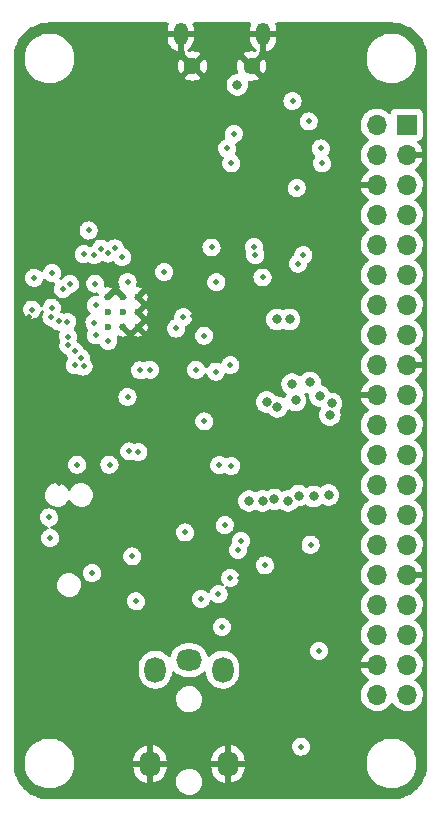
<source format=gbr>
%TF.GenerationSoftware,KiCad,Pcbnew,(6.0.4)*%
%TF.CreationDate,2022-04-15T08:31:30+02:00*%
%TF.ProjectId,rp2040_magslide_controller,72703230-3430-45f6-9d61-67736c696465,rev?*%
%TF.SameCoordinates,Original*%
%TF.FileFunction,Copper,L3,Inr*%
%TF.FilePolarity,Positive*%
%FSLAX46Y46*%
G04 Gerber Fmt 4.6, Leading zero omitted, Abs format (unit mm)*
G04 Created by KiCad (PCBNEW (6.0.4)) date 2022-04-15 08:31:30*
%MOMM*%
%LPD*%
G01*
G04 APERTURE LIST*
%TA.AperFunction,ComponentPad*%
%ADD10O,2.200000X1.800000*%
%TD*%
%TA.AperFunction,ComponentPad*%
%ADD11O,1.800000X2.200000*%
%TD*%
%TA.AperFunction,ComponentPad*%
%ADD12R,1.700000X1.700000*%
%TD*%
%TA.AperFunction,ComponentPad*%
%ADD13O,1.700000X1.700000*%
%TD*%
%TA.AperFunction,ComponentPad*%
%ADD14C,1.450000*%
%TD*%
%TA.AperFunction,ComponentPad*%
%ADD15O,1.200000X1.900000*%
%TD*%
%TA.AperFunction,ComponentPad*%
%ADD16C,0.600000*%
%TD*%
%TA.AperFunction,ViaPad*%
%ADD17C,0.508000*%
%TD*%
%TA.AperFunction,ViaPad*%
%ADD18C,0.800000*%
%TD*%
G04 APERTURE END LIST*
D10*
%TO.N,+5V*%
%TO.C,J2*%
X176403000Y-132478000D03*
D11*
%TO.N,board_scl*%
X173553000Y-133278000D03*
%TO.N,board_sda*%
X179253000Y-133278000D03*
%TO.N,GND*%
X173103000Y-141278000D03*
X179703000Y-141278000D03*
%TD*%
D12*
%TO.N,+3V3*%
%TO.C,J4*%
X194838000Y-87152000D03*
D13*
%TO.N,F24*%
X192298000Y-87152000D03*
%TO.N,GND*%
X194838000Y-89692000D03*
%TO.N,+3V3*%
X192298000Y-89692000D03*
%TO.N,F00*%
X194838000Y-92232000D03*
%TO.N,GND*%
X192298000Y-92232000D03*
%TO.N,F01*%
X194838000Y-94772000D03*
%TO.N,F30*%
X192298000Y-94772000D03*
%TO.N,F02*%
X194838000Y-97312000D03*
%TO.N,F31*%
X192298000Y-97312000D03*
%TO.N,F03*%
X194838000Y-99852000D03*
%TO.N,F32*%
X192298000Y-99852000D03*
%TO.N,F04*%
X194838000Y-102392000D03*
%TO.N,F33*%
X192298000Y-102392000D03*
%TO.N,+3V3*%
X194838000Y-104932000D03*
%TO.N,F34*%
X192298000Y-104932000D03*
%TO.N,GND*%
X194838000Y-107472000D03*
%TO.N,+3V3*%
X192298000Y-107472000D03*
%TO.N,F10*%
X194838000Y-110012000D03*
%TO.N,GND*%
X192298000Y-110012000D03*
%TO.N,F11*%
X194838000Y-112552000D03*
%TO.N,F40*%
X192298000Y-112552000D03*
%TO.N,F12*%
X194838000Y-115092000D03*
%TO.N,F41*%
X192298000Y-115092000D03*
%TO.N,F13*%
X194838000Y-117632000D03*
%TO.N,F42*%
X192298000Y-117632000D03*
%TO.N,F14*%
X194838000Y-120172000D03*
%TO.N,F43*%
X192298000Y-120172000D03*
%TO.N,+3V3*%
X194838000Y-122712000D03*
%TO.N,F44*%
X192298000Y-122712000D03*
%TO.N,GND*%
X194838000Y-125252000D03*
%TO.N,extern_scl*%
X192298000Y-125252000D03*
%TO.N,F20*%
X194838000Y-127792000D03*
%TO.N,extern_sda*%
X192298000Y-127792000D03*
%TO.N,F21*%
X194838000Y-130332000D03*
%TO.N,+5V*%
X192298000Y-130332000D03*
%TO.N,F22*%
X194838000Y-132872000D03*
%TO.N,GND*%
X192298000Y-132872000D03*
%TO.N,F23*%
X194838000Y-135412000D03*
%TO.N,unconnected-(J4-Pad40)*%
X192298000Y-135412000D03*
%TD*%
D14*
%TO.N,GND*%
%TO.C,J1*%
X176697000Y-82183700D03*
X181697000Y-82183700D03*
D15*
X182697000Y-79483700D03*
X175697000Y-79483700D03*
%TD*%
D16*
%TO.N,GND*%
%TO.C,U3*%
X172090000Y-104272000D03*
X172090000Y-102997000D03*
X169540000Y-102997000D03*
X170815000Y-104272000D03*
X169540000Y-101722000D03*
X169540000Y-104272000D03*
X170815000Y-101722000D03*
X172090000Y-101722000D03*
X170815000Y-102997000D03*
%TD*%
D17*
%TO.N,+3V3*%
X186537600Y-86868000D03*
X171200801Y-110175988D03*
X163093392Y-102793792D03*
X168400000Y-103900000D03*
X185900000Y-139800000D03*
X168200000Y-125100000D03*
X167900000Y-96100000D03*
X187400000Y-131700000D03*
X177400000Y-127300000D03*
X175300000Y-104400000D03*
X177000000Y-107887020D03*
X171900000Y-127500000D03*
X175920400Y-103428800D03*
X186700000Y-122700000D03*
X164800000Y-99700000D03*
X179900000Y-107500000D03*
X171200000Y-100446500D03*
X174300000Y-99600000D03*
X163300000Y-100100000D03*
X185166000Y-85140800D03*
%TO.N,GND*%
X181900000Y-137600000D03*
X167800000Y-121500000D03*
X176500000Y-98100000D03*
X189800000Y-130600000D03*
X181203600Y-93472000D03*
X179500000Y-113900000D03*
X187800000Y-96500000D03*
X165400000Y-117500000D03*
X169200000Y-109500000D03*
X189077600Y-86969600D03*
X177900000Y-115200000D03*
X176733200Y-103327200D03*
X180904500Y-107400000D03*
X166000000Y-98100000D03*
X173100000Y-86100000D03*
X182300000Y-123600000D03*
X164500000Y-123600000D03*
X173273500Y-112800000D03*
X176400000Y-94400000D03*
X189300000Y-122700000D03*
X168700000Y-95200000D03*
X162856300Y-103460385D03*
X177327216Y-121772784D03*
X167500000Y-113800000D03*
X180700000Y-125500000D03*
X169500000Y-107887020D03*
%TO.N,+5V*%
X179900000Y-125500000D03*
X179189000Y-129692000D03*
D18*
X180492400Y-83769200D03*
D17*
%TO.N,board_sda*%
X171602400Y-123698000D03*
X168503600Y-102412800D03*
X178714400Y-100482400D03*
%TO.N,board_scl*%
X164751458Y-103446171D03*
X176072800Y-121666000D03*
%TO.N,SWDIO*%
X173100000Y-107887020D03*
X172110400Y-114858800D03*
%TO.N,SWCLK*%
X171348400Y-114808000D03*
X172243975Y-107943045D03*
%TO.N,dbg_rx*%
X165709600Y-101043500D03*
X164541200Y-120396000D03*
%TO.N,dbg_tx*%
X166319200Y-100643500D03*
X164642800Y-122123200D03*
D18*
%TO.N,F24*%
X182626000Y-118999000D03*
X183849499Y-103636299D03*
%TO.N,F00*%
X182969500Y-110617000D03*
X184912000Y-103632000D03*
%TO.N,F01*%
X183871786Y-111046983D03*
%TO.N,F30*%
X181483000Y-118999000D03*
%TO.N,F02*%
X185128500Y-109093000D03*
%TO.N,F03*%
X185420000Y-110490000D03*
%TO.N,F04*%
X186652500Y-108966000D03*
%TO.N,F10*%
X187452000Y-110109000D03*
%TO.N,F11*%
X188468000Y-110744000D03*
%TO.N,F12*%
X188326649Y-111733457D03*
%TO.N,F13*%
X188214000Y-118491000D03*
%TO.N,F14*%
X186944000Y-118618000D03*
D17*
%TO.N,extern_scl*%
X182829200Y-124460000D03*
X164784426Y-102630434D03*
%TO.N,extern_sda*%
X168467594Y-100598794D03*
X178900000Y-126900000D03*
D18*
%TO.N,F21*%
X185678983Y-118552009D03*
%TO.N,F22*%
X184785000Y-118999000D03*
%TO.N,F23*%
X183615457Y-118857649D03*
D17*
%TO.N,QSPI_CS*%
X167487600Y-98094800D03*
X180187600Y-87934800D03*
%TO.N,MUX0_EN*%
X180543200Y-123139200D03*
X165363597Y-103800918D03*
%TO.N,MUX1_EN*%
X166725600Y-106324400D03*
X178308000Y-97536000D03*
%TO.N,QSPI_SD1*%
X168376509Y-98191859D03*
X179628800Y-89154000D03*
%TO.N,QSPI_SD2*%
X179984400Y-90424000D03*
X168930009Y-97637600D03*
%TO.N,QSPI_SD0*%
X185521600Y-92506800D03*
X169568500Y-98048735D03*
%TO.N,QSPI_SCLK*%
X187655200Y-90424000D03*
X170132300Y-97621313D03*
%TO.N,QSPI_SD3*%
X170738800Y-98348800D03*
X187553600Y-89154000D03*
%TO.N,ADC_1*%
X182626000Y-100076000D03*
X177698400Y-105003600D03*
%TO.N,ADC_0*%
X178663600Y-108051600D03*
X179984400Y-116027200D03*
%TO.N,MUX_13*%
X181908819Y-97497124D03*
X169568432Y-105455489D03*
%TO.N,MUX_12*%
X182016400Y-98196400D03*
X168503600Y-104952800D03*
%TO.N,MUX_11*%
X186080400Y-98196400D03*
X167470556Y-107616572D03*
%TO.N,MUX_10*%
X185623200Y-98907600D03*
X167284400Y-106934000D03*
%TO.N,MUX_03*%
X179425600Y-121056400D03*
X166188330Y-105814959D03*
%TO.N,MUX_02*%
X180797200Y-122377200D03*
X166141060Y-105079461D03*
%TO.N,MUX_01*%
X177698400Y-112268000D03*
X166725589Y-107492800D03*
%TO.N,MUX_00*%
X169672000Y-115925600D03*
X178968400Y-115976400D03*
X166928800Y-115925600D03*
X166103783Y-103843500D03*
%TD*%
%TA.AperFunction,Conductor*%
%TO.N,GND*%
G36*
X174644719Y-78506502D02*
G01*
X174691212Y-78560158D01*
X174701316Y-78630432D01*
X174693464Y-78659599D01*
X174632038Y-78812015D01*
X174628645Y-78823470D01*
X174590143Y-79020628D01*
X174589066Y-79029491D01*
X174589000Y-79032200D01*
X174589000Y-79211585D01*
X174593475Y-79226824D01*
X174594865Y-79228029D01*
X174602548Y-79229700D01*
X176786885Y-79229700D01*
X176802124Y-79225225D01*
X176803329Y-79223835D01*
X176805000Y-79216152D01*
X176805000Y-79083868D01*
X176804715Y-79077892D01*
X176790529Y-78929206D01*
X176788270Y-78917472D01*
X176732128Y-78726101D01*
X176727700Y-78715030D01*
X176704607Y-78670193D01*
X176691198Y-78600474D01*
X176717611Y-78534573D01*
X176775459Y-78493414D01*
X176816623Y-78486500D01*
X181576598Y-78486500D01*
X181644719Y-78506502D01*
X181691212Y-78560158D01*
X181701316Y-78630432D01*
X181693464Y-78659599D01*
X181632038Y-78812015D01*
X181628645Y-78823470D01*
X181590143Y-79020628D01*
X181589066Y-79029491D01*
X181589000Y-79032200D01*
X181589000Y-79211585D01*
X181593475Y-79226824D01*
X181594865Y-79228029D01*
X181602548Y-79229700D01*
X183786885Y-79229700D01*
X183802124Y-79225225D01*
X183803329Y-79223835D01*
X183805000Y-79216152D01*
X183805000Y-79083868D01*
X183804715Y-79077892D01*
X183790529Y-78929206D01*
X183788270Y-78917472D01*
X183732128Y-78726101D01*
X183727700Y-78715030D01*
X183704607Y-78670193D01*
X183691198Y-78600474D01*
X183717611Y-78534573D01*
X183775459Y-78493414D01*
X183816623Y-78486500D01*
X193498633Y-78486500D01*
X193518018Y-78488000D01*
X193532851Y-78490310D01*
X193532855Y-78490310D01*
X193541724Y-78491691D01*
X193560436Y-78489244D01*
X193583366Y-78488353D01*
X193859956Y-78502849D01*
X193873062Y-78504226D01*
X194064666Y-78534573D01*
X194175088Y-78552062D01*
X194187988Y-78554804D01*
X194483355Y-78633947D01*
X194495892Y-78638021D01*
X194579704Y-78670193D01*
X194781361Y-78747602D01*
X194793409Y-78752966D01*
X195065867Y-78891791D01*
X195077288Y-78898385D01*
X195333743Y-79064928D01*
X195344403Y-79072673D01*
X195582056Y-79265120D01*
X195591846Y-79273936D01*
X195808064Y-79490154D01*
X195816880Y-79499944D01*
X196009327Y-79737597D01*
X196017072Y-79748257D01*
X196183615Y-80004712D01*
X196190209Y-80016133D01*
X196329034Y-80288591D01*
X196334398Y-80300639D01*
X196339291Y-80313386D01*
X196438118Y-80570837D01*
X196443977Y-80586101D01*
X196448053Y-80598645D01*
X196527196Y-80894012D01*
X196529938Y-80906912D01*
X196568525Y-81150539D01*
X196577773Y-81208932D01*
X196579151Y-81222049D01*
X196593262Y-81491299D01*
X196591935Y-81517276D01*
X196591691Y-81518846D01*
X196591691Y-81518850D01*
X196590309Y-81527724D01*
X196591473Y-81536626D01*
X196591473Y-81536628D01*
X196594436Y-81559283D01*
X196595500Y-81575621D01*
X196595500Y-141174633D01*
X196594000Y-141194018D01*
X196591690Y-141208851D01*
X196591690Y-141208855D01*
X196590309Y-141217724D01*
X196592135Y-141231683D01*
X196592756Y-141236433D01*
X196593647Y-141259366D01*
X196579207Y-141534876D01*
X196579151Y-141535952D01*
X196577774Y-141549062D01*
X196556405Y-141683978D01*
X196529938Y-141851088D01*
X196527196Y-141863988D01*
X196448053Y-142159355D01*
X196443979Y-142171892D01*
X196389255Y-142314454D01*
X196334398Y-142457361D01*
X196329034Y-142469409D01*
X196190209Y-142741867D01*
X196183615Y-142753288D01*
X196017072Y-143009743D01*
X196009327Y-143020403D01*
X195816880Y-143258056D01*
X195808064Y-143267846D01*
X195591846Y-143484064D01*
X195582056Y-143492880D01*
X195344403Y-143685327D01*
X195333743Y-143693072D01*
X195077288Y-143859615D01*
X195065867Y-143866209D01*
X194793409Y-144005034D01*
X194781360Y-144010398D01*
X194495892Y-144119979D01*
X194483355Y-144124053D01*
X194187988Y-144203196D01*
X194175088Y-144205938D01*
X194092387Y-144219036D01*
X193873062Y-144253774D01*
X193859954Y-144255151D01*
X193783569Y-144259154D01*
X193590701Y-144269262D01*
X193564724Y-144267935D01*
X193563154Y-144267691D01*
X193563150Y-144267691D01*
X193554276Y-144266309D01*
X193545374Y-144267473D01*
X193545372Y-144267473D01*
X193530323Y-144269441D01*
X193522714Y-144270436D01*
X193506379Y-144271500D01*
X164641367Y-144271500D01*
X164621982Y-144270000D01*
X164607149Y-144267690D01*
X164607145Y-144267690D01*
X164598276Y-144266309D01*
X164579564Y-144268756D01*
X164556634Y-144269647D01*
X164280044Y-144255151D01*
X164266938Y-144253774D01*
X164047613Y-144219036D01*
X163964912Y-144205938D01*
X163952012Y-144203196D01*
X163656645Y-144124053D01*
X163644108Y-144119979D01*
X163358640Y-144010398D01*
X163346591Y-144005034D01*
X163074133Y-143866209D01*
X163062712Y-143859615D01*
X162806257Y-143693072D01*
X162795597Y-143685327D01*
X162557944Y-143492880D01*
X162548154Y-143484064D01*
X162331936Y-143267846D01*
X162323120Y-143258056D01*
X162130673Y-143020403D01*
X162122928Y-143009743D01*
X161956385Y-142753288D01*
X161949791Y-142741867D01*
X161810966Y-142469409D01*
X161805602Y-142457361D01*
X161750745Y-142314454D01*
X161696021Y-142171892D01*
X161691947Y-142159355D01*
X161612804Y-141863988D01*
X161610062Y-141851088D01*
X161583595Y-141683978D01*
X161562226Y-141549062D01*
X161560849Y-141535952D01*
X161560730Y-141533671D01*
X161551455Y-141356703D01*
X162482743Y-141356703D01*
X162520268Y-141641734D01*
X162521401Y-141645874D01*
X162521401Y-141645876D01*
X162532443Y-141686237D01*
X162596129Y-141919036D01*
X162597813Y-141922984D01*
X162703034Y-142169669D01*
X162708923Y-142183476D01*
X162762948Y-142273745D01*
X162818944Y-142367307D01*
X162856561Y-142430161D01*
X163036313Y-142654528D01*
X163064624Y-142681394D01*
X163220724Y-142829527D01*
X163244851Y-142852423D01*
X163478317Y-143020186D01*
X163482112Y-143022195D01*
X163482113Y-143022196D01*
X163511280Y-143037639D01*
X163732392Y-143154712D01*
X163756699Y-143163607D01*
X163954189Y-143235878D01*
X164002373Y-143253511D01*
X164283264Y-143314755D01*
X164311841Y-143317004D01*
X164506282Y-143332307D01*
X164506291Y-143332307D01*
X164508739Y-143332500D01*
X164664271Y-143332500D01*
X164666407Y-143332354D01*
X164666418Y-143332354D01*
X164874548Y-143318165D01*
X164874554Y-143318164D01*
X164878825Y-143317873D01*
X164883020Y-143317004D01*
X164883022Y-143317004D01*
X165019583Y-143288724D01*
X165160342Y-143259574D01*
X165431343Y-143163607D01*
X165686812Y-143031750D01*
X165690313Y-143029289D01*
X165690317Y-143029287D01*
X165804418Y-142949095D01*
X165922023Y-142866441D01*
X166051972Y-142745685D01*
X166129479Y-142673661D01*
X166129481Y-142673658D01*
X166132622Y-142670740D01*
X166314713Y-142448268D01*
X166464927Y-142203142D01*
X166525259Y-142065703D01*
X166578757Y-141943830D01*
X166580483Y-141939898D01*
X166659244Y-141663406D01*
X166676319Y-141543430D01*
X171695461Y-141543430D01*
X171709660Y-141710771D01*
X171711452Y-141721259D01*
X171768801Y-141942211D01*
X171772333Y-141952239D01*
X171866085Y-142160363D01*
X171871265Y-142169669D01*
X171998747Y-142359024D01*
X172005406Y-142367307D01*
X172162971Y-142532478D01*
X172170942Y-142539530D01*
X172354082Y-142675790D01*
X172363119Y-142681394D01*
X172566606Y-142784851D01*
X172576459Y-142788852D01*
X172794461Y-142856544D01*
X172804848Y-142858828D01*
X172831043Y-142862300D01*
X172845207Y-142860104D01*
X172849000Y-142846919D01*
X172849000Y-142845282D01*
X173357000Y-142845282D01*
X173360973Y-142858813D01*
X173371580Y-142860338D01*
X173503840Y-142832587D01*
X173514037Y-142829527D01*
X173726340Y-142745685D01*
X173735876Y-142740951D01*
X173764463Y-142723604D01*
X175290787Y-142723604D01*
X175300567Y-142934899D01*
X175301971Y-142940724D01*
X175301971Y-142940725D01*
X175324382Y-143033715D01*
X175350125Y-143140534D01*
X175352607Y-143145992D01*
X175352608Y-143145996D01*
X175396053Y-143241546D01*
X175437674Y-143333087D01*
X175560054Y-143505611D01*
X175712850Y-143651881D01*
X175890548Y-143766620D01*
X175896114Y-143768863D01*
X176081168Y-143843442D01*
X176081171Y-143843443D01*
X176086737Y-143845686D01*
X176294337Y-143886228D01*
X176299899Y-143886500D01*
X176455846Y-143886500D01*
X176613566Y-143871452D01*
X176816534Y-143811908D01*
X176900111Y-143768863D01*
X176999249Y-143717804D01*
X176999252Y-143717802D01*
X177004580Y-143715058D01*
X177170920Y-143584396D01*
X177174852Y-143579865D01*
X177174855Y-143579862D01*
X177305621Y-143429167D01*
X177309552Y-143424637D01*
X177312552Y-143419451D01*
X177312555Y-143419447D01*
X177412467Y-143246742D01*
X177415473Y-143241546D01*
X177484861Y-143041729D01*
X177511712Y-142856544D01*
X177514352Y-142838336D01*
X177514352Y-142838333D01*
X177515213Y-142832396D01*
X177505433Y-142621101D01*
X177468212Y-142466658D01*
X177457281Y-142421299D01*
X177457280Y-142421297D01*
X177455875Y-142415466D01*
X177433979Y-142367307D01*
X177370806Y-142228368D01*
X177368326Y-142222913D01*
X177245946Y-142050389D01*
X177093150Y-141904119D01*
X176915452Y-141789380D01*
X176855354Y-141765160D01*
X176724832Y-141712558D01*
X176724829Y-141712557D01*
X176719263Y-141710314D01*
X176511663Y-141669772D01*
X176506101Y-141669500D01*
X176350154Y-141669500D01*
X176192434Y-141684548D01*
X175989466Y-141744092D01*
X175984139Y-141746836D01*
X175984138Y-141746836D01*
X175806751Y-141838196D01*
X175806748Y-141838198D01*
X175801420Y-141840942D01*
X175635080Y-141971604D01*
X175631148Y-141976135D01*
X175631145Y-141976138D01*
X175562474Y-142055275D01*
X175496448Y-142131363D01*
X175493448Y-142136549D01*
X175493445Y-142136553D01*
X175452807Y-142206799D01*
X175390527Y-142314454D01*
X175321139Y-142514271D01*
X175320278Y-142520206D01*
X175320278Y-142520208D01*
X175297720Y-142675790D01*
X175290787Y-142723604D01*
X173764463Y-142723604D01*
X173931025Y-142622532D01*
X173939618Y-142616266D01*
X174112027Y-142466658D01*
X174119447Y-142459028D01*
X174264180Y-142282512D01*
X174270206Y-142273745D01*
X174383129Y-142075367D01*
X174387595Y-142065703D01*
X174465481Y-141851132D01*
X174468251Y-141840865D01*
X174509081Y-141615068D01*
X174510016Y-141606838D01*
X174510930Y-141587450D01*
X174511000Y-141584474D01*
X174511000Y-141550115D01*
X174509037Y-141543430D01*
X178295461Y-141543430D01*
X178309660Y-141710771D01*
X178311452Y-141721259D01*
X178368801Y-141942211D01*
X178372333Y-141952239D01*
X178466085Y-142160363D01*
X178471265Y-142169669D01*
X178598747Y-142359024D01*
X178605406Y-142367307D01*
X178762971Y-142532478D01*
X178770942Y-142539530D01*
X178954082Y-142675790D01*
X178963119Y-142681394D01*
X179166606Y-142784851D01*
X179176459Y-142788852D01*
X179394461Y-142856544D01*
X179404848Y-142858828D01*
X179431043Y-142862300D01*
X179445207Y-142860104D01*
X179449000Y-142846919D01*
X179449000Y-142845282D01*
X179957000Y-142845282D01*
X179960973Y-142858813D01*
X179971580Y-142860338D01*
X180103840Y-142832587D01*
X180114037Y-142829527D01*
X180326340Y-142745685D01*
X180335876Y-142740951D01*
X180531025Y-142622532D01*
X180539618Y-142616266D01*
X180712027Y-142466658D01*
X180719447Y-142459028D01*
X180864180Y-142282512D01*
X180870206Y-142273745D01*
X180983129Y-142075367D01*
X180987595Y-142065703D01*
X181065481Y-141851132D01*
X181068251Y-141840865D01*
X181109081Y-141615068D01*
X181110016Y-141606838D01*
X181110930Y-141587450D01*
X181111000Y-141584474D01*
X181111000Y-141550115D01*
X181106525Y-141534876D01*
X181105135Y-141533671D01*
X181097452Y-141532000D01*
X179975115Y-141532000D01*
X179959876Y-141536475D01*
X179958671Y-141537865D01*
X179957000Y-141545548D01*
X179957000Y-142845282D01*
X179449000Y-142845282D01*
X179449000Y-141550115D01*
X179444525Y-141534876D01*
X179443135Y-141533671D01*
X179435452Y-141532000D01*
X178313115Y-141532000D01*
X178297876Y-141536475D01*
X178296671Y-141537865D01*
X178295461Y-141543430D01*
X174509037Y-141543430D01*
X174506525Y-141534876D01*
X174505135Y-141533671D01*
X174497452Y-141532000D01*
X173375115Y-141532000D01*
X173359876Y-141536475D01*
X173358671Y-141537865D01*
X173357000Y-141545548D01*
X173357000Y-142845282D01*
X172849000Y-142845282D01*
X172849000Y-141550115D01*
X172844525Y-141534876D01*
X172843135Y-141533671D01*
X172835452Y-141532000D01*
X171713115Y-141532000D01*
X171697876Y-141536475D01*
X171696671Y-141537865D01*
X171695461Y-141543430D01*
X166676319Y-141543430D01*
X166699751Y-141378784D01*
X166699845Y-141360951D01*
X166699867Y-141356703D01*
X191438743Y-141356703D01*
X191476268Y-141641734D01*
X191477401Y-141645874D01*
X191477401Y-141645876D01*
X191488443Y-141686237D01*
X191552129Y-141919036D01*
X191553813Y-141922984D01*
X191659034Y-142169669D01*
X191664923Y-142183476D01*
X191718948Y-142273745D01*
X191774944Y-142367307D01*
X191812561Y-142430161D01*
X191992313Y-142654528D01*
X192020624Y-142681394D01*
X192176724Y-142829527D01*
X192200851Y-142852423D01*
X192434317Y-143020186D01*
X192438112Y-143022195D01*
X192438113Y-143022196D01*
X192467280Y-143037639D01*
X192688392Y-143154712D01*
X192712699Y-143163607D01*
X192910189Y-143235878D01*
X192958373Y-143253511D01*
X193239264Y-143314755D01*
X193267841Y-143317004D01*
X193462282Y-143332307D01*
X193462291Y-143332307D01*
X193464739Y-143332500D01*
X193620271Y-143332500D01*
X193622407Y-143332354D01*
X193622418Y-143332354D01*
X193830548Y-143318165D01*
X193830554Y-143318164D01*
X193834825Y-143317873D01*
X193839020Y-143317004D01*
X193839022Y-143317004D01*
X193975583Y-143288724D01*
X194116342Y-143259574D01*
X194387343Y-143163607D01*
X194642812Y-143031750D01*
X194646313Y-143029289D01*
X194646317Y-143029287D01*
X194760418Y-142949095D01*
X194878023Y-142866441D01*
X195007972Y-142745685D01*
X195085479Y-142673661D01*
X195085481Y-142673658D01*
X195088622Y-142670740D01*
X195270713Y-142448268D01*
X195420927Y-142203142D01*
X195481259Y-142065703D01*
X195534757Y-141943830D01*
X195536483Y-141939898D01*
X195615244Y-141663406D01*
X195655751Y-141378784D01*
X195655845Y-141360951D01*
X195657235Y-141095583D01*
X195657235Y-141095576D01*
X195657257Y-141091297D01*
X195646893Y-141012570D01*
X195637461Y-140940932D01*
X195619732Y-140806266D01*
X195543871Y-140528964D01*
X195487002Y-140395637D01*
X195432763Y-140268476D01*
X195432761Y-140268472D01*
X195431077Y-140264524D01*
X195326233Y-140089342D01*
X195285643Y-140021521D01*
X195285640Y-140021517D01*
X195283439Y-140017839D01*
X195103687Y-139793472D01*
X194938798Y-139636998D01*
X194898258Y-139598527D01*
X194898255Y-139598525D01*
X194895149Y-139595577D01*
X194661683Y-139427814D01*
X194639843Y-139416250D01*
X194616654Y-139403972D01*
X194407608Y-139293288D01*
X194171793Y-139206992D01*
X194141658Y-139195964D01*
X194141656Y-139195963D01*
X194137627Y-139194489D01*
X193856736Y-139133245D01*
X193825685Y-139130801D01*
X193633718Y-139115693D01*
X193633709Y-139115693D01*
X193631261Y-139115500D01*
X193475729Y-139115500D01*
X193473593Y-139115646D01*
X193473582Y-139115646D01*
X193265452Y-139129835D01*
X193265446Y-139129836D01*
X193261175Y-139130127D01*
X193256980Y-139130996D01*
X193256978Y-139130996D01*
X193120416Y-139159277D01*
X192979658Y-139188426D01*
X192708657Y-139284393D01*
X192453188Y-139416250D01*
X192449687Y-139418711D01*
X192449683Y-139418713D01*
X192439594Y-139425804D01*
X192217977Y-139581559D01*
X192202892Y-139595577D01*
X192018260Y-139767148D01*
X192007378Y-139777260D01*
X191825287Y-139999732D01*
X191675073Y-140244858D01*
X191673347Y-140248791D01*
X191673346Y-140248792D01*
X191571575Y-140480633D01*
X191559517Y-140508102D01*
X191480756Y-140784594D01*
X191440249Y-141069216D01*
X191440227Y-141073505D01*
X191440226Y-141073512D01*
X191439195Y-141270411D01*
X191438743Y-141356703D01*
X166699867Y-141356703D01*
X166701235Y-141095583D01*
X166701235Y-141095576D01*
X166701257Y-141091297D01*
X166690893Y-141012570D01*
X166690013Y-141005885D01*
X171695000Y-141005885D01*
X171699475Y-141021124D01*
X171700865Y-141022329D01*
X171708548Y-141024000D01*
X172830885Y-141024000D01*
X172846124Y-141019525D01*
X172847329Y-141018135D01*
X172849000Y-141010452D01*
X172849000Y-141005885D01*
X173357000Y-141005885D01*
X173361475Y-141021124D01*
X173362865Y-141022329D01*
X173370548Y-141024000D01*
X174492885Y-141024000D01*
X174508124Y-141019525D01*
X174509329Y-141018135D01*
X174510539Y-141012570D01*
X174509972Y-141005885D01*
X178295000Y-141005885D01*
X178299475Y-141021124D01*
X178300865Y-141022329D01*
X178308548Y-141024000D01*
X179430885Y-141024000D01*
X179446124Y-141019525D01*
X179447329Y-141018135D01*
X179449000Y-141010452D01*
X179449000Y-141005885D01*
X179957000Y-141005885D01*
X179961475Y-141021124D01*
X179962865Y-141022329D01*
X179970548Y-141024000D01*
X181092885Y-141024000D01*
X181108124Y-141019525D01*
X181109329Y-141018135D01*
X181110539Y-141012570D01*
X181096340Y-140845229D01*
X181094548Y-140834741D01*
X181037199Y-140613789D01*
X181033667Y-140603761D01*
X180939915Y-140395637D01*
X180934735Y-140386331D01*
X180807253Y-140196976D01*
X180800594Y-140188693D01*
X180643029Y-140023522D01*
X180635058Y-140016470D01*
X180451918Y-139880210D01*
X180442881Y-139874606D01*
X180275067Y-139789286D01*
X185132750Y-139789286D01*
X185149443Y-139959536D01*
X185203440Y-140121856D01*
X185207087Y-140127878D01*
X185207088Y-140127880D01*
X185288406Y-140262154D01*
X185288409Y-140262157D01*
X185292056Y-140268180D01*
X185410889Y-140391234D01*
X185433972Y-140406339D01*
X185547505Y-140480633D01*
X185554030Y-140484903D01*
X185560634Y-140487359D01*
X185560636Y-140487360D01*
X185707757Y-140542074D01*
X185707759Y-140542074D01*
X185714367Y-140544532D01*
X185793454Y-140555085D01*
X185876949Y-140566226D01*
X185876953Y-140566226D01*
X185883930Y-140567157D01*
X185890941Y-140566519D01*
X185890945Y-140566519D01*
X186047273Y-140552292D01*
X186047275Y-140552292D01*
X186054292Y-140551653D01*
X186060990Y-140549477D01*
X186060993Y-140549476D01*
X186210289Y-140500966D01*
X186210291Y-140500965D01*
X186216985Y-140498790D01*
X186363924Y-140411197D01*
X186487805Y-140293227D01*
X186501079Y-140273249D01*
X186578570Y-140156614D01*
X186582471Y-140150743D01*
X186643218Y-139990826D01*
X186667026Y-139821425D01*
X186667325Y-139800000D01*
X186648256Y-139630000D01*
X186635398Y-139593074D01*
X186594314Y-139475097D01*
X186594313Y-139475095D01*
X186591999Y-139468450D01*
X186501348Y-139323378D01*
X186488159Y-139310096D01*
X186385772Y-139206992D01*
X186380809Y-139201994D01*
X186272477Y-139133245D01*
X186242316Y-139114104D01*
X186242313Y-139114102D01*
X186236373Y-139110333D01*
X186229740Y-139107971D01*
X186081854Y-139055311D01*
X186081849Y-139055310D01*
X186075219Y-139052949D01*
X186068231Y-139052116D01*
X186068228Y-139052115D01*
X185952655Y-139038334D01*
X185905357Y-139032694D01*
X185898354Y-139033430D01*
X185898353Y-139033430D01*
X185853958Y-139038096D01*
X185735228Y-139050575D01*
X185725071Y-139054033D01*
X185579956Y-139103434D01*
X185579953Y-139103435D01*
X185573289Y-139105704D01*
X185427588Y-139195340D01*
X185422557Y-139200267D01*
X185422554Y-139200269D01*
X185415689Y-139206992D01*
X185305366Y-139315028D01*
X185301547Y-139320953D01*
X185301546Y-139320955D01*
X185296135Y-139329352D01*
X185212698Y-139458820D01*
X185210287Y-139465443D01*
X185210286Y-139465446D01*
X185156600Y-139612947D01*
X185156599Y-139612952D01*
X185154190Y-139619570D01*
X185132750Y-139789286D01*
X180275067Y-139789286D01*
X180239394Y-139771149D01*
X180229541Y-139767148D01*
X180011539Y-139699456D01*
X180001152Y-139697172D01*
X179974957Y-139693700D01*
X179960793Y-139695896D01*
X179957000Y-139709081D01*
X179957000Y-141005885D01*
X179449000Y-141005885D01*
X179449000Y-139710718D01*
X179445027Y-139697187D01*
X179434420Y-139695662D01*
X179302160Y-139723413D01*
X179291963Y-139726473D01*
X179079660Y-139810315D01*
X179070124Y-139815049D01*
X178874975Y-139933468D01*
X178866382Y-139939734D01*
X178693973Y-140089342D01*
X178686553Y-140096972D01*
X178541820Y-140273488D01*
X178535794Y-140282255D01*
X178422871Y-140480633D01*
X178418405Y-140490297D01*
X178340519Y-140704868D01*
X178337749Y-140715135D01*
X178296919Y-140940932D01*
X178295984Y-140949162D01*
X178295070Y-140968550D01*
X178295000Y-140971526D01*
X178295000Y-141005885D01*
X174509972Y-141005885D01*
X174496340Y-140845229D01*
X174494548Y-140834741D01*
X174437199Y-140613789D01*
X174433667Y-140603761D01*
X174339915Y-140395637D01*
X174334735Y-140386331D01*
X174207253Y-140196976D01*
X174200594Y-140188693D01*
X174043029Y-140023522D01*
X174035058Y-140016470D01*
X173851918Y-139880210D01*
X173842881Y-139874606D01*
X173639394Y-139771149D01*
X173629541Y-139767148D01*
X173411539Y-139699456D01*
X173401152Y-139697172D01*
X173374957Y-139693700D01*
X173360793Y-139695896D01*
X173357000Y-139709081D01*
X173357000Y-141005885D01*
X172849000Y-141005885D01*
X172849000Y-139710718D01*
X172845027Y-139697187D01*
X172834420Y-139695662D01*
X172702160Y-139723413D01*
X172691963Y-139726473D01*
X172479660Y-139810315D01*
X172470124Y-139815049D01*
X172274975Y-139933468D01*
X172266382Y-139939734D01*
X172093973Y-140089342D01*
X172086553Y-140096972D01*
X171941820Y-140273488D01*
X171935794Y-140282255D01*
X171822871Y-140480633D01*
X171818405Y-140490297D01*
X171740519Y-140704868D01*
X171737749Y-140715135D01*
X171696919Y-140940932D01*
X171695984Y-140949162D01*
X171695070Y-140968550D01*
X171695000Y-140971526D01*
X171695000Y-141005885D01*
X166690013Y-141005885D01*
X166681461Y-140940932D01*
X166663732Y-140806266D01*
X166587871Y-140528964D01*
X166531002Y-140395637D01*
X166476763Y-140268476D01*
X166476761Y-140268472D01*
X166475077Y-140264524D01*
X166370233Y-140089342D01*
X166329643Y-140021521D01*
X166329640Y-140021517D01*
X166327439Y-140017839D01*
X166147687Y-139793472D01*
X165982798Y-139636998D01*
X165942258Y-139598527D01*
X165942255Y-139598525D01*
X165939149Y-139595577D01*
X165705683Y-139427814D01*
X165683843Y-139416250D01*
X165660654Y-139403972D01*
X165451608Y-139293288D01*
X165215793Y-139206992D01*
X165185658Y-139195964D01*
X165185656Y-139195963D01*
X165181627Y-139194489D01*
X164900736Y-139133245D01*
X164869685Y-139130801D01*
X164677718Y-139115693D01*
X164677709Y-139115693D01*
X164675261Y-139115500D01*
X164519729Y-139115500D01*
X164517593Y-139115646D01*
X164517582Y-139115646D01*
X164309452Y-139129835D01*
X164309446Y-139129836D01*
X164305175Y-139130127D01*
X164300980Y-139130996D01*
X164300978Y-139130996D01*
X164164416Y-139159277D01*
X164023658Y-139188426D01*
X163752657Y-139284393D01*
X163497188Y-139416250D01*
X163493687Y-139418711D01*
X163493683Y-139418713D01*
X163483594Y-139425804D01*
X163261977Y-139581559D01*
X163246892Y-139595577D01*
X163062260Y-139767148D01*
X163051378Y-139777260D01*
X162869287Y-139999732D01*
X162719073Y-140244858D01*
X162717347Y-140248791D01*
X162717346Y-140248792D01*
X162615575Y-140480633D01*
X162603517Y-140508102D01*
X162524756Y-140784594D01*
X162484249Y-141069216D01*
X162484227Y-141073505D01*
X162484226Y-141073512D01*
X162483195Y-141270411D01*
X162482743Y-141356703D01*
X161551455Y-141356703D01*
X161546932Y-141270410D01*
X161548505Y-141242915D01*
X161549576Y-141236552D01*
X161549729Y-141224000D01*
X161545773Y-141196376D01*
X161544500Y-141178514D01*
X161544500Y-135723604D01*
X175290787Y-135723604D01*
X175300567Y-135934899D01*
X175350125Y-136140534D01*
X175352607Y-136145992D01*
X175352608Y-136145996D01*
X175396053Y-136241546D01*
X175437674Y-136333087D01*
X175560054Y-136505611D01*
X175712850Y-136651881D01*
X175890548Y-136766620D01*
X175950646Y-136790840D01*
X176081168Y-136843442D01*
X176081171Y-136843443D01*
X176086737Y-136845686D01*
X176294337Y-136886228D01*
X176299899Y-136886500D01*
X176455846Y-136886500D01*
X176613566Y-136871452D01*
X176816534Y-136811908D01*
X176890984Y-136773564D01*
X176999249Y-136717804D01*
X176999252Y-136717802D01*
X177004580Y-136715058D01*
X177170920Y-136584396D01*
X177174852Y-136579865D01*
X177174855Y-136579862D01*
X177305621Y-136429167D01*
X177309552Y-136424637D01*
X177312552Y-136419451D01*
X177312555Y-136419447D01*
X177412467Y-136246742D01*
X177415473Y-136241546D01*
X177484861Y-136041729D01*
X177487052Y-136026616D01*
X177514352Y-135838336D01*
X177514352Y-135838333D01*
X177515213Y-135832396D01*
X177505433Y-135621101D01*
X177455875Y-135415466D01*
X177452775Y-135408646D01*
X177439157Y-135378695D01*
X190935251Y-135378695D01*
X190935548Y-135383848D01*
X190935548Y-135383851D01*
X190943068Y-135514271D01*
X190948110Y-135601715D01*
X190949247Y-135606761D01*
X190949248Y-135606767D01*
X190969119Y-135694939D01*
X190997222Y-135819639D01*
X191081266Y-136026616D01*
X191132019Y-136109438D01*
X191195291Y-136212688D01*
X191197987Y-136217088D01*
X191344250Y-136385938D01*
X191516126Y-136528632D01*
X191709000Y-136641338D01*
X191713825Y-136643180D01*
X191713826Y-136643181D01*
X191736609Y-136651881D01*
X191917692Y-136721030D01*
X191922760Y-136722061D01*
X191922763Y-136722062D01*
X192030017Y-136743883D01*
X192136597Y-136765567D01*
X192141772Y-136765757D01*
X192141774Y-136765757D01*
X192354673Y-136773564D01*
X192354677Y-136773564D01*
X192359837Y-136773753D01*
X192364957Y-136773097D01*
X192364959Y-136773097D01*
X192576288Y-136746025D01*
X192576289Y-136746025D01*
X192581416Y-136745368D01*
X192586366Y-136743883D01*
X192790429Y-136682661D01*
X192790434Y-136682659D01*
X192795384Y-136681174D01*
X192995994Y-136582896D01*
X193177860Y-136453173D01*
X193336096Y-136295489D01*
X193395594Y-136212689D01*
X193466453Y-136114077D01*
X193467776Y-136115028D01*
X193514645Y-136071857D01*
X193584580Y-136059625D01*
X193650026Y-136087144D01*
X193677875Y-136118994D01*
X193737987Y-136217088D01*
X193884250Y-136385938D01*
X194056126Y-136528632D01*
X194249000Y-136641338D01*
X194253825Y-136643180D01*
X194253826Y-136643181D01*
X194276609Y-136651881D01*
X194457692Y-136721030D01*
X194462760Y-136722061D01*
X194462763Y-136722062D01*
X194570017Y-136743883D01*
X194676597Y-136765567D01*
X194681772Y-136765757D01*
X194681774Y-136765757D01*
X194894673Y-136773564D01*
X194894677Y-136773564D01*
X194899837Y-136773753D01*
X194904957Y-136773097D01*
X194904959Y-136773097D01*
X195116288Y-136746025D01*
X195116289Y-136746025D01*
X195121416Y-136745368D01*
X195126366Y-136743883D01*
X195330429Y-136682661D01*
X195330434Y-136682659D01*
X195335384Y-136681174D01*
X195535994Y-136582896D01*
X195717860Y-136453173D01*
X195876096Y-136295489D01*
X195935594Y-136212689D01*
X196003435Y-136118277D01*
X196006453Y-136114077D01*
X196027320Y-136071857D01*
X196103136Y-135918453D01*
X196103137Y-135918451D01*
X196105430Y-135913811D01*
X196137900Y-135806940D01*
X196168865Y-135705023D01*
X196168865Y-135705021D01*
X196170370Y-135700069D01*
X196199529Y-135478590D01*
X196200929Y-135421299D01*
X196201074Y-135415365D01*
X196201074Y-135415361D01*
X196201156Y-135412000D01*
X196182852Y-135189361D01*
X196128431Y-134972702D01*
X196039354Y-134767840D01*
X195980080Y-134676216D01*
X195920822Y-134584617D01*
X195920820Y-134584614D01*
X195918014Y-134580277D01*
X195767670Y-134415051D01*
X195763619Y-134411852D01*
X195763615Y-134411848D01*
X195596414Y-134279800D01*
X195596410Y-134279798D01*
X195592359Y-134276598D01*
X195551053Y-134253796D01*
X195501084Y-134203364D01*
X195486312Y-134133921D01*
X195511428Y-134067516D01*
X195538780Y-134040909D01*
X195582603Y-134009650D01*
X195717860Y-133913173D01*
X195744627Y-133886500D01*
X195818712Y-133812673D01*
X195876096Y-133755489D01*
X195906515Y-133713157D01*
X196003435Y-133578277D01*
X196006453Y-133574077D01*
X196019995Y-133546678D01*
X196103136Y-133378453D01*
X196103137Y-133378451D01*
X196105430Y-133373811D01*
X196170370Y-133160069D01*
X196199529Y-132938590D01*
X196201156Y-132872000D01*
X196182852Y-132649361D01*
X196128431Y-132432702D01*
X196039354Y-132227840D01*
X195918014Y-132040277D01*
X195767670Y-131875051D01*
X195763619Y-131871852D01*
X195763615Y-131871848D01*
X195596414Y-131739800D01*
X195596410Y-131739798D01*
X195592359Y-131736598D01*
X195551053Y-131713796D01*
X195501084Y-131663364D01*
X195486312Y-131593921D01*
X195511428Y-131527516D01*
X195538780Y-131500909D01*
X195594458Y-131461194D01*
X195717860Y-131373173D01*
X195728592Y-131362479D01*
X195872435Y-131219137D01*
X195876096Y-131215489D01*
X195935594Y-131132689D01*
X196003435Y-131038277D01*
X196006453Y-131034077D01*
X196019356Y-131007971D01*
X196103136Y-130838453D01*
X196103137Y-130838451D01*
X196105430Y-130833811D01*
X196170370Y-130620069D01*
X196199529Y-130398590D01*
X196199611Y-130395240D01*
X196201074Y-130335365D01*
X196201074Y-130335361D01*
X196201156Y-130332000D01*
X196182852Y-130109361D01*
X196128431Y-129892702D01*
X196039354Y-129687840D01*
X195999906Y-129626862D01*
X195920822Y-129504617D01*
X195920820Y-129504614D01*
X195918014Y-129500277D01*
X195767670Y-129335051D01*
X195763619Y-129331852D01*
X195763615Y-129331848D01*
X195596414Y-129199800D01*
X195596410Y-129199798D01*
X195592359Y-129196598D01*
X195551053Y-129173796D01*
X195501084Y-129123364D01*
X195486312Y-129053921D01*
X195511428Y-128987516D01*
X195538780Y-128960909D01*
X195588520Y-128925430D01*
X195717860Y-128833173D01*
X195876096Y-128675489D01*
X195935594Y-128592689D01*
X196003435Y-128498277D01*
X196006453Y-128494077D01*
X196027320Y-128451857D01*
X196103136Y-128298453D01*
X196103137Y-128298451D01*
X196105430Y-128293811D01*
X196170370Y-128080069D01*
X196199529Y-127858590D01*
X196199882Y-127844155D01*
X196201074Y-127795365D01*
X196201074Y-127795361D01*
X196201156Y-127792000D01*
X196182852Y-127569361D01*
X196128431Y-127352702D01*
X196039354Y-127147840D01*
X195958836Y-127023378D01*
X195920822Y-126964617D01*
X195920820Y-126964614D01*
X195918014Y-126960277D01*
X195767670Y-126795051D01*
X195763619Y-126791852D01*
X195763615Y-126791848D01*
X195596414Y-126659800D01*
X195596410Y-126659798D01*
X195592359Y-126656598D01*
X195550569Y-126633529D01*
X195500598Y-126583097D01*
X195485826Y-126513654D01*
X195510942Y-126447248D01*
X195538294Y-126420641D01*
X195713328Y-126295792D01*
X195721200Y-126289139D01*
X195872052Y-126138812D01*
X195878730Y-126130965D01*
X196003003Y-125958020D01*
X196008313Y-125949183D01*
X196102670Y-125758267D01*
X196106469Y-125748672D01*
X196168377Y-125544910D01*
X196170555Y-125534837D01*
X196171986Y-125523962D01*
X196169775Y-125509778D01*
X196156617Y-125506000D01*
X194710000Y-125506000D01*
X194641879Y-125485998D01*
X194595386Y-125432342D01*
X194584000Y-125380000D01*
X194584000Y-125124000D01*
X194604002Y-125055879D01*
X194657658Y-125009386D01*
X194710000Y-124998000D01*
X196156344Y-124998000D01*
X196169875Y-124994027D01*
X196171180Y-124984947D01*
X196129214Y-124817875D01*
X196125894Y-124808124D01*
X196040972Y-124612814D01*
X196036105Y-124603739D01*
X195920426Y-124424926D01*
X195914136Y-124416757D01*
X195770806Y-124259240D01*
X195763273Y-124252215D01*
X195596139Y-124120222D01*
X195587556Y-124114520D01*
X195550602Y-124094120D01*
X195500631Y-124043687D01*
X195485859Y-123974245D01*
X195510975Y-123907839D01*
X195538327Y-123881232D01*
X195581374Y-123850527D01*
X195717860Y-123753173D01*
X195745766Y-123725365D01*
X195844920Y-123626556D01*
X195876096Y-123595489D01*
X195924592Y-123528000D01*
X196003435Y-123418277D01*
X196006453Y-123414077D01*
X196014009Y-123398790D01*
X196103136Y-123218453D01*
X196103137Y-123218451D01*
X196105430Y-123213811D01*
X196165781Y-123015173D01*
X196168865Y-123005023D01*
X196168865Y-123005021D01*
X196170370Y-123000069D01*
X196199529Y-122778590D01*
X196200623Y-122733814D01*
X196201074Y-122715365D01*
X196201074Y-122715361D01*
X196201156Y-122712000D01*
X196182852Y-122489361D01*
X196128431Y-122272702D01*
X196039354Y-122067840D01*
X195965028Y-121952949D01*
X195920822Y-121884617D01*
X195920820Y-121884614D01*
X195918014Y-121880277D01*
X195767670Y-121715051D01*
X195763619Y-121711852D01*
X195763615Y-121711848D01*
X195596414Y-121579800D01*
X195596410Y-121579798D01*
X195592359Y-121576598D01*
X195551053Y-121553796D01*
X195501084Y-121503364D01*
X195486312Y-121433921D01*
X195511428Y-121367516D01*
X195538780Y-121340909D01*
X195587635Y-121306061D01*
X195717860Y-121213173D01*
X195735744Y-121195352D01*
X195853682Y-121077825D01*
X195876096Y-121055489D01*
X195935594Y-120972689D01*
X196003435Y-120878277D01*
X196006453Y-120874077D01*
X196011345Y-120864180D01*
X196103136Y-120678453D01*
X196103137Y-120678451D01*
X196105430Y-120673811D01*
X196170370Y-120460069D01*
X196199529Y-120238590D01*
X196199999Y-120219351D01*
X196201074Y-120175365D01*
X196201074Y-120175361D01*
X196201156Y-120172000D01*
X196182852Y-119949361D01*
X196128431Y-119732702D01*
X196039354Y-119527840D01*
X195938380Y-119371758D01*
X195920822Y-119344617D01*
X195920820Y-119344614D01*
X195918014Y-119340277D01*
X195767670Y-119175051D01*
X195763619Y-119171852D01*
X195763615Y-119171848D01*
X195596414Y-119039800D01*
X195596410Y-119039798D01*
X195592359Y-119036598D01*
X195551053Y-119013796D01*
X195501084Y-118963364D01*
X195486312Y-118893921D01*
X195511428Y-118827516D01*
X195538780Y-118800909D01*
X195582603Y-118769650D01*
X195717860Y-118673173D01*
X195745772Y-118645359D01*
X195851210Y-118540288D01*
X195876096Y-118515489D01*
X195898411Y-118484435D01*
X196003435Y-118338277D01*
X196006453Y-118334077D01*
X196019522Y-118307635D01*
X196103136Y-118138453D01*
X196103137Y-118138451D01*
X196105430Y-118133811D01*
X196170370Y-117920069D01*
X196199529Y-117698590D01*
X196201156Y-117632000D01*
X196182852Y-117409361D01*
X196128431Y-117192702D01*
X196039354Y-116987840D01*
X195918014Y-116800277D01*
X195767670Y-116635051D01*
X195763619Y-116631852D01*
X195763615Y-116631848D01*
X195596414Y-116499800D01*
X195596410Y-116499798D01*
X195592359Y-116496598D01*
X195551053Y-116473796D01*
X195501084Y-116423364D01*
X195486312Y-116353921D01*
X195511428Y-116287516D01*
X195538780Y-116260909D01*
X195598900Y-116218026D01*
X195717860Y-116133173D01*
X195876096Y-115975489D01*
X195914775Y-115921662D01*
X196003435Y-115798277D01*
X196006453Y-115794077D01*
X196025470Y-115755600D01*
X196103136Y-115598453D01*
X196103137Y-115598451D01*
X196105430Y-115593811D01*
X196138035Y-115486496D01*
X196168865Y-115385023D01*
X196168865Y-115385021D01*
X196170370Y-115380069D01*
X196199529Y-115158590D01*
X196200231Y-115129856D01*
X196201074Y-115095365D01*
X196201074Y-115095361D01*
X196201156Y-115092000D01*
X196182852Y-114869361D01*
X196128431Y-114652702D01*
X196039354Y-114447840D01*
X195962444Y-114328955D01*
X195920822Y-114264617D01*
X195920820Y-114264614D01*
X195918014Y-114260277D01*
X195767670Y-114095051D01*
X195763619Y-114091852D01*
X195763615Y-114091848D01*
X195596414Y-113959800D01*
X195596410Y-113959798D01*
X195592359Y-113956598D01*
X195551053Y-113933796D01*
X195501084Y-113883364D01*
X195486312Y-113813921D01*
X195511428Y-113747516D01*
X195538780Y-113720909D01*
X195582603Y-113689650D01*
X195717860Y-113593173D01*
X195876096Y-113435489D01*
X195935594Y-113352689D01*
X196003435Y-113258277D01*
X196006453Y-113254077D01*
X196027320Y-113211857D01*
X196103136Y-113058453D01*
X196103137Y-113058451D01*
X196105430Y-113053811D01*
X196170370Y-112840069D01*
X196199529Y-112618590D01*
X196200231Y-112589856D01*
X196201074Y-112555365D01*
X196201074Y-112555361D01*
X196201156Y-112552000D01*
X196182852Y-112329361D01*
X196128431Y-112112702D01*
X196039354Y-111907840D01*
X195960777Y-111786379D01*
X195920822Y-111724617D01*
X195920820Y-111724614D01*
X195918014Y-111720277D01*
X195767670Y-111555051D01*
X195763619Y-111551852D01*
X195763615Y-111551848D01*
X195596414Y-111419800D01*
X195596410Y-111419798D01*
X195592359Y-111416598D01*
X195551053Y-111393796D01*
X195501084Y-111343364D01*
X195486312Y-111273921D01*
X195511428Y-111207516D01*
X195538780Y-111180909D01*
X195584600Y-111148226D01*
X195717860Y-111053173D01*
X195876096Y-110895489D01*
X195893570Y-110871172D01*
X196003435Y-110718277D01*
X196006453Y-110714077D01*
X196019995Y-110686678D01*
X196103136Y-110518453D01*
X196103137Y-110518451D01*
X196105430Y-110513811D01*
X196147169Y-110376433D01*
X196168865Y-110305023D01*
X196168865Y-110305021D01*
X196170370Y-110300069D01*
X196199529Y-110078590D01*
X196201156Y-110012000D01*
X196182852Y-109789361D01*
X196128431Y-109572702D01*
X196039354Y-109367840D01*
X195918014Y-109180277D01*
X195767670Y-109015051D01*
X195763619Y-109011852D01*
X195763615Y-109011848D01*
X195596414Y-108879800D01*
X195596410Y-108879798D01*
X195592359Y-108876598D01*
X195550569Y-108853529D01*
X195500598Y-108803097D01*
X195485826Y-108733654D01*
X195510942Y-108667248D01*
X195538294Y-108640641D01*
X195713328Y-108515792D01*
X195721200Y-108509139D01*
X195872052Y-108358812D01*
X195878730Y-108350965D01*
X196003003Y-108178020D01*
X196008313Y-108169183D01*
X196102670Y-107978267D01*
X196106469Y-107968672D01*
X196168377Y-107764910D01*
X196170555Y-107754837D01*
X196171986Y-107743962D01*
X196169775Y-107729778D01*
X196156617Y-107726000D01*
X194710000Y-107726000D01*
X194641879Y-107705998D01*
X194595386Y-107652342D01*
X194584000Y-107600000D01*
X194584000Y-107344000D01*
X194604002Y-107275879D01*
X194657658Y-107229386D01*
X194710000Y-107218000D01*
X196156344Y-107218000D01*
X196169875Y-107214027D01*
X196171180Y-107204947D01*
X196129214Y-107037875D01*
X196125894Y-107028124D01*
X196040972Y-106832814D01*
X196036105Y-106823739D01*
X195920426Y-106644926D01*
X195914136Y-106636757D01*
X195770806Y-106479240D01*
X195763273Y-106472215D01*
X195596139Y-106340222D01*
X195587556Y-106334520D01*
X195550602Y-106314120D01*
X195500631Y-106263687D01*
X195485859Y-106194245D01*
X195510975Y-106127839D01*
X195538327Y-106101232D01*
X195561797Y-106084491D01*
X195717860Y-105973173D01*
X195876096Y-105815489D01*
X195899177Y-105783369D01*
X196003435Y-105638277D01*
X196006453Y-105634077D01*
X196009503Y-105627907D01*
X196103136Y-105438453D01*
X196103137Y-105438451D01*
X196105430Y-105433811D01*
X196170370Y-105220069D01*
X196199529Y-104998590D01*
X196199611Y-104995240D01*
X196201074Y-104935365D01*
X196201074Y-104935361D01*
X196201156Y-104932000D01*
X196182852Y-104709361D01*
X196128431Y-104492702D01*
X196039354Y-104287840D01*
X195984716Y-104203383D01*
X195920822Y-104104617D01*
X195920820Y-104104614D01*
X195918014Y-104100277D01*
X195767670Y-103935051D01*
X195763619Y-103931852D01*
X195763615Y-103931848D01*
X195596414Y-103799800D01*
X195596410Y-103799798D01*
X195592359Y-103796598D01*
X195551053Y-103773796D01*
X195501084Y-103723364D01*
X195486312Y-103653921D01*
X195511428Y-103587516D01*
X195538780Y-103560909D01*
X195607418Y-103511950D01*
X195717860Y-103433173D01*
X195722249Y-103428800D01*
X195851229Y-103300269D01*
X195876096Y-103275489D01*
X195882167Y-103267041D01*
X196003435Y-103098277D01*
X196006453Y-103094077D01*
X196009645Y-103087620D01*
X196103136Y-102898453D01*
X196103137Y-102898451D01*
X196105430Y-102893811D01*
X196155816Y-102727973D01*
X196168865Y-102685023D01*
X196168865Y-102685021D01*
X196170370Y-102680069D01*
X196199529Y-102458590D01*
X196199611Y-102455240D01*
X196201074Y-102395365D01*
X196201074Y-102395361D01*
X196201156Y-102392000D01*
X196182852Y-102169361D01*
X196128431Y-101952702D01*
X196039354Y-101747840D01*
X195968678Y-101638592D01*
X195920822Y-101564617D01*
X195920820Y-101564614D01*
X195918014Y-101560277D01*
X195767670Y-101395051D01*
X195763619Y-101391852D01*
X195763615Y-101391848D01*
X195596414Y-101259800D01*
X195596410Y-101259798D01*
X195592359Y-101256598D01*
X195551053Y-101233796D01*
X195501084Y-101183364D01*
X195486312Y-101113921D01*
X195511428Y-101047516D01*
X195538780Y-101020909D01*
X195602263Y-100975627D01*
X195717860Y-100893173D01*
X195729168Y-100881905D01*
X195816192Y-100795184D01*
X195876096Y-100735489D01*
X195893552Y-100711197D01*
X196003435Y-100558277D01*
X196006453Y-100554077D01*
X196011345Y-100544180D01*
X196103136Y-100358453D01*
X196103137Y-100358451D01*
X196105430Y-100353811D01*
X196166260Y-100153596D01*
X196168865Y-100145023D01*
X196168865Y-100145021D01*
X196170370Y-100140069D01*
X196199529Y-99918590D01*
X196199611Y-99915240D01*
X196201074Y-99855365D01*
X196201074Y-99855361D01*
X196201156Y-99852000D01*
X196182852Y-99629361D01*
X196128431Y-99412702D01*
X196039354Y-99207840D01*
X195979912Y-99115957D01*
X195920822Y-99024617D01*
X195920820Y-99024614D01*
X195918014Y-99020277D01*
X195767670Y-98855051D01*
X195763619Y-98851852D01*
X195763615Y-98851848D01*
X195596414Y-98719800D01*
X195596410Y-98719798D01*
X195592359Y-98716598D01*
X195551053Y-98693796D01*
X195501084Y-98643364D01*
X195486312Y-98573921D01*
X195511428Y-98507516D01*
X195538780Y-98480909D01*
X195582603Y-98449650D01*
X195717860Y-98353173D01*
X195722249Y-98348800D01*
X195817043Y-98254336D01*
X195876096Y-98195489D01*
X195935594Y-98112689D01*
X196003435Y-98018277D01*
X196006453Y-98014077D01*
X196011345Y-98004180D01*
X196103136Y-97818453D01*
X196103137Y-97818451D01*
X196105430Y-97813811D01*
X196155306Y-97649651D01*
X196168865Y-97605023D01*
X196168865Y-97605021D01*
X196170370Y-97600069D01*
X196199529Y-97378590D01*
X196199999Y-97359351D01*
X196201074Y-97315365D01*
X196201074Y-97315361D01*
X196201156Y-97312000D01*
X196182852Y-97089361D01*
X196128431Y-96872702D01*
X196039354Y-96667840D01*
X195918014Y-96480277D01*
X195767670Y-96315051D01*
X195763619Y-96311852D01*
X195763615Y-96311848D01*
X195596414Y-96179800D01*
X195596410Y-96179798D01*
X195592359Y-96176598D01*
X195551053Y-96153796D01*
X195501084Y-96103364D01*
X195486312Y-96033921D01*
X195511428Y-95967516D01*
X195538780Y-95940909D01*
X195582603Y-95909650D01*
X195717860Y-95813173D01*
X195768732Y-95762479D01*
X195872435Y-95659137D01*
X195876096Y-95655489D01*
X195935594Y-95572689D01*
X196003435Y-95478277D01*
X196006453Y-95474077D01*
X196027320Y-95431857D01*
X196103136Y-95278453D01*
X196103137Y-95278451D01*
X196105430Y-95273811D01*
X196170370Y-95060069D01*
X196199529Y-94838590D01*
X196201156Y-94772000D01*
X196182852Y-94549361D01*
X196128431Y-94332702D01*
X196039354Y-94127840D01*
X195918014Y-93940277D01*
X195767670Y-93775051D01*
X195763619Y-93771852D01*
X195763615Y-93771848D01*
X195596414Y-93639800D01*
X195596410Y-93639798D01*
X195592359Y-93636598D01*
X195551053Y-93613796D01*
X195501084Y-93563364D01*
X195486312Y-93493921D01*
X195511428Y-93427516D01*
X195538780Y-93400909D01*
X195582603Y-93369650D01*
X195717860Y-93273173D01*
X195731991Y-93259092D01*
X195803487Y-93187845D01*
X195876096Y-93115489D01*
X195885867Y-93101892D01*
X196003435Y-92938277D01*
X196006453Y-92934077D01*
X196019995Y-92906678D01*
X196103136Y-92738453D01*
X196103137Y-92738451D01*
X196105430Y-92733811D01*
X196137900Y-92626940D01*
X196168865Y-92525023D01*
X196168865Y-92525021D01*
X196170370Y-92520069D01*
X196199529Y-92298590D01*
X196201156Y-92232000D01*
X196182852Y-92009361D01*
X196128431Y-91792702D01*
X196039354Y-91587840D01*
X195918014Y-91400277D01*
X195767670Y-91235051D01*
X195763619Y-91231852D01*
X195763615Y-91231848D01*
X195596414Y-91099800D01*
X195596410Y-91099798D01*
X195592359Y-91096598D01*
X195550569Y-91073529D01*
X195500598Y-91023097D01*
X195485826Y-90953654D01*
X195510942Y-90887248D01*
X195538294Y-90860641D01*
X195713328Y-90735792D01*
X195721200Y-90729139D01*
X195872052Y-90578812D01*
X195878730Y-90570965D01*
X196003003Y-90398020D01*
X196008313Y-90389183D01*
X196102670Y-90198267D01*
X196106469Y-90188672D01*
X196168377Y-89984910D01*
X196170555Y-89974837D01*
X196171986Y-89963962D01*
X196169775Y-89949778D01*
X196156617Y-89946000D01*
X194710000Y-89946000D01*
X194641879Y-89925998D01*
X194595386Y-89872342D01*
X194584000Y-89820000D01*
X194584000Y-89564000D01*
X194604002Y-89495879D01*
X194657658Y-89449386D01*
X194710000Y-89438000D01*
X196156344Y-89438000D01*
X196169875Y-89434027D01*
X196171180Y-89424947D01*
X196129214Y-89257875D01*
X196125894Y-89248124D01*
X196040972Y-89052814D01*
X196036105Y-89043739D01*
X195920426Y-88864926D01*
X195914136Y-88856757D01*
X195770293Y-88698677D01*
X195739241Y-88634831D01*
X195747635Y-88564333D01*
X195792812Y-88509564D01*
X195819256Y-88495895D01*
X195926297Y-88455767D01*
X195934705Y-88452615D01*
X196051261Y-88365261D01*
X196138615Y-88248705D01*
X196189745Y-88112316D01*
X196196500Y-88050134D01*
X196196500Y-86253866D01*
X196189745Y-86191684D01*
X196138615Y-86055295D01*
X196051261Y-85938739D01*
X195934705Y-85851385D01*
X195798316Y-85800255D01*
X195736134Y-85793500D01*
X193939866Y-85793500D01*
X193877684Y-85800255D01*
X193741295Y-85851385D01*
X193624739Y-85938739D01*
X193537385Y-86055295D01*
X193534233Y-86063703D01*
X193492919Y-86173907D01*
X193450277Y-86230671D01*
X193383716Y-86255371D01*
X193314367Y-86240163D01*
X193281743Y-86214476D01*
X193231151Y-86158875D01*
X193231142Y-86158866D01*
X193227670Y-86155051D01*
X193223619Y-86151852D01*
X193223615Y-86151848D01*
X193056414Y-86019800D01*
X193056410Y-86019798D01*
X193052359Y-86016598D01*
X192856789Y-85908638D01*
X192851920Y-85906914D01*
X192851916Y-85906912D01*
X192651087Y-85835795D01*
X192651083Y-85835794D01*
X192646212Y-85834069D01*
X192641119Y-85833162D01*
X192641116Y-85833161D01*
X192431373Y-85795800D01*
X192431367Y-85795799D01*
X192426284Y-85794894D01*
X192352452Y-85793992D01*
X192208081Y-85792228D01*
X192208079Y-85792228D01*
X192202911Y-85792165D01*
X191982091Y-85825955D01*
X191769756Y-85895357D01*
X191571607Y-85998507D01*
X191567474Y-86001610D01*
X191567471Y-86001612D01*
X191408529Y-86120949D01*
X191392965Y-86132635D01*
X191355888Y-86171434D01*
X191261702Y-86269994D01*
X191238629Y-86294138D01*
X191112743Y-86478680D01*
X191018688Y-86681305D01*
X190958989Y-86896570D01*
X190935251Y-87118695D01*
X190935548Y-87123848D01*
X190935548Y-87123851D01*
X190941358Y-87224614D01*
X190948110Y-87341715D01*
X190949247Y-87346761D01*
X190949248Y-87346767D01*
X190951184Y-87355356D01*
X190997222Y-87559639D01*
X191058673Y-87710976D01*
X191079133Y-87761362D01*
X191081266Y-87766616D01*
X191083965Y-87771020D01*
X191173478Y-87917092D01*
X191197987Y-87957088D01*
X191344250Y-88125938D01*
X191516126Y-88268632D01*
X191533792Y-88278955D01*
X191589445Y-88311476D01*
X191638169Y-88363114D01*
X191651240Y-88432897D01*
X191624509Y-88498669D01*
X191584055Y-88532027D01*
X191571607Y-88538507D01*
X191567474Y-88541610D01*
X191567471Y-88541612D01*
X191397769Y-88669028D01*
X191392965Y-88672635D01*
X191238629Y-88834138D01*
X191112743Y-89018680D01*
X191096899Y-89052814D01*
X191058150Y-89136292D01*
X191018688Y-89221305D01*
X190958989Y-89436570D01*
X190935251Y-89658695D01*
X190935548Y-89663848D01*
X190935548Y-89663851D01*
X190945733Y-89840484D01*
X190948110Y-89881715D01*
X190949247Y-89886761D01*
X190949248Y-89886767D01*
X190961026Y-89939028D01*
X190997222Y-90099639D01*
X191081266Y-90306616D01*
X191083965Y-90311020D01*
X191150786Y-90420062D01*
X191197987Y-90497088D01*
X191344250Y-90665938D01*
X191516126Y-90808632D01*
X191588978Y-90851203D01*
X191589955Y-90851774D01*
X191638679Y-90903412D01*
X191651750Y-90973195D01*
X191625019Y-91038967D01*
X191584562Y-91072327D01*
X191576457Y-91076546D01*
X191567738Y-91082036D01*
X191397433Y-91209905D01*
X191389726Y-91216748D01*
X191242590Y-91370717D01*
X191236104Y-91378727D01*
X191116098Y-91554649D01*
X191111000Y-91563623D01*
X191021338Y-91756783D01*
X191017775Y-91766470D01*
X190962389Y-91966183D01*
X190963912Y-91974607D01*
X190976292Y-91978000D01*
X192426000Y-91978000D01*
X192494121Y-91998002D01*
X192540614Y-92051658D01*
X192552000Y-92104000D01*
X192552000Y-92360000D01*
X192531998Y-92428121D01*
X192478342Y-92474614D01*
X192426000Y-92486000D01*
X190981225Y-92486000D01*
X190967694Y-92489973D01*
X190966257Y-92499966D01*
X190996565Y-92634446D01*
X190999645Y-92644275D01*
X191079770Y-92841603D01*
X191084413Y-92850794D01*
X191195694Y-93032388D01*
X191201777Y-93040699D01*
X191341213Y-93201667D01*
X191348580Y-93208883D01*
X191512434Y-93344916D01*
X191520881Y-93350831D01*
X191589969Y-93391203D01*
X191638693Y-93442842D01*
X191651764Y-93512625D01*
X191625033Y-93578396D01*
X191584584Y-93611752D01*
X191571607Y-93618507D01*
X191567474Y-93621610D01*
X191567471Y-93621612D01*
X191543247Y-93639800D01*
X191392965Y-93752635D01*
X191238629Y-93914138D01*
X191112743Y-94098680D01*
X191018688Y-94301305D01*
X190958989Y-94516570D01*
X190935251Y-94738695D01*
X190935548Y-94743848D01*
X190935548Y-94743851D01*
X190941011Y-94838590D01*
X190948110Y-94961715D01*
X190949247Y-94966761D01*
X190949248Y-94966767D01*
X190969119Y-95054939D01*
X190997222Y-95179639D01*
X191035461Y-95273811D01*
X191066333Y-95349839D01*
X191081266Y-95386616D01*
X191132019Y-95469438D01*
X191195291Y-95572688D01*
X191197987Y-95577088D01*
X191344250Y-95745938D01*
X191516126Y-95888632D01*
X191569070Y-95919570D01*
X191589445Y-95931476D01*
X191638169Y-95983114D01*
X191651240Y-96052897D01*
X191624509Y-96118669D01*
X191584055Y-96152027D01*
X191571607Y-96158507D01*
X191567474Y-96161610D01*
X191567471Y-96161612D01*
X191428145Y-96266221D01*
X191392965Y-96292635D01*
X191238629Y-96454138D01*
X191112743Y-96638680D01*
X191086558Y-96695092D01*
X191034400Y-96807457D01*
X191018688Y-96841305D01*
X190958989Y-97056570D01*
X190935251Y-97278695D01*
X190935548Y-97283848D01*
X190935548Y-97283851D01*
X190946824Y-97479416D01*
X190948110Y-97501715D01*
X190949247Y-97506761D01*
X190949248Y-97506767D01*
X190969119Y-97594939D01*
X190997222Y-97719639D01*
X191034846Y-97812297D01*
X191079133Y-97921362D01*
X191081266Y-97926616D01*
X191125104Y-97998154D01*
X191195291Y-98112688D01*
X191197987Y-98117088D01*
X191344250Y-98285938D01*
X191466252Y-98387226D01*
X191502954Y-98417696D01*
X191516126Y-98428632D01*
X191586595Y-98469811D01*
X191589445Y-98471476D01*
X191638169Y-98523114D01*
X191651240Y-98592897D01*
X191624509Y-98658669D01*
X191584055Y-98692027D01*
X191571607Y-98698507D01*
X191567474Y-98701610D01*
X191567471Y-98701612D01*
X191407064Y-98822049D01*
X191392965Y-98832635D01*
X191336632Y-98891584D01*
X191268463Y-98962919D01*
X191238629Y-98994138D01*
X191235720Y-98998403D01*
X191235714Y-98998411D01*
X191170963Y-99093332D01*
X191112743Y-99178680D01*
X191078823Y-99251755D01*
X191021253Y-99375780D01*
X191018688Y-99381305D01*
X190958989Y-99596570D01*
X190935251Y-99818695D01*
X190935548Y-99823848D01*
X190935548Y-99823851D01*
X190945533Y-99997015D01*
X190948110Y-100041715D01*
X190949247Y-100046761D01*
X190949248Y-100046767D01*
X190959719Y-100093227D01*
X190997222Y-100259639D01*
X191048086Y-100384903D01*
X191077205Y-100456614D01*
X191081266Y-100466616D01*
X191125104Y-100538154D01*
X191195291Y-100652688D01*
X191197987Y-100657088D01*
X191344250Y-100825938D01*
X191516126Y-100968632D01*
X191548680Y-100987655D01*
X191589445Y-101011476D01*
X191638169Y-101063114D01*
X191651240Y-101132897D01*
X191624509Y-101198669D01*
X191584055Y-101232027D01*
X191578936Y-101234692D01*
X191571607Y-101238507D01*
X191567474Y-101241610D01*
X191567471Y-101241612D01*
X191401867Y-101365951D01*
X191392965Y-101372635D01*
X191238629Y-101534138D01*
X191112743Y-101718680D01*
X191098842Y-101748627D01*
X191037393Y-101881009D01*
X191018688Y-101921305D01*
X190958989Y-102136570D01*
X190935251Y-102358695D01*
X190935548Y-102363848D01*
X190935548Y-102363851D01*
X190945010Y-102527953D01*
X190948110Y-102581715D01*
X190949247Y-102586761D01*
X190949248Y-102586767D01*
X190970654Y-102681749D01*
X190997222Y-102799639D01*
X191041184Y-102907905D01*
X191072334Y-102984618D01*
X191081266Y-103006616D01*
X191121300Y-103071946D01*
X191195291Y-103192688D01*
X191197987Y-103197088D01*
X191344250Y-103365938D01*
X191516126Y-103508632D01*
X191562732Y-103535866D01*
X191589445Y-103551476D01*
X191638169Y-103603114D01*
X191651240Y-103672897D01*
X191624509Y-103738669D01*
X191584055Y-103772027D01*
X191571607Y-103778507D01*
X191567474Y-103781610D01*
X191567471Y-103781612D01*
X191409793Y-103900000D01*
X191392965Y-103912635D01*
X191378930Y-103927322D01*
X191296502Y-104013578D01*
X191238629Y-104074138D01*
X191235720Y-104078403D01*
X191235714Y-104078411D01*
X191200681Y-104129767D01*
X191112743Y-104258680D01*
X191094128Y-104298783D01*
X191036220Y-104423536D01*
X191018688Y-104461305D01*
X190958989Y-104676570D01*
X190935251Y-104898695D01*
X190935548Y-104903848D01*
X190935548Y-104903851D01*
X190945987Y-105084903D01*
X190948110Y-105121715D01*
X190949247Y-105126761D01*
X190949248Y-105126767D01*
X190958141Y-105166226D01*
X190997222Y-105339639D01*
X191081266Y-105546616D01*
X191120070Y-105609939D01*
X191195291Y-105732688D01*
X191197987Y-105737088D01*
X191344250Y-105905938D01*
X191516126Y-106048632D01*
X191547022Y-106066686D01*
X191589445Y-106091476D01*
X191638169Y-106143114D01*
X191651240Y-106212897D01*
X191624509Y-106278669D01*
X191584055Y-106312027D01*
X191571607Y-106318507D01*
X191567474Y-106321610D01*
X191567471Y-106321612D01*
X191397100Y-106449530D01*
X191392965Y-106452635D01*
X191238629Y-106614138D01*
X191235715Y-106618410D01*
X191235714Y-106618411D01*
X191212610Y-106652280D01*
X191112743Y-106798680D01*
X191018688Y-107001305D01*
X190958989Y-107216570D01*
X190935251Y-107438695D01*
X190935548Y-107443848D01*
X190935548Y-107443851D01*
X190946514Y-107634036D01*
X190948110Y-107661715D01*
X190949247Y-107666761D01*
X190949248Y-107666767D01*
X190970275Y-107760069D01*
X190997222Y-107879639D01*
X191081266Y-108086616D01*
X191091875Y-108103928D01*
X191188141Y-108261020D01*
X191197987Y-108277088D01*
X191344250Y-108445938D01*
X191516126Y-108588632D01*
X191536828Y-108600729D01*
X191589955Y-108631774D01*
X191638679Y-108683412D01*
X191651750Y-108753195D01*
X191625019Y-108818967D01*
X191584562Y-108852327D01*
X191576457Y-108856546D01*
X191567738Y-108862036D01*
X191397433Y-108989905D01*
X191389726Y-108996748D01*
X191242590Y-109150717D01*
X191236104Y-109158727D01*
X191116098Y-109334649D01*
X191111000Y-109343623D01*
X191021338Y-109536783D01*
X191017775Y-109546470D01*
X190962389Y-109746183D01*
X190963912Y-109754607D01*
X190976292Y-109758000D01*
X192426000Y-109758000D01*
X192494121Y-109778002D01*
X192540614Y-109831658D01*
X192552000Y-109884000D01*
X192552000Y-110140000D01*
X192531998Y-110208121D01*
X192478342Y-110254614D01*
X192426000Y-110266000D01*
X190981225Y-110266000D01*
X190967694Y-110269973D01*
X190966257Y-110279966D01*
X190996565Y-110414446D01*
X190999645Y-110424275D01*
X191079770Y-110621603D01*
X191084413Y-110630794D01*
X191195694Y-110812388D01*
X191201777Y-110820699D01*
X191341213Y-110981667D01*
X191348580Y-110988883D01*
X191512434Y-111124916D01*
X191520881Y-111130831D01*
X191589969Y-111171203D01*
X191638693Y-111222842D01*
X191651764Y-111292625D01*
X191625033Y-111358396D01*
X191584584Y-111391752D01*
X191571607Y-111398507D01*
X191567474Y-111401610D01*
X191567471Y-111401612D01*
X191397100Y-111529530D01*
X191392965Y-111532635D01*
X191380669Y-111545502D01*
X191261702Y-111669994D01*
X191238629Y-111694138D01*
X191112743Y-111878680D01*
X191018688Y-112081305D01*
X190958989Y-112296570D01*
X190935251Y-112518695D01*
X190935548Y-112523848D01*
X190935548Y-112523851D01*
X190941202Y-112621908D01*
X190948110Y-112741715D01*
X190949247Y-112746761D01*
X190949248Y-112746767D01*
X190951184Y-112755356D01*
X190997222Y-112959639D01*
X191081266Y-113166616D01*
X191132019Y-113249438D01*
X191195291Y-113352688D01*
X191197987Y-113357088D01*
X191344250Y-113525938D01*
X191516126Y-113668632D01*
X191586595Y-113709811D01*
X191589445Y-113711476D01*
X191638169Y-113763114D01*
X191651240Y-113832897D01*
X191624509Y-113898669D01*
X191584055Y-113932027D01*
X191571607Y-113938507D01*
X191567474Y-113941610D01*
X191567471Y-113941612D01*
X191408529Y-114060949D01*
X191392965Y-114072635D01*
X191389393Y-114076373D01*
X191297364Y-114172676D01*
X191238629Y-114234138D01*
X191235720Y-114238403D01*
X191235714Y-114238411D01*
X191217838Y-114264617D01*
X191112743Y-114418680D01*
X191018688Y-114621305D01*
X190958989Y-114836570D01*
X190935251Y-115058695D01*
X190935548Y-115063848D01*
X190935548Y-115063851D01*
X190945072Y-115229034D01*
X190948110Y-115281715D01*
X190949247Y-115286761D01*
X190949248Y-115286767D01*
X190963956Y-115352027D01*
X190997222Y-115499639D01*
X191041335Y-115608276D01*
X191074389Y-115689679D01*
X191081266Y-115706616D01*
X191131963Y-115789347D01*
X191195291Y-115892688D01*
X191197987Y-115897088D01*
X191344250Y-116065938D01*
X191516126Y-116208632D01*
X191532202Y-116218026D01*
X191589445Y-116251476D01*
X191638169Y-116303114D01*
X191651240Y-116372897D01*
X191624509Y-116438669D01*
X191584055Y-116472027D01*
X191571607Y-116478507D01*
X191567474Y-116481610D01*
X191567471Y-116481612D01*
X191397100Y-116609530D01*
X191392965Y-116612635D01*
X191389393Y-116616373D01*
X191268463Y-116742919D01*
X191238629Y-116774138D01*
X191235720Y-116778403D01*
X191235714Y-116778411D01*
X191223404Y-116796457D01*
X191112743Y-116958680D01*
X191018688Y-117161305D01*
X190958989Y-117376570D01*
X190935251Y-117598695D01*
X190935548Y-117603848D01*
X190935548Y-117603851D01*
X190940930Y-117697197D01*
X190948110Y-117821715D01*
X190949247Y-117826761D01*
X190949248Y-117826767D01*
X190963866Y-117891631D01*
X190997222Y-118039639D01*
X191040199Y-118145479D01*
X191076177Y-118234082D01*
X191081266Y-118246616D01*
X191118658Y-118307635D01*
X191195291Y-118432688D01*
X191197987Y-118437088D01*
X191344250Y-118605938D01*
X191516126Y-118748632D01*
X191586595Y-118789811D01*
X191589445Y-118791476D01*
X191638169Y-118843114D01*
X191651240Y-118912897D01*
X191624509Y-118978669D01*
X191584055Y-119012027D01*
X191571607Y-119018507D01*
X191567474Y-119021610D01*
X191567471Y-119021612D01*
X191397100Y-119149530D01*
X191392965Y-119152635D01*
X191389393Y-119156373D01*
X191255135Y-119296866D01*
X191238629Y-119314138D01*
X191235720Y-119318403D01*
X191235714Y-119318411D01*
X191201823Y-119368094D01*
X191112743Y-119498680D01*
X191065716Y-119599992D01*
X191027766Y-119681749D01*
X191018688Y-119701305D01*
X190958989Y-119916570D01*
X190935251Y-120138695D01*
X190935548Y-120143848D01*
X190935548Y-120143851D01*
X190945085Y-120309245D01*
X190948110Y-120361715D01*
X190949247Y-120366761D01*
X190949248Y-120366767D01*
X190969119Y-120454939D01*
X190997222Y-120579639D01*
X191081266Y-120786616D01*
X191125104Y-120858154D01*
X191195291Y-120972688D01*
X191197987Y-120977088D01*
X191344250Y-121145938D01*
X191516126Y-121288632D01*
X191567912Y-121318893D01*
X191589445Y-121331476D01*
X191638169Y-121383114D01*
X191651240Y-121452897D01*
X191624509Y-121518669D01*
X191584055Y-121552027D01*
X191571607Y-121558507D01*
X191567474Y-121561610D01*
X191567471Y-121561612D01*
X191399904Y-121687425D01*
X191392965Y-121692635D01*
X191389393Y-121696373D01*
X191268463Y-121822919D01*
X191238629Y-121854138D01*
X191112743Y-122038680D01*
X191083354Y-122101994D01*
X191031271Y-122214198D01*
X191018688Y-122241305D01*
X190958989Y-122456570D01*
X190935251Y-122678695D01*
X190935548Y-122683848D01*
X190935548Y-122683851D01*
X190946009Y-122865274D01*
X190948110Y-122901715D01*
X190949247Y-122906761D01*
X190949248Y-122906767D01*
X190971392Y-123005023D01*
X190997222Y-123119639D01*
X191058673Y-123270976D01*
X191068466Y-123295092D01*
X191081266Y-123326616D01*
X191118490Y-123387360D01*
X191195291Y-123512688D01*
X191197987Y-123517088D01*
X191344250Y-123685938D01*
X191516126Y-123828632D01*
X191577030Y-123864221D01*
X191589445Y-123871476D01*
X191638169Y-123923114D01*
X191651240Y-123992897D01*
X191624509Y-124058669D01*
X191584055Y-124092027D01*
X191571607Y-124098507D01*
X191567474Y-124101610D01*
X191567471Y-124101612D01*
X191397100Y-124229530D01*
X191392965Y-124232635D01*
X191389393Y-124236373D01*
X191278090Y-124352845D01*
X191238629Y-124394138D01*
X191235715Y-124398410D01*
X191235714Y-124398411D01*
X191169594Y-124495340D01*
X191112743Y-124578680D01*
X191093120Y-124620955D01*
X191021570Y-124775097D01*
X191018688Y-124781305D01*
X190958989Y-124996570D01*
X190935251Y-125218695D01*
X190935548Y-125223848D01*
X190935548Y-125223851D01*
X190939008Y-125283854D01*
X190948110Y-125441715D01*
X190949247Y-125446761D01*
X190949248Y-125446767D01*
X190969096Y-125534837D01*
X190997222Y-125659639D01*
X191048086Y-125784903D01*
X191077205Y-125856614D01*
X191081266Y-125866616D01*
X191197987Y-126057088D01*
X191344250Y-126225938D01*
X191516126Y-126368632D01*
X191586595Y-126409811D01*
X191589445Y-126411476D01*
X191638169Y-126463114D01*
X191651240Y-126532897D01*
X191624509Y-126598669D01*
X191584055Y-126632027D01*
X191571607Y-126638507D01*
X191567474Y-126641610D01*
X191567471Y-126641612D01*
X191397100Y-126769530D01*
X191392965Y-126772635D01*
X191360307Y-126806810D01*
X191269347Y-126901994D01*
X191238629Y-126934138D01*
X191112743Y-127118680D01*
X191097003Y-127152590D01*
X191022568Y-127312947D01*
X191018688Y-127321305D01*
X190958989Y-127536570D01*
X190935251Y-127758695D01*
X190935548Y-127763848D01*
X190935548Y-127763851D01*
X190940897Y-127856614D01*
X190948110Y-127981715D01*
X190949247Y-127986761D01*
X190949248Y-127986767D01*
X190963381Y-128049476D01*
X190997222Y-128199639D01*
X191081266Y-128406616D01*
X191132019Y-128489438D01*
X191195291Y-128592688D01*
X191197987Y-128597088D01*
X191344250Y-128765938D01*
X191516126Y-128908632D01*
X191545040Y-128925528D01*
X191589445Y-128951476D01*
X191638169Y-129003114D01*
X191651240Y-129072897D01*
X191624509Y-129138669D01*
X191584055Y-129172027D01*
X191571607Y-129178507D01*
X191567474Y-129181610D01*
X191567471Y-129181612D01*
X191397100Y-129309530D01*
X191392965Y-129312635D01*
X191238629Y-129474138D01*
X191235720Y-129478403D01*
X191235714Y-129478411D01*
X191213095Y-129511570D01*
X191112743Y-129658680D01*
X191089170Y-129709464D01*
X191023223Y-129851536D01*
X191018688Y-129861305D01*
X190958989Y-130076570D01*
X190935251Y-130298695D01*
X190935548Y-130303848D01*
X190935548Y-130303851D01*
X190943609Y-130443653D01*
X190948110Y-130521715D01*
X190949247Y-130526761D01*
X190949248Y-130526767D01*
X190969119Y-130614939D01*
X190997222Y-130739639D01*
X191035461Y-130833811D01*
X191075952Y-130933528D01*
X191081266Y-130946616D01*
X191118864Y-131007971D01*
X191195291Y-131132688D01*
X191197987Y-131137088D01*
X191344250Y-131305938D01*
X191516126Y-131448632D01*
X191589445Y-131491476D01*
X191589955Y-131491774D01*
X191638679Y-131543412D01*
X191651750Y-131613195D01*
X191625019Y-131678967D01*
X191584562Y-131712327D01*
X191576457Y-131716546D01*
X191567738Y-131722036D01*
X191397433Y-131849905D01*
X191389726Y-131856748D01*
X191242590Y-132010717D01*
X191236104Y-132018727D01*
X191116098Y-132194649D01*
X191111000Y-132203623D01*
X191021338Y-132396783D01*
X191017775Y-132406470D01*
X190962389Y-132606183D01*
X190963912Y-132614607D01*
X190976292Y-132618000D01*
X192426000Y-132618000D01*
X192494121Y-132638002D01*
X192540614Y-132691658D01*
X192552000Y-132744000D01*
X192552000Y-133000000D01*
X192531998Y-133068121D01*
X192478342Y-133114614D01*
X192426000Y-133126000D01*
X190981225Y-133126000D01*
X190967694Y-133129973D01*
X190966257Y-133139966D01*
X190996565Y-133274446D01*
X190999645Y-133284275D01*
X191079770Y-133481603D01*
X191084413Y-133490794D01*
X191195694Y-133672388D01*
X191201777Y-133680699D01*
X191341213Y-133841667D01*
X191348580Y-133848883D01*
X191512434Y-133984916D01*
X191520881Y-133990831D01*
X191589969Y-134031203D01*
X191638693Y-134082842D01*
X191651764Y-134152625D01*
X191625033Y-134218396D01*
X191584584Y-134251752D01*
X191571607Y-134258507D01*
X191567474Y-134261610D01*
X191567471Y-134261612D01*
X191397100Y-134389530D01*
X191392965Y-134392635D01*
X191238629Y-134554138D01*
X191112743Y-134738680D01*
X191018688Y-134941305D01*
X190958989Y-135156570D01*
X190935251Y-135378695D01*
X177439157Y-135378695D01*
X177370806Y-135228368D01*
X177368326Y-135222913D01*
X177245946Y-135050389D01*
X177093150Y-134904119D01*
X176915452Y-134789380D01*
X176834166Y-134756621D01*
X176724832Y-134712558D01*
X176724829Y-134712557D01*
X176719263Y-134710314D01*
X176511663Y-134669772D01*
X176506101Y-134669500D01*
X176350154Y-134669500D01*
X176192434Y-134684548D01*
X175989466Y-134744092D01*
X175984139Y-134746836D01*
X175984138Y-134746836D01*
X175806751Y-134838196D01*
X175806748Y-134838198D01*
X175801420Y-134840942D01*
X175635080Y-134971604D01*
X175631148Y-134976135D01*
X175631145Y-134976138D01*
X175562474Y-135055275D01*
X175496448Y-135131363D01*
X175493448Y-135136549D01*
X175493445Y-135136553D01*
X175446312Y-135218026D01*
X175390527Y-135314454D01*
X175321139Y-135514271D01*
X175320278Y-135520206D01*
X175320278Y-135520208D01*
X175307728Y-135606767D01*
X175290787Y-135723604D01*
X161544500Y-135723604D01*
X161544500Y-133538012D01*
X172144500Y-133538012D01*
X172159617Y-133716175D01*
X172160957Y-133721339D01*
X172160958Y-133721343D01*
X172211428Y-133915792D01*
X172219668Y-133947540D01*
X172221860Y-133952406D01*
X172312175Y-134152897D01*
X172317843Y-134165480D01*
X172451334Y-134363762D01*
X172455013Y-134367619D01*
X172455015Y-134367621D01*
X172482443Y-134396373D01*
X172616326Y-134536718D01*
X172620603Y-134539901D01*
X172620604Y-134539901D01*
X172699695Y-134598746D01*
X172808100Y-134679402D01*
X172812851Y-134681818D01*
X172812855Y-134681820D01*
X172940733Y-134746836D01*
X173021172Y-134787733D01*
X173135312Y-134823175D01*
X173244349Y-134857032D01*
X173244355Y-134857033D01*
X173249452Y-134858616D01*
X173376883Y-134875506D01*
X173481127Y-134889323D01*
X173481131Y-134889323D01*
X173486411Y-134890023D01*
X173491740Y-134889823D01*
X173491741Y-134889823D01*
X173589509Y-134886152D01*
X173725274Y-134881055D01*
X173812184Y-134862819D01*
X173953984Y-134833067D01*
X173953987Y-134833066D01*
X173959211Y-134831970D01*
X174181533Y-134744171D01*
X174385883Y-134620168D01*
X174461976Y-134554138D01*
X174562386Y-134467007D01*
X174562388Y-134467005D01*
X174566419Y-134463507D01*
X174569802Y-134459381D01*
X174569806Y-134459377D01*
X174714593Y-134282795D01*
X174717978Y-134278667D01*
X174727687Y-134261612D01*
X174823058Y-134094069D01*
X174836227Y-134070934D01*
X174917784Y-133846247D01*
X174935014Y-133750965D01*
X174959580Y-133615115D01*
X174959581Y-133615107D01*
X174960318Y-133611031D01*
X174961500Y-133585968D01*
X174961500Y-133533864D01*
X174981502Y-133465743D01*
X175035158Y-133419250D01*
X175105432Y-133409146D01*
X175170012Y-133438640D01*
X175182663Y-133451281D01*
X175217493Y-133491419D01*
X175221619Y-133494802D01*
X175221623Y-133494806D01*
X175332804Y-133585968D01*
X175402333Y-133642978D01*
X175406969Y-133645617D01*
X175406972Y-133645619D01*
X175462255Y-133677088D01*
X175610066Y-133761227D01*
X175834753Y-133842784D01*
X175840002Y-133843733D01*
X175840005Y-133843734D01*
X176065885Y-133884580D01*
X176065893Y-133884581D01*
X176069969Y-133885318D01*
X176088359Y-133886185D01*
X176093544Y-133886430D01*
X176093551Y-133886430D01*
X176095032Y-133886500D01*
X176663012Y-133886500D01*
X176841175Y-133871383D01*
X176846339Y-133870043D01*
X176846343Y-133870042D01*
X177067375Y-133812673D01*
X177067380Y-133812671D01*
X177072540Y-133811332D01*
X177183769Y-133761227D01*
X177285619Y-133715347D01*
X177285622Y-133715346D01*
X177290480Y-133713157D01*
X177488762Y-133579666D01*
X177494892Y-133573819D01*
X177631528Y-133443474D01*
X177694625Y-133410927D01*
X177765302Y-133417658D01*
X177821119Y-133461532D01*
X177843880Y-133532704D01*
X177844387Y-133532683D01*
X177844465Y-133534536D01*
X177844500Y-133534644D01*
X177844500Y-133538012D01*
X177859617Y-133716175D01*
X177860957Y-133721339D01*
X177860958Y-133721343D01*
X177911428Y-133915792D01*
X177919668Y-133947540D01*
X177921860Y-133952406D01*
X178012175Y-134152897D01*
X178017843Y-134165480D01*
X178151334Y-134363762D01*
X178155013Y-134367619D01*
X178155015Y-134367621D01*
X178182443Y-134396373D01*
X178316326Y-134536718D01*
X178320603Y-134539901D01*
X178320604Y-134539901D01*
X178399695Y-134598746D01*
X178508100Y-134679402D01*
X178512851Y-134681818D01*
X178512855Y-134681820D01*
X178640733Y-134746836D01*
X178721172Y-134787733D01*
X178835312Y-134823175D01*
X178944349Y-134857032D01*
X178944355Y-134857033D01*
X178949452Y-134858616D01*
X179076883Y-134875506D01*
X179181127Y-134889323D01*
X179181131Y-134889323D01*
X179186411Y-134890023D01*
X179191740Y-134889823D01*
X179191741Y-134889823D01*
X179289509Y-134886152D01*
X179425274Y-134881055D01*
X179512184Y-134862819D01*
X179653984Y-134833067D01*
X179653987Y-134833066D01*
X179659211Y-134831970D01*
X179881533Y-134744171D01*
X180085883Y-134620168D01*
X180161976Y-134554138D01*
X180262386Y-134467007D01*
X180262388Y-134467005D01*
X180266419Y-134463507D01*
X180269802Y-134459381D01*
X180269806Y-134459377D01*
X180414593Y-134282795D01*
X180417978Y-134278667D01*
X180427687Y-134261612D01*
X180523058Y-134094069D01*
X180536227Y-134070934D01*
X180617784Y-133846247D01*
X180635014Y-133750965D01*
X180659580Y-133615115D01*
X180659581Y-133615107D01*
X180660318Y-133611031D01*
X180661500Y-133585968D01*
X180661500Y-133017988D01*
X180646383Y-132839825D01*
X180611321Y-132704737D01*
X180587673Y-132613625D01*
X180587671Y-132613620D01*
X180586332Y-132608460D01*
X180530747Y-132485066D01*
X180490347Y-132395381D01*
X180490346Y-132395378D01*
X180488157Y-132390520D01*
X180354666Y-132192238D01*
X180338169Y-132174944D01*
X180256175Y-132088993D01*
X180189674Y-132019282D01*
X179997900Y-131876598D01*
X179993149Y-131874182D01*
X179993145Y-131874180D01*
X179789586Y-131770686D01*
X179789585Y-131770686D01*
X179784828Y-131768267D01*
X179648684Y-131725993D01*
X179561651Y-131698968D01*
X179561645Y-131698967D01*
X179556548Y-131697384D01*
X179495450Y-131689286D01*
X186632750Y-131689286D01*
X186649443Y-131859536D01*
X186703440Y-132021856D01*
X186707087Y-132027878D01*
X186707088Y-132027880D01*
X186788406Y-132162154D01*
X186788409Y-132162157D01*
X186792056Y-132168180D01*
X186910889Y-132291234D01*
X187054030Y-132384903D01*
X187060634Y-132387359D01*
X187060636Y-132387360D01*
X187207757Y-132442074D01*
X187207759Y-132442074D01*
X187214367Y-132444532D01*
X187293454Y-132455085D01*
X187376949Y-132466226D01*
X187376953Y-132466226D01*
X187383930Y-132467157D01*
X187390941Y-132466519D01*
X187390945Y-132466519D01*
X187547273Y-132452292D01*
X187547275Y-132452292D01*
X187554292Y-132451653D01*
X187560990Y-132449477D01*
X187560993Y-132449476D01*
X187710289Y-132400966D01*
X187710291Y-132400965D01*
X187716985Y-132398790D01*
X187863924Y-132311197D01*
X187987805Y-132193227D01*
X188001079Y-132173249D01*
X188078570Y-132056614D01*
X188082471Y-132050743D01*
X188143218Y-131890826D01*
X188145435Y-131875051D01*
X188166475Y-131725347D01*
X188166475Y-131725344D01*
X188167026Y-131721425D01*
X188167325Y-131700000D01*
X188148256Y-131530000D01*
X188138818Y-131502896D01*
X188094314Y-131375097D01*
X188094313Y-131375095D01*
X188091999Y-131368450D01*
X188055714Y-131310381D01*
X188005081Y-131229352D01*
X188001348Y-131223378D01*
X187988159Y-131210096D01*
X187921854Y-131143327D01*
X187880809Y-131101994D01*
X187781536Y-131038994D01*
X187742316Y-131014104D01*
X187742313Y-131014102D01*
X187736373Y-131010333D01*
X187729740Y-131007971D01*
X187581854Y-130955311D01*
X187581849Y-130955310D01*
X187575219Y-130952949D01*
X187568231Y-130952116D01*
X187568228Y-130952115D01*
X187452655Y-130938334D01*
X187405357Y-130932694D01*
X187398354Y-130933430D01*
X187398353Y-130933430D01*
X187353958Y-130938096D01*
X187235228Y-130950575D01*
X187225071Y-130954033D01*
X187079956Y-131003434D01*
X187079953Y-131003435D01*
X187073289Y-131005704D01*
X186927588Y-131095340D01*
X186922557Y-131100267D01*
X186922554Y-131100269D01*
X186874977Y-131146860D01*
X186805366Y-131215028D01*
X186801547Y-131220953D01*
X186801546Y-131220955D01*
X186759032Y-131286924D01*
X186712698Y-131358820D01*
X186710287Y-131365443D01*
X186710286Y-131365446D01*
X186656600Y-131512947D01*
X186656599Y-131512952D01*
X186654190Y-131519570D01*
X186632750Y-131689286D01*
X179495450Y-131689286D01*
X179417596Y-131678967D01*
X179324873Y-131666677D01*
X179324869Y-131666677D01*
X179319589Y-131665977D01*
X179314260Y-131666177D01*
X179314259Y-131666177D01*
X179216491Y-131669848D01*
X179080726Y-131674945D01*
X178993816Y-131693181D01*
X178852016Y-131722933D01*
X178852013Y-131722934D01*
X178846789Y-131724030D01*
X178624467Y-131811829D01*
X178420117Y-131935832D01*
X178416087Y-131939329D01*
X178257418Y-132077015D01*
X178239581Y-132092493D01*
X178236195Y-132096623D01*
X178236194Y-132096624D01*
X178184758Y-132159354D01*
X178126098Y-132199349D01*
X178055128Y-132201280D01*
X177994379Y-132164535D01*
X177964009Y-132105337D01*
X177958067Y-132077015D01*
X177958065Y-132077010D01*
X177956970Y-132071789D01*
X177869171Y-131849467D01*
X177745168Y-131645117D01*
X177741671Y-131641087D01*
X177592007Y-131468614D01*
X177592005Y-131468612D01*
X177588507Y-131464581D01*
X177584381Y-131461198D01*
X177584377Y-131461194D01*
X177407795Y-131316407D01*
X177403667Y-131313022D01*
X177399031Y-131310383D01*
X177399028Y-131310381D01*
X177200577Y-131197416D01*
X177195934Y-131194773D01*
X176971247Y-131113216D01*
X176965998Y-131112267D01*
X176965995Y-131112266D01*
X176740115Y-131071420D01*
X176740107Y-131071419D01*
X176736031Y-131070682D01*
X176717641Y-131069815D01*
X176712456Y-131069570D01*
X176712449Y-131069570D01*
X176710968Y-131069500D01*
X176142988Y-131069500D01*
X175964825Y-131084617D01*
X175959661Y-131085957D01*
X175959657Y-131085958D01*
X175738625Y-131143327D01*
X175738620Y-131143329D01*
X175733460Y-131144668D01*
X175728594Y-131146860D01*
X175520381Y-131240653D01*
X175520378Y-131240654D01*
X175515520Y-131242843D01*
X175317238Y-131376334D01*
X175144282Y-131541326D01*
X175001598Y-131733100D01*
X174999182Y-131737851D01*
X174999180Y-131737855D01*
X174928640Y-131876598D01*
X174893267Y-131946172D01*
X174869368Y-132023139D01*
X174840590Y-132115819D01*
X174801287Y-132174944D01*
X174736258Y-132203434D01*
X174666149Y-132192244D01*
X174629090Y-132165427D01*
X174489674Y-132019282D01*
X174297900Y-131876598D01*
X174293149Y-131874182D01*
X174293145Y-131874180D01*
X174089586Y-131770686D01*
X174089585Y-131770686D01*
X174084828Y-131768267D01*
X173948684Y-131725993D01*
X173861651Y-131698968D01*
X173861645Y-131698967D01*
X173856548Y-131697384D01*
X173717596Y-131678967D01*
X173624873Y-131666677D01*
X173624869Y-131666677D01*
X173619589Y-131665977D01*
X173614260Y-131666177D01*
X173614259Y-131666177D01*
X173516491Y-131669848D01*
X173380726Y-131674945D01*
X173293816Y-131693181D01*
X173152016Y-131722933D01*
X173152013Y-131722934D01*
X173146789Y-131724030D01*
X172924467Y-131811829D01*
X172720117Y-131935832D01*
X172716087Y-131939329D01*
X172557418Y-132077015D01*
X172539581Y-132092493D01*
X172536198Y-132096619D01*
X172536194Y-132096623D01*
X172457795Y-132192238D01*
X172388022Y-132277333D01*
X172385383Y-132281969D01*
X172385381Y-132281972D01*
X172328985Y-132381045D01*
X172269773Y-132485066D01*
X172188216Y-132709753D01*
X172187267Y-132715002D01*
X172187266Y-132715005D01*
X172146420Y-132940885D01*
X172146419Y-132940893D01*
X172145682Y-132944969D01*
X172144500Y-132970032D01*
X172144500Y-133538012D01*
X161544500Y-133538012D01*
X161544500Y-129681286D01*
X178421750Y-129681286D01*
X178438443Y-129851536D01*
X178492440Y-130013856D01*
X178496087Y-130019878D01*
X178496088Y-130019880D01*
X178577406Y-130154154D01*
X178577409Y-130154157D01*
X178581056Y-130160180D01*
X178699889Y-130283234D01*
X178843030Y-130376903D01*
X178849634Y-130379359D01*
X178849636Y-130379360D01*
X178996757Y-130434074D01*
X178996759Y-130434074D01*
X179003367Y-130436532D01*
X179082454Y-130447085D01*
X179165949Y-130458226D01*
X179165953Y-130458226D01*
X179172930Y-130459157D01*
X179179941Y-130458519D01*
X179179945Y-130458519D01*
X179336273Y-130444292D01*
X179336275Y-130444292D01*
X179343292Y-130443653D01*
X179349990Y-130441477D01*
X179349993Y-130441476D01*
X179499289Y-130392966D01*
X179499291Y-130392965D01*
X179505985Y-130390790D01*
X179598962Y-130335365D01*
X179646872Y-130306805D01*
X179646874Y-130306804D01*
X179652924Y-130303197D01*
X179776805Y-130185227D01*
X179790079Y-130165249D01*
X179867570Y-130048614D01*
X179871471Y-130042743D01*
X179911191Y-129938179D01*
X179929718Y-129889408D01*
X179929719Y-129889406D01*
X179932218Y-129882826D01*
X179935676Y-129858221D01*
X179955475Y-129717347D01*
X179955475Y-129717344D01*
X179956026Y-129713425D01*
X179956325Y-129692000D01*
X179937256Y-129522000D01*
X179929692Y-129500277D01*
X179883314Y-129367097D01*
X179883313Y-129367095D01*
X179880999Y-129360450D01*
X179863127Y-129331848D01*
X179794081Y-129221352D01*
X179790348Y-129215378D01*
X179777159Y-129202096D01*
X179714173Y-129138669D01*
X179669809Y-129093994D01*
X179604539Y-129052573D01*
X179531316Y-129006104D01*
X179531313Y-129006102D01*
X179525373Y-129002333D01*
X179518740Y-128999971D01*
X179370854Y-128947311D01*
X179370849Y-128947310D01*
X179364219Y-128944949D01*
X179357231Y-128944116D01*
X179357228Y-128944115D01*
X179241655Y-128930334D01*
X179194357Y-128924694D01*
X179187354Y-128925430D01*
X179187353Y-128925430D01*
X179142958Y-128930096D01*
X179024228Y-128942575D01*
X179014071Y-128946033D01*
X178868956Y-128995434D01*
X178868953Y-128995435D01*
X178862289Y-128997704D01*
X178716588Y-129087340D01*
X178711557Y-129092267D01*
X178711554Y-129092269D01*
X178704689Y-129098992D01*
X178594366Y-129207028D01*
X178590547Y-129212953D01*
X178590546Y-129212955D01*
X178585135Y-129221352D01*
X178501698Y-129350820D01*
X178499287Y-129357443D01*
X178499286Y-129357446D01*
X178445600Y-129504947D01*
X178445599Y-129504952D01*
X178443190Y-129511570D01*
X178421750Y-129681286D01*
X161544500Y-129681286D01*
X161544500Y-127489286D01*
X171132750Y-127489286D01*
X171149443Y-127659536D01*
X171203440Y-127821856D01*
X171207087Y-127827878D01*
X171207088Y-127827880D01*
X171288406Y-127962154D01*
X171288409Y-127962157D01*
X171292056Y-127968180D01*
X171410889Y-128091234D01*
X171554030Y-128184903D01*
X171560634Y-128187359D01*
X171560636Y-128187360D01*
X171707757Y-128242074D01*
X171707759Y-128242074D01*
X171714367Y-128244532D01*
X171793454Y-128255085D01*
X171876949Y-128266226D01*
X171876953Y-128266226D01*
X171883930Y-128267157D01*
X171890941Y-128266519D01*
X171890945Y-128266519D01*
X172047273Y-128252292D01*
X172047275Y-128252292D01*
X172054292Y-128251653D01*
X172060990Y-128249477D01*
X172060993Y-128249476D01*
X172210289Y-128200966D01*
X172210291Y-128200965D01*
X172216985Y-128198790D01*
X172363924Y-128111197D01*
X172487805Y-127993227D01*
X172493336Y-127984903D01*
X172539908Y-127914805D01*
X172582471Y-127850743D01*
X172643218Y-127690826D01*
X172644198Y-127683854D01*
X172666475Y-127525347D01*
X172666475Y-127525344D01*
X172667026Y-127521425D01*
X172667325Y-127500000D01*
X172648256Y-127330000D01*
X172645229Y-127321305D01*
X172634079Y-127289286D01*
X176632750Y-127289286D01*
X176649443Y-127459536D01*
X176703440Y-127621856D01*
X176707087Y-127627878D01*
X176707088Y-127627880D01*
X176788406Y-127762154D01*
X176788409Y-127762157D01*
X176792056Y-127768180D01*
X176910889Y-127891234D01*
X176916785Y-127895092D01*
X177041261Y-127976547D01*
X177054030Y-127984903D01*
X177060634Y-127987359D01*
X177060636Y-127987360D01*
X177207757Y-128042074D01*
X177207759Y-128042074D01*
X177214367Y-128044532D01*
X177293454Y-128055085D01*
X177376949Y-128066226D01*
X177376953Y-128066226D01*
X177383930Y-128067157D01*
X177390941Y-128066519D01*
X177390945Y-128066519D01*
X177547273Y-128052292D01*
X177547275Y-128052292D01*
X177554292Y-128051653D01*
X177560990Y-128049477D01*
X177560993Y-128049476D01*
X177710289Y-128000966D01*
X177710291Y-128000965D01*
X177716985Y-127998790D01*
X177863924Y-127911197D01*
X177987805Y-127793227D01*
X178001079Y-127773249D01*
X178060472Y-127683854D01*
X178082471Y-127650743D01*
X178143218Y-127490826D01*
X178143567Y-127488344D01*
X178178967Y-127428880D01*
X178242500Y-127397193D01*
X178313079Y-127404886D01*
X178355323Y-127433694D01*
X178410889Y-127491234D01*
X178433972Y-127506339D01*
X178522610Y-127564342D01*
X178554030Y-127584903D01*
X178560634Y-127587359D01*
X178560636Y-127587360D01*
X178707757Y-127642074D01*
X178707759Y-127642074D01*
X178714367Y-127644532D01*
X178774286Y-127652527D01*
X178876949Y-127666226D01*
X178876953Y-127666226D01*
X178883930Y-127667157D01*
X178890941Y-127666519D01*
X178890945Y-127666519D01*
X179047273Y-127652292D01*
X179047275Y-127652292D01*
X179054292Y-127651653D01*
X179060990Y-127649477D01*
X179060993Y-127649476D01*
X179210289Y-127600966D01*
X179210291Y-127600965D01*
X179216985Y-127598790D01*
X179312743Y-127541707D01*
X179357872Y-127514805D01*
X179357874Y-127514804D01*
X179363924Y-127511197D01*
X179487805Y-127393227D01*
X179582471Y-127250743D01*
X179634263Y-127114401D01*
X179640718Y-127097408D01*
X179640719Y-127097406D01*
X179643218Y-127090826D01*
X179644198Y-127083854D01*
X179666475Y-126925347D01*
X179666475Y-126925344D01*
X179667026Y-126921425D01*
X179667173Y-126910878D01*
X179667270Y-126903962D01*
X179667270Y-126903957D01*
X179667325Y-126900000D01*
X179648256Y-126730000D01*
X179638504Y-126701994D01*
X179594314Y-126575097D01*
X179594313Y-126575095D01*
X179591999Y-126568450D01*
X179580830Y-126550575D01*
X179505081Y-126429352D01*
X179501348Y-126423378D01*
X179496384Y-126418379D01*
X179492008Y-126412858D01*
X179493753Y-126411475D01*
X179465016Y-126358398D01*
X179470333Y-126287601D01*
X179513081Y-126230917D01*
X179579689Y-126206343D01*
X179632151Y-126213956D01*
X179707757Y-126242074D01*
X179707759Y-126242074D01*
X179714367Y-126244532D01*
X179793454Y-126255085D01*
X179876949Y-126266226D01*
X179876953Y-126266226D01*
X179883930Y-126267157D01*
X179890941Y-126266519D01*
X179890945Y-126266519D01*
X180047273Y-126252292D01*
X180047275Y-126252292D01*
X180054292Y-126251653D01*
X180060990Y-126249477D01*
X180060993Y-126249476D01*
X180210289Y-126200966D01*
X180210291Y-126200965D01*
X180216985Y-126198790D01*
X180317054Y-126139137D01*
X180357872Y-126114805D01*
X180357874Y-126114804D01*
X180363924Y-126111197D01*
X180487805Y-125993227D01*
X180507875Y-125963020D01*
X180568999Y-125871020D01*
X180582471Y-125850743D01*
X180643218Y-125690826D01*
X180645487Y-125674684D01*
X180666475Y-125525347D01*
X180666475Y-125525344D01*
X180667026Y-125521425D01*
X180667325Y-125500000D01*
X180648256Y-125330000D01*
X180636907Y-125297408D01*
X180594314Y-125175097D01*
X180594313Y-125175095D01*
X180591999Y-125168450D01*
X180587323Y-125160966D01*
X180505081Y-125029352D01*
X180501348Y-125023378D01*
X180488159Y-125010096D01*
X180400829Y-124922154D01*
X180380809Y-124901994D01*
X180315539Y-124860573D01*
X180242316Y-124814104D01*
X180242313Y-124814102D01*
X180236373Y-124810333D01*
X180229740Y-124807971D01*
X180081854Y-124755311D01*
X180081849Y-124755310D01*
X180075219Y-124752949D01*
X180068231Y-124752116D01*
X180068228Y-124752115D01*
X179952655Y-124738334D01*
X179905357Y-124732694D01*
X179898354Y-124733430D01*
X179898353Y-124733430D01*
X179853958Y-124738096D01*
X179735228Y-124750575D01*
X179725071Y-124754033D01*
X179579956Y-124803434D01*
X179579953Y-124803435D01*
X179573289Y-124805704D01*
X179427588Y-124895340D01*
X179422557Y-124900267D01*
X179422554Y-124900269D01*
X179392194Y-124930000D01*
X179305366Y-125015028D01*
X179301547Y-125020953D01*
X179301546Y-125020955D01*
X179296135Y-125029352D01*
X179212698Y-125158820D01*
X179210287Y-125165443D01*
X179210286Y-125165446D01*
X179156600Y-125312947D01*
X179156599Y-125312952D01*
X179154190Y-125319570D01*
X179132750Y-125489286D01*
X179149443Y-125659536D01*
X179203440Y-125821856D01*
X179207087Y-125827878D01*
X179207088Y-125827880D01*
X179288406Y-125962154D01*
X179288409Y-125962157D01*
X179292056Y-125968180D01*
X179296952Y-125973250D01*
X179304465Y-125981030D01*
X179337397Y-126043926D01*
X179331097Y-126114643D01*
X179287565Y-126170727D01*
X179220621Y-126194373D01*
X179171563Y-126187255D01*
X179113573Y-126166606D01*
X179081853Y-126155311D01*
X179081851Y-126155311D01*
X179075219Y-126152949D01*
X179068231Y-126152116D01*
X179068228Y-126152115D01*
X178928796Y-126135489D01*
X178905357Y-126132694D01*
X178898354Y-126133430D01*
X178898353Y-126133430D01*
X178853958Y-126138096D01*
X178735228Y-126150575D01*
X178725443Y-126153906D01*
X178579956Y-126203434D01*
X178579953Y-126203435D01*
X178573289Y-126205704D01*
X178427588Y-126295340D01*
X178422557Y-126300267D01*
X178422554Y-126300269D01*
X178366047Y-126355605D01*
X178305366Y-126415028D01*
X178301547Y-126420953D01*
X178301546Y-126420955D01*
X178262632Y-126481338D01*
X178212698Y-126558820D01*
X178210287Y-126565443D01*
X178210286Y-126565446D01*
X178177110Y-126656598D01*
X178154190Y-126719570D01*
X178151745Y-126718680D01*
X178122279Y-126769818D01*
X178059203Y-126802405D01*
X177988522Y-126795716D01*
X177945845Y-126767486D01*
X177908620Y-126730000D01*
X177880809Y-126701994D01*
X177805341Y-126654101D01*
X177742316Y-126614104D01*
X177742313Y-126614102D01*
X177736373Y-126610333D01*
X177729740Y-126607971D01*
X177581854Y-126555311D01*
X177581849Y-126555310D01*
X177575219Y-126552949D01*
X177568231Y-126552116D01*
X177568228Y-126552115D01*
X177427689Y-126535357D01*
X177405357Y-126532694D01*
X177398354Y-126533430D01*
X177398353Y-126533430D01*
X177353958Y-126538096D01*
X177235228Y-126550575D01*
X177227206Y-126553306D01*
X177079956Y-126603434D01*
X177079953Y-126603435D01*
X177073289Y-126605704D01*
X176927588Y-126695340D01*
X176922557Y-126700267D01*
X176922554Y-126700269D01*
X176868759Y-126752949D01*
X176805366Y-126815028D01*
X176801547Y-126820953D01*
X176801546Y-126820955D01*
X176766851Y-126874791D01*
X176712698Y-126958820D01*
X176710287Y-126965443D01*
X176710286Y-126965446D01*
X176656600Y-127112947D01*
X176656599Y-127112952D01*
X176654190Y-127119570D01*
X176632750Y-127289286D01*
X172634079Y-127289286D01*
X172594314Y-127175097D01*
X172594313Y-127175095D01*
X172591999Y-127168450D01*
X172579121Y-127147840D01*
X172505081Y-127029352D01*
X172501348Y-127023378D01*
X172488159Y-127010096D01*
X172416972Y-126938411D01*
X172380809Y-126901994D01*
X172253111Y-126820955D01*
X172242316Y-126814104D01*
X172242313Y-126814102D01*
X172236373Y-126810333D01*
X172229740Y-126807971D01*
X172081854Y-126755311D01*
X172081849Y-126755310D01*
X172075219Y-126752949D01*
X172068231Y-126752116D01*
X172068228Y-126752115D01*
X171941451Y-126736998D01*
X171905357Y-126732694D01*
X171898354Y-126733430D01*
X171898353Y-126733430D01*
X171853958Y-126738096D01*
X171735228Y-126750575D01*
X171725071Y-126754033D01*
X171579956Y-126803434D01*
X171579953Y-126803435D01*
X171573289Y-126805704D01*
X171427588Y-126895340D01*
X171422557Y-126900267D01*
X171422554Y-126900269D01*
X171365177Y-126956457D01*
X171305366Y-127015028D01*
X171301547Y-127020953D01*
X171301546Y-127020955D01*
X171268168Y-127072747D01*
X171212698Y-127158820D01*
X171210287Y-127165443D01*
X171210286Y-127165446D01*
X171156600Y-127312947D01*
X171156599Y-127312952D01*
X171154190Y-127319570D01*
X171132750Y-127489286D01*
X161544500Y-127489286D01*
X161544500Y-126160288D01*
X165235228Y-126160288D01*
X165265722Y-126361922D01*
X165267928Y-126367917D01*
X165267928Y-126367918D01*
X165297116Y-126447248D01*
X165336137Y-126553306D01*
X165398633Y-126654101D01*
X165439226Y-126719570D01*
X165443598Y-126726622D01*
X165583714Y-126874791D01*
X165588944Y-126878453D01*
X165588945Y-126878454D01*
X165745528Y-126988094D01*
X165750761Y-126991758D01*
X165937916Y-127072747D01*
X165944164Y-127074052D01*
X165944163Y-127074052D01*
X166132788Y-127113459D01*
X166132792Y-127113459D01*
X166137533Y-127114450D01*
X166142370Y-127114703D01*
X166142374Y-127114704D01*
X166142440Y-127114707D01*
X166144212Y-127114800D01*
X166293967Y-127114800D01*
X166366613Y-127107421D01*
X166439534Y-127100014D01*
X166439535Y-127100014D01*
X166445883Y-127099369D01*
X166640478Y-127038386D01*
X166818837Y-126939521D01*
X166973673Y-126806810D01*
X167098661Y-126645676D01*
X167188696Y-126462701D01*
X167190306Y-126456521D01*
X167238490Y-126271541D01*
X167238490Y-126271538D01*
X167240100Y-126265359D01*
X167245996Y-126152845D01*
X167250438Y-126068094D01*
X167250438Y-126068090D01*
X167250772Y-126061712D01*
X167220278Y-125860078D01*
X167152067Y-125674684D01*
X167152066Y-125674683D01*
X167149863Y-125668694D01*
X167056096Y-125517464D01*
X167045764Y-125500800D01*
X167045763Y-125500799D01*
X167042402Y-125495378D01*
X166986769Y-125436547D01*
X166906671Y-125351846D01*
X166902286Y-125347209D01*
X166862814Y-125319570D01*
X166740472Y-125233906D01*
X166740471Y-125233905D01*
X166735239Y-125230242D01*
X166548084Y-125149253D01*
X166433655Y-125125347D01*
X166353212Y-125108541D01*
X166353208Y-125108541D01*
X166348467Y-125107550D01*
X166343630Y-125107297D01*
X166343626Y-125107296D01*
X166343560Y-125107293D01*
X166341788Y-125107200D01*
X166192033Y-125107200D01*
X166119387Y-125114579D01*
X166046466Y-125121986D01*
X166046465Y-125121986D01*
X166040117Y-125122631D01*
X165845522Y-125183614D01*
X165667163Y-125282479D01*
X165512327Y-125415190D01*
X165387339Y-125576324D01*
X165297304Y-125759299D01*
X165295695Y-125765477D01*
X165295694Y-125765479D01*
X165247843Y-125949183D01*
X165245900Y-125956641D01*
X165243983Y-125993227D01*
X165235613Y-126152949D01*
X165235228Y-126160288D01*
X161544500Y-126160288D01*
X161544500Y-125089286D01*
X167432750Y-125089286D01*
X167449443Y-125259536D01*
X167503440Y-125421856D01*
X167507087Y-125427878D01*
X167507088Y-125427880D01*
X167588406Y-125562154D01*
X167588409Y-125562157D01*
X167592056Y-125568180D01*
X167710889Y-125691234D01*
X167716785Y-125695092D01*
X167806517Y-125753811D01*
X167854030Y-125784903D01*
X167860634Y-125787359D01*
X167860636Y-125787360D01*
X168007757Y-125842074D01*
X168007759Y-125842074D01*
X168014367Y-125844532D01*
X168093454Y-125855085D01*
X168176949Y-125866226D01*
X168176953Y-125866226D01*
X168183930Y-125867157D01*
X168190941Y-125866519D01*
X168190945Y-125866519D01*
X168347273Y-125852292D01*
X168347275Y-125852292D01*
X168354292Y-125851653D01*
X168360990Y-125849477D01*
X168360993Y-125849476D01*
X168510289Y-125800966D01*
X168510291Y-125800965D01*
X168516985Y-125798790D01*
X168663924Y-125711197D01*
X168787805Y-125593227D01*
X168795235Y-125582045D01*
X168852361Y-125496062D01*
X168882471Y-125450743D01*
X168932299Y-125319570D01*
X168940718Y-125297408D01*
X168940719Y-125297406D01*
X168943218Y-125290826D01*
X168952631Y-125223851D01*
X168966475Y-125125347D01*
X168966475Y-125125344D01*
X168967026Y-125121425D01*
X168967325Y-125100000D01*
X168948256Y-124930000D01*
X168938504Y-124901994D01*
X168894314Y-124775097D01*
X168894313Y-124775095D01*
X168891999Y-124768450D01*
X168880830Y-124750575D01*
X168805081Y-124629352D01*
X168801348Y-124623378D01*
X168788159Y-124610096D01*
X168685772Y-124506992D01*
X168680809Y-124501994D01*
X168583238Y-124440074D01*
X168542316Y-124414104D01*
X168542313Y-124414102D01*
X168536373Y-124410333D01*
X168529740Y-124407971D01*
X168381854Y-124355311D01*
X168381849Y-124355310D01*
X168375219Y-124352949D01*
X168368231Y-124352116D01*
X168368228Y-124352115D01*
X168252655Y-124338334D01*
X168205357Y-124332694D01*
X168198354Y-124333430D01*
X168198353Y-124333430D01*
X168153958Y-124338096D01*
X168035228Y-124350575D01*
X168025071Y-124354033D01*
X167879956Y-124403434D01*
X167879953Y-124403435D01*
X167873289Y-124405704D01*
X167727588Y-124495340D01*
X167722557Y-124500267D01*
X167722554Y-124500269D01*
X167715689Y-124506992D01*
X167605366Y-124615028D01*
X167601547Y-124620953D01*
X167601546Y-124620955D01*
X167596135Y-124629352D01*
X167512698Y-124758820D01*
X167510287Y-124765443D01*
X167510286Y-124765446D01*
X167456600Y-124912947D01*
X167456599Y-124912952D01*
X167454190Y-124919570D01*
X167432750Y-125089286D01*
X161544500Y-125089286D01*
X161544500Y-123687286D01*
X170835150Y-123687286D01*
X170851843Y-123857536D01*
X170905840Y-124019856D01*
X170909487Y-124025878D01*
X170909488Y-124025880D01*
X170990806Y-124160154D01*
X170990809Y-124160157D01*
X170994456Y-124166180D01*
X171113289Y-124289234D01*
X171119185Y-124293092D01*
X171210656Y-124352949D01*
X171256430Y-124382903D01*
X171263034Y-124385359D01*
X171263036Y-124385360D01*
X171410157Y-124440074D01*
X171410159Y-124440074D01*
X171416767Y-124442532D01*
X171495854Y-124453085D01*
X171579349Y-124464226D01*
X171579353Y-124464226D01*
X171586330Y-124465157D01*
X171593341Y-124464519D01*
X171593345Y-124464519D01*
X171749673Y-124450292D01*
X171749675Y-124450292D01*
X171756692Y-124449653D01*
X171757822Y-124449286D01*
X182061950Y-124449286D01*
X182078643Y-124619536D01*
X182132640Y-124781856D01*
X182136287Y-124787878D01*
X182136288Y-124787880D01*
X182217606Y-124922154D01*
X182217609Y-124922157D01*
X182221256Y-124928180D01*
X182340089Y-125051234D01*
X182408593Y-125096062D01*
X182425761Y-125107296D01*
X182483230Y-125144903D01*
X182489834Y-125147359D01*
X182489836Y-125147360D01*
X182636957Y-125202074D01*
X182636959Y-125202074D01*
X182643567Y-125204532D01*
X182722654Y-125215085D01*
X182806149Y-125226226D01*
X182806153Y-125226226D01*
X182813130Y-125227157D01*
X182820141Y-125226519D01*
X182820145Y-125226519D01*
X182976473Y-125212292D01*
X182976475Y-125212292D01*
X182983492Y-125211653D01*
X182990190Y-125209477D01*
X182990193Y-125209476D01*
X183139489Y-125160966D01*
X183139491Y-125160965D01*
X183146185Y-125158790D01*
X183204546Y-125124000D01*
X183287072Y-125074805D01*
X183287074Y-125074804D01*
X183293124Y-125071197D01*
X183417005Y-124953227D01*
X183430279Y-124933249D01*
X183464338Y-124881985D01*
X183511671Y-124810743D01*
X183572418Y-124650826D01*
X183578142Y-124610096D01*
X183595675Y-124485347D01*
X183595675Y-124485344D01*
X183596226Y-124481425D01*
X183596525Y-124460000D01*
X183577456Y-124290000D01*
X183566745Y-124259240D01*
X183523514Y-124135097D01*
X183523513Y-124135095D01*
X183521199Y-124128450D01*
X183430548Y-123983378D01*
X183417359Y-123970096D01*
X183314972Y-123866992D01*
X183310009Y-123861994D01*
X183244222Y-123820245D01*
X183171516Y-123774104D01*
X183171513Y-123774102D01*
X183165573Y-123770333D01*
X183158940Y-123767971D01*
X183011054Y-123715311D01*
X183011049Y-123715310D01*
X183004419Y-123712949D01*
X182997431Y-123712116D01*
X182997428Y-123712115D01*
X182879054Y-123698000D01*
X182834557Y-123692694D01*
X182827554Y-123693430D01*
X182827553Y-123693430D01*
X182784073Y-123698000D01*
X182664428Y-123710575D01*
X182654271Y-123714033D01*
X182509156Y-123763434D01*
X182509153Y-123763435D01*
X182502489Y-123765704D01*
X182356788Y-123855340D01*
X182351757Y-123860267D01*
X182351754Y-123860269D01*
X182292773Y-123918028D01*
X182234566Y-123975028D01*
X182230747Y-123980953D01*
X182230746Y-123980955D01*
X182201794Y-124025880D01*
X182141898Y-124118820D01*
X182139487Y-124125443D01*
X182139486Y-124125446D01*
X182085800Y-124272947D01*
X182085799Y-124272952D01*
X182083390Y-124279570D01*
X182061950Y-124449286D01*
X171757822Y-124449286D01*
X171763390Y-124447477D01*
X171763393Y-124447476D01*
X171912689Y-124398966D01*
X171912691Y-124398965D01*
X171919385Y-124396790D01*
X171998146Y-124349839D01*
X172060272Y-124312805D01*
X172060274Y-124312804D01*
X172066324Y-124309197D01*
X172190205Y-124191227D01*
X172203479Y-124171249D01*
X172280970Y-124054614D01*
X172284871Y-124048743D01*
X172324591Y-123944179D01*
X172343118Y-123895408D01*
X172343119Y-123895406D01*
X172345618Y-123888826D01*
X172346598Y-123881854D01*
X172368875Y-123723347D01*
X172368875Y-123723344D01*
X172369426Y-123719425D01*
X172369725Y-123698000D01*
X172350656Y-123528000D01*
X172345325Y-123512689D01*
X172296714Y-123373097D01*
X172296713Y-123373095D01*
X172294399Y-123366450D01*
X172256838Y-123306339D01*
X172207481Y-123227352D01*
X172203748Y-123221378D01*
X172190559Y-123208096D01*
X172111503Y-123128486D01*
X179775950Y-123128486D01*
X179792643Y-123298736D01*
X179846640Y-123461056D01*
X179850287Y-123467078D01*
X179850288Y-123467080D01*
X179931606Y-123601354D01*
X179931609Y-123601357D01*
X179935256Y-123607380D01*
X180054089Y-123730434D01*
X180197230Y-123824103D01*
X180203834Y-123826559D01*
X180203836Y-123826560D01*
X180350957Y-123881274D01*
X180350959Y-123881274D01*
X180357567Y-123883732D01*
X180436654Y-123894285D01*
X180520149Y-123905426D01*
X180520153Y-123905426D01*
X180527130Y-123906357D01*
X180534141Y-123905719D01*
X180534145Y-123905719D01*
X180690473Y-123891492D01*
X180690475Y-123891492D01*
X180697492Y-123890853D01*
X180704190Y-123888677D01*
X180704193Y-123888676D01*
X180853489Y-123840166D01*
X180853491Y-123840165D01*
X180860185Y-123837990D01*
X180973681Y-123770333D01*
X181001072Y-123754005D01*
X181001074Y-123754004D01*
X181007124Y-123750397D01*
X181131005Y-123632427D01*
X181144279Y-123612449D01*
X181178338Y-123561185D01*
X181225671Y-123489943D01*
X181276240Y-123356820D01*
X181283918Y-123336608D01*
X181283919Y-123336606D01*
X181286418Y-123330026D01*
X181302861Y-123213028D01*
X181309675Y-123164547D01*
X181309675Y-123164544D01*
X181310226Y-123160625D01*
X181310525Y-123139200D01*
X181297446Y-123022603D01*
X181309730Y-122952679D01*
X181335769Y-122917314D01*
X181379901Y-122875288D01*
X181379903Y-122875285D01*
X181385005Y-122870427D01*
X181479671Y-122727943D01*
X181494355Y-122689286D01*
X185932750Y-122689286D01*
X185949443Y-122859536D01*
X186003440Y-123021856D01*
X186007087Y-123027878D01*
X186007088Y-123027880D01*
X186088406Y-123162154D01*
X186088409Y-123162157D01*
X186092056Y-123168180D01*
X186210889Y-123291234D01*
X186232569Y-123305421D01*
X186335989Y-123373097D01*
X186354030Y-123384903D01*
X186360634Y-123387359D01*
X186360636Y-123387360D01*
X186507757Y-123442074D01*
X186507759Y-123442074D01*
X186514367Y-123444532D01*
X186593454Y-123455085D01*
X186676949Y-123466226D01*
X186676953Y-123466226D01*
X186683930Y-123467157D01*
X186690941Y-123466519D01*
X186690945Y-123466519D01*
X186847273Y-123452292D01*
X186847275Y-123452292D01*
X186854292Y-123451653D01*
X186860990Y-123449477D01*
X186860993Y-123449476D01*
X187010289Y-123400966D01*
X187010291Y-123400965D01*
X187016985Y-123398790D01*
X187076275Y-123363446D01*
X187157872Y-123314805D01*
X187157874Y-123314804D01*
X187163924Y-123311197D01*
X187287805Y-123193227D01*
X187301079Y-123173249D01*
X187350895Y-123098269D01*
X187382471Y-123050743D01*
X187443218Y-122890826D01*
X187452587Y-122824166D01*
X187466475Y-122725347D01*
X187466475Y-122725344D01*
X187467026Y-122721425D01*
X187467325Y-122700000D01*
X187448256Y-122530000D01*
X187436495Y-122496225D01*
X187394314Y-122375097D01*
X187394313Y-122375095D01*
X187391999Y-122368450D01*
X187386402Y-122359492D01*
X187305081Y-122229352D01*
X187301348Y-122223378D01*
X187288159Y-122210096D01*
X187185772Y-122106992D01*
X187180809Y-122101994D01*
X187092024Y-122045650D01*
X187042316Y-122014104D01*
X187042313Y-122014102D01*
X187036373Y-122010333D01*
X187029740Y-122007971D01*
X186881854Y-121955311D01*
X186881849Y-121955310D01*
X186875219Y-121952949D01*
X186868231Y-121952116D01*
X186868228Y-121952115D01*
X186734314Y-121936147D01*
X186705357Y-121932694D01*
X186698354Y-121933430D01*
X186698353Y-121933430D01*
X186672503Y-121936147D01*
X186535228Y-121950575D01*
X186527517Y-121953200D01*
X186379956Y-122003434D01*
X186379953Y-122003435D01*
X186373289Y-122005704D01*
X186227588Y-122095340D01*
X186222557Y-122100267D01*
X186222554Y-122100269D01*
X186168344Y-122153356D01*
X186105366Y-122215028D01*
X186101547Y-122220953D01*
X186101546Y-122220955D01*
X186085214Y-122246297D01*
X186012698Y-122358820D01*
X186010287Y-122365443D01*
X186010286Y-122365446D01*
X185956600Y-122512947D01*
X185956599Y-122512952D01*
X185954190Y-122519570D01*
X185932750Y-122689286D01*
X181494355Y-122689286D01*
X181540418Y-122568026D01*
X181545762Y-122530000D01*
X181563675Y-122402547D01*
X181563675Y-122402544D01*
X181564226Y-122398625D01*
X181564525Y-122377200D01*
X181545456Y-122207200D01*
X181530443Y-122164086D01*
X181491514Y-122052297D01*
X181491513Y-122052295D01*
X181489199Y-122045650D01*
X181467934Y-122011618D01*
X181402281Y-121906552D01*
X181398548Y-121900578D01*
X181385359Y-121887296D01*
X181282972Y-121784192D01*
X181278009Y-121779194D01*
X181141613Y-121692635D01*
X181139516Y-121691304D01*
X181139513Y-121691302D01*
X181133573Y-121687533D01*
X181122146Y-121683464D01*
X180979054Y-121632511D01*
X180979049Y-121632510D01*
X180972419Y-121630149D01*
X180965431Y-121629316D01*
X180965428Y-121629315D01*
X180849855Y-121615534D01*
X180802557Y-121609894D01*
X180795554Y-121610630D01*
X180795553Y-121610630D01*
X180751158Y-121615296D01*
X180632428Y-121627775D01*
X180622271Y-121631233D01*
X180477156Y-121680634D01*
X180477153Y-121680635D01*
X180470489Y-121682904D01*
X180324788Y-121772540D01*
X180319757Y-121777467D01*
X180319754Y-121777469D01*
X180273342Y-121822919D01*
X180202566Y-121892228D01*
X180198747Y-121898153D01*
X180198746Y-121898155D01*
X180193335Y-121906552D01*
X180109898Y-122036020D01*
X180107487Y-122042643D01*
X180107486Y-122042646D01*
X180053800Y-122190147D01*
X180053799Y-122190152D01*
X180051390Y-122196770D01*
X180029950Y-122366486D01*
X180039840Y-122467355D01*
X180042671Y-122496225D01*
X180029411Y-122565972D01*
X180005429Y-122598544D01*
X179948566Y-122654228D01*
X179944747Y-122660153D01*
X179944746Y-122660155D01*
X179921606Y-122696062D01*
X179855898Y-122798020D01*
X179853487Y-122804643D01*
X179853486Y-122804646D01*
X179799800Y-122952147D01*
X179799799Y-122952152D01*
X179797390Y-122958770D01*
X179775950Y-123128486D01*
X172111503Y-123128486D01*
X172088172Y-123104992D01*
X172083209Y-123099994D01*
X171995220Y-123044155D01*
X171944716Y-123012104D01*
X171944713Y-123012102D01*
X171938773Y-123008333D01*
X171932140Y-123005971D01*
X171784254Y-122953311D01*
X171784249Y-122953310D01*
X171777619Y-122950949D01*
X171770631Y-122950116D01*
X171770628Y-122950115D01*
X171655055Y-122936334D01*
X171607757Y-122930694D01*
X171600754Y-122931430D01*
X171600753Y-122931430D01*
X171556358Y-122936096D01*
X171437628Y-122948575D01*
X171427471Y-122952033D01*
X171282356Y-123001434D01*
X171282353Y-123001435D01*
X171275689Y-123003704D01*
X171129988Y-123093340D01*
X171124957Y-123098267D01*
X171124954Y-123098269D01*
X171118089Y-123104992D01*
X171007766Y-123213028D01*
X171003947Y-123218953D01*
X171003946Y-123218955D01*
X170998535Y-123227352D01*
X170915098Y-123356820D01*
X170912687Y-123363443D01*
X170912686Y-123363446D01*
X170859000Y-123510947D01*
X170858999Y-123510952D01*
X170856590Y-123517570D01*
X170835150Y-123687286D01*
X161544500Y-123687286D01*
X161544500Y-120385286D01*
X163773950Y-120385286D01*
X163790643Y-120555536D01*
X163844640Y-120717856D01*
X163848287Y-120723878D01*
X163848288Y-120723880D01*
X163929606Y-120858154D01*
X163929609Y-120858157D01*
X163933256Y-120864180D01*
X164052089Y-120987234D01*
X164057985Y-120991092D01*
X164183141Y-121072992D01*
X164195230Y-121080903D01*
X164201834Y-121083359D01*
X164201836Y-121083360D01*
X164348957Y-121138074D01*
X164348959Y-121138074D01*
X164355567Y-121140532D01*
X164396082Y-121145938D01*
X164403284Y-121146899D01*
X164468161Y-121175735D01*
X164507149Y-121235068D01*
X164507869Y-121306061D01*
X164470094Y-121366174D01*
X164427225Y-121391070D01*
X164322756Y-121426634D01*
X164322753Y-121426635D01*
X164316089Y-121428904D01*
X164170388Y-121518540D01*
X164165357Y-121523467D01*
X164165354Y-121523469D01*
X164133681Y-121554486D01*
X164048166Y-121638228D01*
X164044347Y-121644153D01*
X164044346Y-121644155D01*
X164016391Y-121687533D01*
X163955498Y-121782020D01*
X163953087Y-121788643D01*
X163953086Y-121788646D01*
X163899400Y-121936147D01*
X163899399Y-121936152D01*
X163896990Y-121942770D01*
X163875550Y-122112486D01*
X163892243Y-122282736D01*
X163946240Y-122445056D01*
X163949887Y-122451078D01*
X163949888Y-122451080D01*
X164031206Y-122585354D01*
X164031209Y-122585357D01*
X164034856Y-122591380D01*
X164153689Y-122714434D01*
X164170366Y-122725347D01*
X164281422Y-122798020D01*
X164296830Y-122808103D01*
X164303434Y-122810559D01*
X164303436Y-122810560D01*
X164450557Y-122865274D01*
X164450559Y-122865274D01*
X164457167Y-122867732D01*
X164536254Y-122878285D01*
X164619749Y-122889426D01*
X164619753Y-122889426D01*
X164626730Y-122890357D01*
X164633741Y-122889719D01*
X164633745Y-122889719D01*
X164790073Y-122875492D01*
X164790075Y-122875492D01*
X164797092Y-122874853D01*
X164803790Y-122872677D01*
X164803793Y-122872676D01*
X164953089Y-122824166D01*
X164953091Y-122824165D01*
X164959785Y-122821990D01*
X165009938Y-122792093D01*
X165100672Y-122738005D01*
X165100674Y-122738004D01*
X165106724Y-122734397D01*
X165230605Y-122616427D01*
X165242487Y-122598544D01*
X165292444Y-122523351D01*
X165325271Y-122473943D01*
X165366485Y-122365446D01*
X165383518Y-122320608D01*
X165383519Y-122320606D01*
X165386018Y-122314026D01*
X165392493Y-122267954D01*
X165409275Y-122148547D01*
X165409275Y-122148544D01*
X165409826Y-122144625D01*
X165410125Y-122123200D01*
X165391056Y-121953200D01*
X165384172Y-121933430D01*
X165337114Y-121798297D01*
X165337113Y-121798295D01*
X165334799Y-121791650D01*
X165253824Y-121662062D01*
X165249590Y-121655286D01*
X175305550Y-121655286D01*
X175322243Y-121825536D01*
X175376240Y-121987856D01*
X175379887Y-121993878D01*
X175379888Y-121993880D01*
X175461206Y-122128154D01*
X175461209Y-122128157D01*
X175464856Y-122134180D01*
X175583689Y-122257234D01*
X175726830Y-122350903D01*
X175733434Y-122353359D01*
X175733436Y-122353360D01*
X175880557Y-122408074D01*
X175880559Y-122408074D01*
X175887167Y-122410532D01*
X175966254Y-122421085D01*
X176049749Y-122432226D01*
X176049753Y-122432226D01*
X176056730Y-122433157D01*
X176063741Y-122432519D01*
X176063745Y-122432519D01*
X176220073Y-122418292D01*
X176220075Y-122418292D01*
X176227092Y-122417653D01*
X176233790Y-122415477D01*
X176233793Y-122415476D01*
X176383089Y-122366966D01*
X176383091Y-122366965D01*
X176389785Y-122364790D01*
X176474943Y-122314026D01*
X176530672Y-122280805D01*
X176530674Y-122280804D01*
X176536724Y-122277197D01*
X176660605Y-122159227D01*
X176673879Y-122139249D01*
X176751370Y-122022614D01*
X176755271Y-122016743D01*
X176802570Y-121892228D01*
X176813518Y-121863408D01*
X176813519Y-121863406D01*
X176816018Y-121856826D01*
X176820694Y-121823557D01*
X176839275Y-121691347D01*
X176839275Y-121691344D01*
X176839826Y-121687425D01*
X176839973Y-121676878D01*
X176840070Y-121669962D01*
X176840070Y-121669957D01*
X176840125Y-121666000D01*
X176821056Y-121496000D01*
X176802878Y-121443797D01*
X176767114Y-121341097D01*
X176767113Y-121341095D01*
X176764799Y-121334450D01*
X176674148Y-121189378D01*
X176660959Y-121176096D01*
X176580218Y-121094790D01*
X176553609Y-121067994D01*
X176518457Y-121045686D01*
X178658350Y-121045686D01*
X178675043Y-121215936D01*
X178729040Y-121378256D01*
X178732687Y-121384278D01*
X178732688Y-121384280D01*
X178814006Y-121518554D01*
X178814009Y-121518557D01*
X178817656Y-121524580D01*
X178936489Y-121647634D01*
X179079630Y-121741303D01*
X179086234Y-121743759D01*
X179086236Y-121743760D01*
X179233357Y-121798474D01*
X179233359Y-121798474D01*
X179239967Y-121800932D01*
X179319054Y-121811485D01*
X179402549Y-121822626D01*
X179402553Y-121822626D01*
X179409530Y-121823557D01*
X179416541Y-121822919D01*
X179416545Y-121822919D01*
X179572873Y-121808692D01*
X179572875Y-121808692D01*
X179579892Y-121808053D01*
X179586590Y-121805877D01*
X179586593Y-121805876D01*
X179735889Y-121757366D01*
X179735891Y-121757365D01*
X179742585Y-121755190D01*
X179841252Y-121696373D01*
X179883472Y-121671205D01*
X179883474Y-121671204D01*
X179889524Y-121667597D01*
X180013405Y-121549627D01*
X180026679Y-121529649D01*
X180090280Y-121433921D01*
X180108071Y-121407143D01*
X180168818Y-121247226D01*
X180174201Y-121208927D01*
X180192075Y-121081747D01*
X180192075Y-121081744D01*
X180192626Y-121077825D01*
X180192925Y-121056400D01*
X180173856Y-120886400D01*
X180171028Y-120878277D01*
X180119914Y-120731497D01*
X180119913Y-120731495D01*
X180117599Y-120724850D01*
X180026948Y-120579778D01*
X180013759Y-120566496D01*
X179911372Y-120463392D01*
X179906409Y-120458394D01*
X179802259Y-120392299D01*
X179767916Y-120370504D01*
X179767913Y-120370502D01*
X179761973Y-120366733D01*
X179755340Y-120364371D01*
X179607454Y-120311711D01*
X179607449Y-120311710D01*
X179600819Y-120309349D01*
X179593831Y-120308516D01*
X179593828Y-120308515D01*
X179478255Y-120294734D01*
X179430957Y-120289094D01*
X179423954Y-120289830D01*
X179423953Y-120289830D01*
X179379558Y-120294496D01*
X179260828Y-120306975D01*
X179250671Y-120310433D01*
X179105556Y-120359834D01*
X179105553Y-120359835D01*
X179098889Y-120362104D01*
X178953188Y-120451740D01*
X178948157Y-120456667D01*
X178948154Y-120456669D01*
X178889173Y-120514428D01*
X178830966Y-120571428D01*
X178827147Y-120577353D01*
X178827146Y-120577355D01*
X178816801Y-120593408D01*
X178738298Y-120715220D01*
X178735887Y-120721843D01*
X178735886Y-120721846D01*
X178682200Y-120869347D01*
X178682199Y-120869352D01*
X178679790Y-120875970D01*
X178658350Y-121045686D01*
X176518457Y-121045686D01*
X176463493Y-121010805D01*
X176415116Y-120980104D01*
X176415113Y-120980102D01*
X176409173Y-120976333D01*
X176402540Y-120973971D01*
X176254654Y-120921311D01*
X176254649Y-120921310D01*
X176248019Y-120918949D01*
X176241031Y-120918116D01*
X176241028Y-120918115D01*
X176125455Y-120904334D01*
X176078157Y-120898694D01*
X176071154Y-120899430D01*
X176071153Y-120899430D01*
X176026758Y-120904096D01*
X175908028Y-120916575D01*
X175897871Y-120920033D01*
X175752756Y-120969434D01*
X175752753Y-120969435D01*
X175746089Y-120971704D01*
X175600388Y-121061340D01*
X175595357Y-121066267D01*
X175595354Y-121066269D01*
X175536373Y-121124028D01*
X175478166Y-121181028D01*
X175474347Y-121186953D01*
X175474346Y-121186955D01*
X175468935Y-121195352D01*
X175385498Y-121324820D01*
X175383087Y-121331443D01*
X175383086Y-121331446D01*
X175329400Y-121478947D01*
X175329399Y-121478952D01*
X175326990Y-121485570D01*
X175305550Y-121655286D01*
X165249590Y-121655286D01*
X165247881Y-121652552D01*
X165244148Y-121646578D01*
X165230959Y-121633296D01*
X165174655Y-121576598D01*
X165123609Y-121525194D01*
X165034490Y-121468638D01*
X164985116Y-121437304D01*
X164985113Y-121437302D01*
X164979173Y-121433533D01*
X164972540Y-121431171D01*
X164824654Y-121378511D01*
X164824649Y-121378510D01*
X164818019Y-121376149D01*
X164811026Y-121375315D01*
X164811021Y-121375314D01*
X164782992Y-121371971D01*
X164717719Y-121344043D01*
X164677908Y-121285260D01*
X164676196Y-121214284D01*
X164713130Y-121153650D01*
X164758977Y-121127025D01*
X164851486Y-121096967D01*
X164851489Y-121096966D01*
X164858185Y-121094790D01*
X164924113Y-121055489D01*
X164999072Y-121010805D01*
X164999074Y-121010804D01*
X165005124Y-121007197D01*
X165129005Y-120889227D01*
X165133168Y-120882962D01*
X165219770Y-120752614D01*
X165223671Y-120746743D01*
X165284418Y-120586826D01*
X165289801Y-120548527D01*
X165307675Y-120421347D01*
X165307675Y-120421344D01*
X165308226Y-120417425D01*
X165308525Y-120396000D01*
X165289456Y-120226000D01*
X165271824Y-120175365D01*
X165235514Y-120071097D01*
X165235513Y-120071095D01*
X165233199Y-120064450D01*
X165142548Y-119919378D01*
X165129359Y-119906096D01*
X165026972Y-119802992D01*
X165022009Y-119797994D01*
X164950761Y-119752779D01*
X164883516Y-119710104D01*
X164883513Y-119710102D01*
X164877573Y-119706333D01*
X164870940Y-119703971D01*
X164723054Y-119651311D01*
X164723049Y-119651310D01*
X164716419Y-119648949D01*
X164709431Y-119648116D01*
X164709428Y-119648115D01*
X164593855Y-119634334D01*
X164546557Y-119628694D01*
X164539554Y-119629430D01*
X164539553Y-119629430D01*
X164495158Y-119634096D01*
X164376428Y-119646575D01*
X164366271Y-119650033D01*
X164221156Y-119699434D01*
X164221153Y-119699435D01*
X164214489Y-119701704D01*
X164068788Y-119791340D01*
X164063757Y-119796267D01*
X164063754Y-119796269D01*
X164056889Y-119802992D01*
X163946566Y-119911028D01*
X163942747Y-119916953D01*
X163942746Y-119916955D01*
X163921862Y-119949361D01*
X163853898Y-120054820D01*
X163851487Y-120061443D01*
X163851486Y-120061446D01*
X163797800Y-120208947D01*
X163797799Y-120208952D01*
X163795390Y-120215570D01*
X163773950Y-120385286D01*
X161544500Y-120385286D01*
X161544500Y-118540288D01*
X164219228Y-118540288D01*
X164249722Y-118741922D01*
X164320137Y-118933306D01*
X164427598Y-119106622D01*
X164567714Y-119254791D01*
X164572944Y-119258453D01*
X164572945Y-119258454D01*
X164719634Y-119361166D01*
X164734761Y-119371758D01*
X164921916Y-119452747D01*
X164952503Y-119459137D01*
X165116788Y-119493459D01*
X165116792Y-119493459D01*
X165121533Y-119494450D01*
X165126370Y-119494703D01*
X165126374Y-119494704D01*
X165126440Y-119494707D01*
X165128212Y-119494800D01*
X165277967Y-119494800D01*
X165356785Y-119486794D01*
X165423534Y-119480014D01*
X165423535Y-119480014D01*
X165429883Y-119479369D01*
X165624478Y-119418386D01*
X165802837Y-119319521D01*
X165957673Y-119186810D01*
X166082661Y-119025676D01*
X166085474Y-119019959D01*
X166085481Y-119019948D01*
X166127427Y-118934702D01*
X166175449Y-118882411D01*
X166244119Y-118864385D01*
X166311634Y-118886345D01*
X166352105Y-118933218D01*
X166352137Y-118933306D01*
X166459598Y-119106622D01*
X166599714Y-119254791D01*
X166604944Y-119258453D01*
X166604945Y-119258454D01*
X166751634Y-119361166D01*
X166766761Y-119371758D01*
X166953916Y-119452747D01*
X166984503Y-119459137D01*
X167148788Y-119493459D01*
X167148792Y-119493459D01*
X167153533Y-119494450D01*
X167158370Y-119494703D01*
X167158374Y-119494704D01*
X167158440Y-119494707D01*
X167160212Y-119494800D01*
X167309967Y-119494800D01*
X167388785Y-119486794D01*
X167455534Y-119480014D01*
X167455535Y-119480014D01*
X167461883Y-119479369D01*
X167656478Y-119418386D01*
X167834837Y-119319521D01*
X167989673Y-119186810D01*
X168114661Y-119025676D01*
X168127787Y-118999000D01*
X180569496Y-118999000D01*
X180570186Y-119005565D01*
X180587863Y-119173749D01*
X180589458Y-119188928D01*
X180648473Y-119370556D01*
X180743960Y-119535944D01*
X180748378Y-119540851D01*
X180748379Y-119540852D01*
X180856668Y-119661119D01*
X180871747Y-119677866D01*
X181026248Y-119790118D01*
X181032276Y-119792802D01*
X181032278Y-119792803D01*
X181194681Y-119865109D01*
X181200712Y-119867794D01*
X181294112Y-119887647D01*
X181381056Y-119906128D01*
X181381061Y-119906128D01*
X181387513Y-119907500D01*
X181578487Y-119907500D01*
X181584939Y-119906128D01*
X181584944Y-119906128D01*
X181671888Y-119887647D01*
X181765288Y-119867794D01*
X181771319Y-119865109D01*
X181933722Y-119792803D01*
X181933724Y-119792802D01*
X181939752Y-119790118D01*
X181980439Y-119760557D01*
X182047306Y-119736699D01*
X182116458Y-119752779D01*
X182128561Y-119760557D01*
X182169248Y-119790118D01*
X182175276Y-119792802D01*
X182175278Y-119792803D01*
X182337681Y-119865109D01*
X182343712Y-119867794D01*
X182437112Y-119887647D01*
X182524056Y-119906128D01*
X182524061Y-119906128D01*
X182530513Y-119907500D01*
X182721487Y-119907500D01*
X182727939Y-119906128D01*
X182727944Y-119906128D01*
X182814888Y-119887647D01*
X182908288Y-119867794D01*
X182914319Y-119865109D01*
X183076722Y-119792803D01*
X183076724Y-119792802D01*
X183082752Y-119790118D01*
X183088094Y-119786237D01*
X183173388Y-119724267D01*
X183240256Y-119700408D01*
X183298696Y-119711096D01*
X183327130Y-119723755D01*
X183327136Y-119723757D01*
X183333169Y-119726443D01*
X183426570Y-119746296D01*
X183513513Y-119764777D01*
X183513518Y-119764777D01*
X183519970Y-119766149D01*
X183710944Y-119766149D01*
X183717396Y-119764777D01*
X183717401Y-119764777D01*
X183804344Y-119746296D01*
X183897745Y-119726443D01*
X183903783Y-119723755D01*
X184044466Y-119661119D01*
X184114833Y-119651685D01*
X184172801Y-119679168D01*
X184173747Y-119677866D01*
X184295258Y-119766149D01*
X184328248Y-119790118D01*
X184334276Y-119792802D01*
X184334278Y-119792803D01*
X184496681Y-119865109D01*
X184502712Y-119867794D01*
X184596112Y-119887647D01*
X184683056Y-119906128D01*
X184683061Y-119906128D01*
X184689513Y-119907500D01*
X184880487Y-119907500D01*
X184886939Y-119906128D01*
X184886944Y-119906128D01*
X184973888Y-119887647D01*
X185067288Y-119867794D01*
X185073319Y-119865109D01*
X185235722Y-119792803D01*
X185235724Y-119792802D01*
X185241752Y-119790118D01*
X185396253Y-119677866D01*
X185411332Y-119661119D01*
X185519621Y-119540852D01*
X185519622Y-119540851D01*
X185524040Y-119535944D01*
X185531220Y-119523508D01*
X185582599Y-119474517D01*
X185640338Y-119460509D01*
X185774470Y-119460509D01*
X185780922Y-119459137D01*
X185780927Y-119459137D01*
X185867871Y-119440656D01*
X185961271Y-119420803D01*
X185973658Y-119415288D01*
X186129705Y-119345812D01*
X186129707Y-119345811D01*
X186135735Y-119343127D01*
X186144916Y-119336457D01*
X186168226Y-119319521D01*
X186192017Y-119302236D01*
X186258883Y-119278378D01*
X186328035Y-119294458D01*
X186340138Y-119302236D01*
X186472122Y-119398128D01*
X186487248Y-119409118D01*
X186493276Y-119411802D01*
X186493278Y-119411803D01*
X186655681Y-119484109D01*
X186661712Y-119486794D01*
X186739719Y-119503375D01*
X186842056Y-119525128D01*
X186842061Y-119525128D01*
X186848513Y-119526500D01*
X187039487Y-119526500D01*
X187045939Y-119525128D01*
X187045944Y-119525128D01*
X187148281Y-119503375D01*
X187226288Y-119486794D01*
X187232319Y-119484109D01*
X187394722Y-119411803D01*
X187394724Y-119411802D01*
X187400752Y-119409118D01*
X187415879Y-119398128D01*
X187487885Y-119345812D01*
X187555253Y-119296866D01*
X187567252Y-119283540D01*
X187627696Y-119246302D01*
X187698680Y-119247654D01*
X187734945Y-119265915D01*
X187751902Y-119278235D01*
X187751909Y-119278239D01*
X187757248Y-119282118D01*
X187763276Y-119284802D01*
X187763278Y-119284803D01*
X187925681Y-119357109D01*
X187931712Y-119359794D01*
X188025112Y-119379647D01*
X188112056Y-119398128D01*
X188112061Y-119398128D01*
X188118513Y-119399500D01*
X188309487Y-119399500D01*
X188315939Y-119398128D01*
X188315944Y-119398128D01*
X188402888Y-119379647D01*
X188496288Y-119359794D01*
X188502319Y-119357109D01*
X188664722Y-119284803D01*
X188664724Y-119284802D01*
X188670752Y-119282118D01*
X188676097Y-119278235D01*
X188731061Y-119238301D01*
X188825253Y-119169866D01*
X188953040Y-119027944D01*
X189019463Y-118912897D01*
X189045223Y-118868279D01*
X189045224Y-118868278D01*
X189048527Y-118862556D01*
X189107542Y-118680928D01*
X189111281Y-118645359D01*
X189126814Y-118497565D01*
X189127504Y-118491000D01*
X189111528Y-118338994D01*
X189108232Y-118307635D01*
X189108232Y-118307633D01*
X189107542Y-118301072D01*
X189048527Y-118119444D01*
X189034793Y-118095655D01*
X188972339Y-117987483D01*
X188953040Y-117954056D01*
X188876690Y-117869260D01*
X188829675Y-117817045D01*
X188829671Y-117817041D01*
X188825253Y-117812134D01*
X188726157Y-117740136D01*
X188676094Y-117703763D01*
X188676093Y-117703762D01*
X188670752Y-117699882D01*
X188664724Y-117697198D01*
X188664722Y-117697197D01*
X188502319Y-117624891D01*
X188502318Y-117624891D01*
X188496288Y-117622206D01*
X188402888Y-117602353D01*
X188315944Y-117583872D01*
X188315939Y-117583872D01*
X188309487Y-117582500D01*
X188118513Y-117582500D01*
X188112061Y-117583872D01*
X188112056Y-117583872D01*
X188025112Y-117602353D01*
X187931712Y-117622206D01*
X187925682Y-117624891D01*
X187925681Y-117624891D01*
X187763278Y-117697197D01*
X187763276Y-117697198D01*
X187757248Y-117699882D01*
X187751907Y-117703762D01*
X187751906Y-117703763D01*
X187701843Y-117740136D01*
X187602747Y-117812134D01*
X187590748Y-117825460D01*
X187530304Y-117862698D01*
X187459320Y-117861346D01*
X187423055Y-117843085D01*
X187406098Y-117830765D01*
X187406091Y-117830761D01*
X187400752Y-117826882D01*
X187394724Y-117824198D01*
X187394722Y-117824197D01*
X187232319Y-117751891D01*
X187232318Y-117751891D01*
X187226288Y-117749206D01*
X187122801Y-117727209D01*
X187045944Y-117710872D01*
X187045939Y-117710872D01*
X187039487Y-117709500D01*
X186848513Y-117709500D01*
X186842061Y-117710872D01*
X186842056Y-117710872D01*
X186765199Y-117727209D01*
X186661712Y-117749206D01*
X186655682Y-117751891D01*
X186655681Y-117751891D01*
X186493278Y-117824197D01*
X186493276Y-117824198D01*
X186487248Y-117826882D01*
X186481907Y-117830762D01*
X186481906Y-117830763D01*
X186430967Y-117867773D01*
X186364100Y-117891631D01*
X186294948Y-117875551D01*
X186282845Y-117867773D01*
X186141077Y-117764772D01*
X186141076Y-117764771D01*
X186135735Y-117760891D01*
X186129707Y-117758207D01*
X186129705Y-117758206D01*
X185967302Y-117685900D01*
X185967301Y-117685900D01*
X185961271Y-117683215D01*
X185849165Y-117659386D01*
X185780927Y-117644881D01*
X185780922Y-117644881D01*
X185774470Y-117643509D01*
X185583496Y-117643509D01*
X185577044Y-117644881D01*
X185577039Y-117644881D01*
X185508801Y-117659386D01*
X185396695Y-117683215D01*
X185390665Y-117685900D01*
X185390664Y-117685900D01*
X185228261Y-117758206D01*
X185228259Y-117758207D01*
X185222231Y-117760891D01*
X185067730Y-117873143D01*
X185063309Y-117878053D01*
X185063308Y-117878054D01*
X184963543Y-117988855D01*
X184939943Y-118015065D01*
X184932763Y-118027501D01*
X184881384Y-118076492D01*
X184823645Y-118090500D01*
X184689513Y-118090500D01*
X184683061Y-118091872D01*
X184683056Y-118091872D01*
X184596113Y-118110353D01*
X184502712Y-118130206D01*
X184496682Y-118132891D01*
X184496681Y-118132891D01*
X184355991Y-118195530D01*
X184285624Y-118204964D01*
X184227656Y-118177481D01*
X184226710Y-118178783D01*
X184077551Y-118070412D01*
X184077550Y-118070411D01*
X184072209Y-118066531D01*
X184066181Y-118063847D01*
X184066179Y-118063846D01*
X183903776Y-117991540D01*
X183903775Y-117991540D01*
X183897745Y-117988855D01*
X183771615Y-117962045D01*
X183717401Y-117950521D01*
X183717396Y-117950521D01*
X183710944Y-117949149D01*
X183519970Y-117949149D01*
X183513518Y-117950521D01*
X183513513Y-117950521D01*
X183459299Y-117962045D01*
X183333169Y-117988855D01*
X183327139Y-117991540D01*
X183327138Y-117991540D01*
X183164735Y-118063846D01*
X183164733Y-118063847D01*
X183158705Y-118066531D01*
X183153364Y-118070411D01*
X183153363Y-118070412D01*
X183068069Y-118132382D01*
X183001201Y-118156241D01*
X182942761Y-118145553D01*
X182914327Y-118132894D01*
X182914321Y-118132892D01*
X182908288Y-118130206D01*
X182814887Y-118110353D01*
X182727944Y-118091872D01*
X182727939Y-118091872D01*
X182721487Y-118090500D01*
X182530513Y-118090500D01*
X182524061Y-118091872D01*
X182524056Y-118091872D01*
X182437113Y-118110353D01*
X182343712Y-118130206D01*
X182337682Y-118132891D01*
X182337681Y-118132891D01*
X182175278Y-118205197D01*
X182175276Y-118205198D01*
X182169248Y-118207882D01*
X182163907Y-118211762D01*
X182163906Y-118211763D01*
X182128561Y-118237443D01*
X182061694Y-118261301D01*
X181992542Y-118245221D01*
X181980439Y-118237443D01*
X181945094Y-118211763D01*
X181945093Y-118211762D01*
X181939752Y-118207882D01*
X181933724Y-118205198D01*
X181933722Y-118205197D01*
X181771319Y-118132891D01*
X181771318Y-118132891D01*
X181765288Y-118130206D01*
X181671887Y-118110353D01*
X181584944Y-118091872D01*
X181584939Y-118091872D01*
X181578487Y-118090500D01*
X181387513Y-118090500D01*
X181381061Y-118091872D01*
X181381056Y-118091872D01*
X181294113Y-118110353D01*
X181200712Y-118130206D01*
X181194682Y-118132891D01*
X181194681Y-118132891D01*
X181032278Y-118205197D01*
X181032276Y-118205198D01*
X181026248Y-118207882D01*
X180871747Y-118320134D01*
X180867326Y-118325044D01*
X180867325Y-118325045D01*
X180767967Y-118435394D01*
X180743960Y-118462056D01*
X180711004Y-118519137D01*
X180660890Y-118605938D01*
X180648473Y-118627444D01*
X180589458Y-118809072D01*
X180588768Y-118815633D01*
X180588768Y-118815635D01*
X180584497Y-118856271D01*
X180569496Y-118999000D01*
X168127787Y-118999000D01*
X168204696Y-118842701D01*
X168206306Y-118836521D01*
X168254490Y-118651541D01*
X168254490Y-118651538D01*
X168256100Y-118645359D01*
X168264533Y-118484435D01*
X168266438Y-118448094D01*
X168266438Y-118448090D01*
X168266772Y-118441712D01*
X168236278Y-118240078D01*
X168213247Y-118177481D01*
X168168067Y-118054684D01*
X168168066Y-118054683D01*
X168165863Y-118048694D01*
X168058402Y-117875378D01*
X168002769Y-117816547D01*
X167922671Y-117731846D01*
X167918286Y-117727209D01*
X167894955Y-117710872D01*
X167756472Y-117613906D01*
X167756471Y-117613905D01*
X167751239Y-117610242D01*
X167564084Y-117529253D01*
X167513627Y-117518712D01*
X167369212Y-117488541D01*
X167369208Y-117488541D01*
X167364467Y-117487550D01*
X167359630Y-117487297D01*
X167359626Y-117487296D01*
X167359560Y-117487293D01*
X167357788Y-117487200D01*
X167208033Y-117487200D01*
X167135387Y-117494579D01*
X167062466Y-117501986D01*
X167062465Y-117501986D01*
X167056117Y-117502631D01*
X166861522Y-117563614D01*
X166683163Y-117662479D01*
X166528327Y-117795190D01*
X166403339Y-117956324D01*
X166400526Y-117962041D01*
X166400519Y-117962052D01*
X166358573Y-118047298D01*
X166310551Y-118099589D01*
X166241881Y-118117615D01*
X166174366Y-118095655D01*
X166133895Y-118048782D01*
X166133863Y-118048694D01*
X166050931Y-117914939D01*
X166029764Y-117880800D01*
X166029763Y-117880799D01*
X166026402Y-117875378D01*
X165970769Y-117816547D01*
X165890671Y-117731846D01*
X165886286Y-117727209D01*
X165862955Y-117710872D01*
X165724472Y-117613906D01*
X165724471Y-117613905D01*
X165719239Y-117610242D01*
X165532084Y-117529253D01*
X165481627Y-117518712D01*
X165337212Y-117488541D01*
X165337208Y-117488541D01*
X165332467Y-117487550D01*
X165327630Y-117487297D01*
X165327626Y-117487296D01*
X165327560Y-117487293D01*
X165325788Y-117487200D01*
X165176033Y-117487200D01*
X165103387Y-117494579D01*
X165030466Y-117501986D01*
X165030465Y-117501986D01*
X165024117Y-117502631D01*
X164829522Y-117563614D01*
X164651163Y-117662479D01*
X164496327Y-117795190D01*
X164371339Y-117956324D01*
X164281304Y-118139299D01*
X164279695Y-118145477D01*
X164279694Y-118145479D01*
X164232921Y-118325045D01*
X164229900Y-118336641D01*
X164229566Y-118343020D01*
X164220528Y-118515489D01*
X164219228Y-118540288D01*
X161544500Y-118540288D01*
X161544500Y-115914886D01*
X166161550Y-115914886D01*
X166178243Y-116085136D01*
X166232240Y-116247456D01*
X166235887Y-116253478D01*
X166235888Y-116253480D01*
X166317206Y-116387754D01*
X166317209Y-116387757D01*
X166320856Y-116393780D01*
X166439689Y-116516834D01*
X166582830Y-116610503D01*
X166589434Y-116612959D01*
X166589436Y-116612960D01*
X166736557Y-116667674D01*
X166736559Y-116667674D01*
X166743167Y-116670132D01*
X166822254Y-116680685D01*
X166905749Y-116691826D01*
X166905753Y-116691826D01*
X166912730Y-116692757D01*
X166919741Y-116692119D01*
X166919745Y-116692119D01*
X167076073Y-116677892D01*
X167076075Y-116677892D01*
X167083092Y-116677253D01*
X167089790Y-116675077D01*
X167089793Y-116675076D01*
X167239089Y-116626566D01*
X167239091Y-116626565D01*
X167245785Y-116624390D01*
X167307506Y-116587597D01*
X167386672Y-116540405D01*
X167386674Y-116540404D01*
X167392724Y-116536797D01*
X167516605Y-116418827D01*
X167529879Y-116398849D01*
X167601152Y-116291573D01*
X167611271Y-116276343D01*
X167650991Y-116171779D01*
X167669518Y-116123008D01*
X167669519Y-116123006D01*
X167672018Y-116116426D01*
X167684558Y-116027200D01*
X167695275Y-115950947D01*
X167695275Y-115950944D01*
X167695826Y-115947025D01*
X167696125Y-115925600D01*
X167694923Y-115914886D01*
X168904750Y-115914886D01*
X168921443Y-116085136D01*
X168975440Y-116247456D01*
X168979087Y-116253478D01*
X168979088Y-116253480D01*
X169060406Y-116387754D01*
X169060409Y-116387757D01*
X169064056Y-116393780D01*
X169182889Y-116516834D01*
X169326030Y-116610503D01*
X169332634Y-116612959D01*
X169332636Y-116612960D01*
X169479757Y-116667674D01*
X169479759Y-116667674D01*
X169486367Y-116670132D01*
X169565454Y-116680685D01*
X169648949Y-116691826D01*
X169648953Y-116691826D01*
X169655930Y-116692757D01*
X169662941Y-116692119D01*
X169662945Y-116692119D01*
X169819273Y-116677892D01*
X169819275Y-116677892D01*
X169826292Y-116677253D01*
X169832990Y-116675077D01*
X169832993Y-116675076D01*
X169982289Y-116626566D01*
X169982291Y-116626565D01*
X169988985Y-116624390D01*
X170050706Y-116587597D01*
X170129872Y-116540405D01*
X170129874Y-116540404D01*
X170135924Y-116536797D01*
X170259805Y-116418827D01*
X170273079Y-116398849D01*
X170344352Y-116291573D01*
X170354471Y-116276343D01*
X170394191Y-116171779D01*
X170412718Y-116123008D01*
X170412719Y-116123006D01*
X170415218Y-116116426D01*
X170427758Y-116027200D01*
X170436404Y-115965686D01*
X178201150Y-115965686D01*
X178217843Y-116135936D01*
X178271840Y-116298256D01*
X178275487Y-116304278D01*
X178275488Y-116304280D01*
X178356806Y-116438554D01*
X178356809Y-116438557D01*
X178360456Y-116444580D01*
X178479289Y-116567634D01*
X178485185Y-116571492D01*
X178592940Y-116642005D01*
X178622430Y-116661303D01*
X178629034Y-116663759D01*
X178629036Y-116663760D01*
X178776157Y-116718474D01*
X178776159Y-116718474D01*
X178782767Y-116720932D01*
X178861854Y-116731485D01*
X178945349Y-116742626D01*
X178945353Y-116742626D01*
X178952330Y-116743557D01*
X178959341Y-116742919D01*
X178959345Y-116742919D01*
X179115673Y-116728692D01*
X179115675Y-116728692D01*
X179122692Y-116728053D01*
X179129390Y-116725877D01*
X179129393Y-116725876D01*
X179278689Y-116677366D01*
X179278691Y-116677365D01*
X179285385Y-116675190D01*
X179372985Y-116622970D01*
X179441740Y-116605270D01*
X179506495Y-116625767D01*
X179607444Y-116691826D01*
X179638430Y-116712103D01*
X179645034Y-116714559D01*
X179645036Y-116714560D01*
X179792157Y-116769274D01*
X179792159Y-116769274D01*
X179798767Y-116771732D01*
X179877854Y-116782285D01*
X179961349Y-116793426D01*
X179961353Y-116793426D01*
X179968330Y-116794357D01*
X179975341Y-116793719D01*
X179975345Y-116793719D01*
X180131673Y-116779492D01*
X180131675Y-116779492D01*
X180138692Y-116778853D01*
X180145390Y-116776677D01*
X180145393Y-116776676D01*
X180294689Y-116728166D01*
X180294691Y-116728165D01*
X180301385Y-116725990D01*
X180358696Y-116691826D01*
X180442272Y-116642005D01*
X180442274Y-116642004D01*
X180448324Y-116638397D01*
X180572205Y-116520427D01*
X180666871Y-116377943D01*
X180714150Y-116253480D01*
X180725118Y-116224608D01*
X180725119Y-116224606D01*
X180727618Y-116218026D01*
X180739155Y-116135936D01*
X180750875Y-116052547D01*
X180750875Y-116052544D01*
X180751426Y-116048625D01*
X180751725Y-116027200D01*
X180732656Y-115857200D01*
X180709028Y-115789347D01*
X180678714Y-115702297D01*
X180678713Y-115702295D01*
X180676399Y-115695650D01*
X180585748Y-115550578D01*
X180528475Y-115492903D01*
X180470172Y-115434192D01*
X180465209Y-115429194D01*
X180351269Y-115356886D01*
X180326716Y-115341304D01*
X180326713Y-115341302D01*
X180320773Y-115337533D01*
X180314140Y-115335171D01*
X180166254Y-115282511D01*
X180166249Y-115282510D01*
X180159619Y-115280149D01*
X180152631Y-115279316D01*
X180152628Y-115279315D01*
X180037055Y-115265534D01*
X179989757Y-115259894D01*
X179982754Y-115260630D01*
X179982753Y-115260630D01*
X179938358Y-115265296D01*
X179819628Y-115277775D01*
X179809471Y-115281233D01*
X179664356Y-115330634D01*
X179664353Y-115330635D01*
X179657689Y-115332904D01*
X179651688Y-115336596D01*
X179582493Y-115379165D01*
X179513992Y-115397824D01*
X179448956Y-115378233D01*
X179310722Y-115290508D01*
X179310720Y-115290507D01*
X179304773Y-115286733D01*
X179298140Y-115284371D01*
X179150254Y-115231711D01*
X179150249Y-115231710D01*
X179143619Y-115229349D01*
X179136631Y-115228516D01*
X179136628Y-115228515D01*
X179021055Y-115214734D01*
X178973757Y-115209094D01*
X178966754Y-115209830D01*
X178966753Y-115209830D01*
X178922358Y-115214496D01*
X178803628Y-115226975D01*
X178793471Y-115230433D01*
X178648356Y-115279834D01*
X178648353Y-115279835D01*
X178641689Y-115282104D01*
X178495988Y-115371740D01*
X178490957Y-115376667D01*
X178490954Y-115376669D01*
X178467912Y-115399234D01*
X178373766Y-115491428D01*
X178369947Y-115497353D01*
X178369946Y-115497355D01*
X178340077Y-115543703D01*
X178281098Y-115635220D01*
X178278687Y-115641843D01*
X178278686Y-115641846D01*
X178225000Y-115789347D01*
X178224999Y-115789352D01*
X178222590Y-115795970D01*
X178201150Y-115965686D01*
X170436404Y-115965686D01*
X170438475Y-115950947D01*
X170438475Y-115950944D01*
X170439026Y-115947025D01*
X170439325Y-115925600D01*
X170420256Y-115755600D01*
X170403199Y-115706616D01*
X170366314Y-115600697D01*
X170366313Y-115600695D01*
X170363999Y-115594050D01*
X170305005Y-115499639D01*
X170277081Y-115454952D01*
X170273348Y-115448978D01*
X170260159Y-115435696D01*
X170171242Y-115346156D01*
X170152809Y-115327594D01*
X170046130Y-115259894D01*
X170014316Y-115239704D01*
X170014313Y-115239702D01*
X170008373Y-115235933D01*
X170001740Y-115233571D01*
X169853854Y-115180911D01*
X169853849Y-115180910D01*
X169847219Y-115178549D01*
X169840231Y-115177716D01*
X169840228Y-115177715D01*
X169724655Y-115163934D01*
X169677357Y-115158294D01*
X169670354Y-115159030D01*
X169670353Y-115159030D01*
X169625958Y-115163696D01*
X169507228Y-115176175D01*
X169497071Y-115179633D01*
X169351956Y-115229034D01*
X169351953Y-115229035D01*
X169345289Y-115231304D01*
X169199588Y-115320940D01*
X169194557Y-115325867D01*
X169194554Y-115325869D01*
X169147712Y-115371740D01*
X169077366Y-115440628D01*
X169073547Y-115446553D01*
X169073546Y-115446555D01*
X169058439Y-115469997D01*
X168984698Y-115584420D01*
X168982287Y-115591043D01*
X168982286Y-115591046D01*
X168928600Y-115738547D01*
X168928599Y-115738552D01*
X168926190Y-115745170D01*
X168904750Y-115914886D01*
X167694923Y-115914886D01*
X167677056Y-115755600D01*
X167659999Y-115706616D01*
X167623114Y-115600697D01*
X167623113Y-115600695D01*
X167620799Y-115594050D01*
X167561805Y-115499639D01*
X167533881Y-115454952D01*
X167530148Y-115448978D01*
X167516959Y-115435696D01*
X167428042Y-115346156D01*
X167409609Y-115327594D01*
X167302930Y-115259894D01*
X167271116Y-115239704D01*
X167271113Y-115239702D01*
X167265173Y-115235933D01*
X167258540Y-115233571D01*
X167110654Y-115180911D01*
X167110649Y-115180910D01*
X167104019Y-115178549D01*
X167097031Y-115177716D01*
X167097028Y-115177715D01*
X166981455Y-115163934D01*
X166934157Y-115158294D01*
X166927154Y-115159030D01*
X166927153Y-115159030D01*
X166882758Y-115163696D01*
X166764028Y-115176175D01*
X166753871Y-115179633D01*
X166608756Y-115229034D01*
X166608753Y-115229035D01*
X166602089Y-115231304D01*
X166456388Y-115320940D01*
X166451357Y-115325867D01*
X166451354Y-115325869D01*
X166404512Y-115371740D01*
X166334166Y-115440628D01*
X166330347Y-115446553D01*
X166330346Y-115446555D01*
X166315239Y-115469997D01*
X166241498Y-115584420D01*
X166239087Y-115591043D01*
X166239086Y-115591046D01*
X166185400Y-115738547D01*
X166185399Y-115738552D01*
X166182990Y-115745170D01*
X166161550Y-115914886D01*
X161544500Y-115914886D01*
X161544500Y-114797286D01*
X170581150Y-114797286D01*
X170597843Y-114967536D01*
X170651840Y-115129856D01*
X170655487Y-115135878D01*
X170655488Y-115135880D01*
X170736806Y-115270154D01*
X170736809Y-115270157D01*
X170740456Y-115276180D01*
X170859289Y-115399234D01*
X170865185Y-115403092D01*
X170972940Y-115473605D01*
X171002430Y-115492903D01*
X171009034Y-115495359D01*
X171009036Y-115495360D01*
X171156157Y-115550074D01*
X171156159Y-115550074D01*
X171162767Y-115552532D01*
X171241854Y-115563085D01*
X171325349Y-115574226D01*
X171325353Y-115574226D01*
X171332330Y-115575157D01*
X171339341Y-115574519D01*
X171339345Y-115574519D01*
X171495673Y-115560292D01*
X171495675Y-115560292D01*
X171502692Y-115559653D01*
X171509390Y-115557477D01*
X171509393Y-115557476D01*
X171636459Y-115516189D01*
X171707427Y-115514161D01*
X171744387Y-115530589D01*
X171758529Y-115539843D01*
X171758539Y-115539848D01*
X171764430Y-115543703D01*
X171771034Y-115546159D01*
X171918157Y-115600874D01*
X171918159Y-115600874D01*
X171924767Y-115603332D01*
X172003854Y-115613885D01*
X172087349Y-115625026D01*
X172087353Y-115625026D01*
X172094330Y-115625957D01*
X172101341Y-115625319D01*
X172101345Y-115625319D01*
X172257673Y-115611092D01*
X172257675Y-115611092D01*
X172264692Y-115610453D01*
X172271390Y-115608277D01*
X172271393Y-115608276D01*
X172420689Y-115559766D01*
X172420691Y-115559765D01*
X172427385Y-115557590D01*
X172512603Y-115506790D01*
X172568272Y-115473605D01*
X172568274Y-115473604D01*
X172574324Y-115469997D01*
X172698205Y-115352027D01*
X172705330Y-115341304D01*
X172772832Y-115239704D01*
X172792871Y-115209543D01*
X172838796Y-115088646D01*
X172851118Y-115056208D01*
X172851119Y-115056206D01*
X172853618Y-115049626D01*
X172877426Y-114880225D01*
X172877725Y-114858800D01*
X172858656Y-114688800D01*
X172846086Y-114652702D01*
X172804714Y-114533897D01*
X172804713Y-114533895D01*
X172802399Y-114527250D01*
X172711748Y-114382178D01*
X172591209Y-114260794D01*
X172494859Y-114199649D01*
X172452716Y-114172904D01*
X172452713Y-114172902D01*
X172446773Y-114169133D01*
X172440140Y-114166771D01*
X172292254Y-114114111D01*
X172292249Y-114114110D01*
X172285619Y-114111749D01*
X172278631Y-114110916D01*
X172278628Y-114110915D01*
X172163055Y-114097134D01*
X172115757Y-114091494D01*
X172108754Y-114092230D01*
X172108753Y-114092230D01*
X172064358Y-114096896D01*
X171945628Y-114109375D01*
X171938957Y-114111646D01*
X171823809Y-114150845D01*
X171752877Y-114153863D01*
X171715691Y-114137953D01*
X171690720Y-114122107D01*
X171684773Y-114118333D01*
X171678140Y-114115971D01*
X171530254Y-114063311D01*
X171530249Y-114063310D01*
X171523619Y-114060949D01*
X171516631Y-114060116D01*
X171516628Y-114060115D01*
X171401055Y-114046334D01*
X171353757Y-114040694D01*
X171346754Y-114041430D01*
X171346753Y-114041430D01*
X171302358Y-114046096D01*
X171183628Y-114058575D01*
X171173471Y-114062033D01*
X171028356Y-114111434D01*
X171028353Y-114111435D01*
X171021689Y-114113704D01*
X170875988Y-114203340D01*
X170870957Y-114208267D01*
X170870954Y-114208269D01*
X170817318Y-114260794D01*
X170753766Y-114323028D01*
X170661098Y-114466820D01*
X170658687Y-114473443D01*
X170658686Y-114473446D01*
X170605000Y-114620947D01*
X170604999Y-114620952D01*
X170602590Y-114627570D01*
X170581150Y-114797286D01*
X161544500Y-114797286D01*
X161544500Y-112257286D01*
X176931150Y-112257286D01*
X176947843Y-112427536D01*
X177001840Y-112589856D01*
X177005487Y-112595878D01*
X177005488Y-112595880D01*
X177086806Y-112730154D01*
X177086809Y-112730157D01*
X177090456Y-112736180D01*
X177209289Y-112859234D01*
X177352430Y-112952903D01*
X177359034Y-112955359D01*
X177359036Y-112955360D01*
X177506157Y-113010074D01*
X177506159Y-113010074D01*
X177512767Y-113012532D01*
X177591854Y-113023085D01*
X177675349Y-113034226D01*
X177675353Y-113034226D01*
X177682330Y-113035157D01*
X177689341Y-113034519D01*
X177689345Y-113034519D01*
X177845673Y-113020292D01*
X177845675Y-113020292D01*
X177852692Y-113019653D01*
X177859390Y-113017477D01*
X177859393Y-113017476D01*
X178008689Y-112968966D01*
X178008691Y-112968965D01*
X178015385Y-112966790D01*
X178162324Y-112879197D01*
X178286205Y-112761227D01*
X178299479Y-112741249D01*
X178333538Y-112689985D01*
X178380871Y-112618743D01*
X178441618Y-112458826D01*
X178465426Y-112289425D01*
X178465725Y-112268000D01*
X178446656Y-112098000D01*
X178440843Y-112081305D01*
X178392714Y-111943097D01*
X178392713Y-111943095D01*
X178390399Y-111936450D01*
X178372522Y-111907840D01*
X178303481Y-111797352D01*
X178299748Y-111791378D01*
X178286559Y-111778096D01*
X178229142Y-111720277D01*
X178179209Y-111669994D01*
X178113939Y-111628573D01*
X178040716Y-111582104D01*
X178040713Y-111582102D01*
X178034773Y-111578333D01*
X178028140Y-111575971D01*
X177880254Y-111523311D01*
X177880249Y-111523310D01*
X177873619Y-111520949D01*
X177866631Y-111520116D01*
X177866628Y-111520115D01*
X177751055Y-111506334D01*
X177703757Y-111500694D01*
X177696754Y-111501430D01*
X177696753Y-111501430D01*
X177652358Y-111506096D01*
X177533628Y-111518575D01*
X177523471Y-111522033D01*
X177378356Y-111571434D01*
X177378353Y-111571435D01*
X177371689Y-111573704D01*
X177225988Y-111663340D01*
X177220957Y-111668267D01*
X177220954Y-111668269D01*
X177163414Y-111724617D01*
X177103766Y-111783028D01*
X177099947Y-111788953D01*
X177099946Y-111788955D01*
X177094535Y-111797352D01*
X177011098Y-111926820D01*
X177008687Y-111933443D01*
X177008686Y-111933446D01*
X176955000Y-112080947D01*
X176954999Y-112080952D01*
X176952590Y-112087570D01*
X176931150Y-112257286D01*
X161544500Y-112257286D01*
X161544500Y-110165274D01*
X170433551Y-110165274D01*
X170450244Y-110335524D01*
X170504241Y-110497844D01*
X170507888Y-110503866D01*
X170507889Y-110503868D01*
X170589207Y-110638142D01*
X170589210Y-110638145D01*
X170592857Y-110644168D01*
X170711690Y-110767222D01*
X170747710Y-110790793D01*
X170846243Y-110855271D01*
X170854831Y-110860891D01*
X170861435Y-110863347D01*
X170861437Y-110863348D01*
X171008558Y-110918062D01*
X171008560Y-110918062D01*
X171015168Y-110920520D01*
X171094255Y-110931073D01*
X171177750Y-110942214D01*
X171177754Y-110942214D01*
X171184731Y-110943145D01*
X171191742Y-110942507D01*
X171191746Y-110942507D01*
X171348074Y-110928280D01*
X171348076Y-110928280D01*
X171355093Y-110927641D01*
X171361791Y-110925465D01*
X171361794Y-110925464D01*
X171511090Y-110876954D01*
X171511092Y-110876953D01*
X171517786Y-110874778D01*
X171553170Y-110853685D01*
X171658673Y-110790793D01*
X171658675Y-110790792D01*
X171664725Y-110787185D01*
X171788606Y-110669215D01*
X171795297Y-110659145D01*
X171823298Y-110617000D01*
X182055996Y-110617000D01*
X182056686Y-110623565D01*
X182074363Y-110791749D01*
X182075958Y-110806928D01*
X182134973Y-110988556D01*
X182230460Y-111153944D01*
X182234878Y-111158851D01*
X182234879Y-111158852D01*
X182278455Y-111207248D01*
X182358247Y-111295866D01*
X182393221Y-111321276D01*
X182499520Y-111398507D01*
X182512748Y-111408118D01*
X182518776Y-111410802D01*
X182518778Y-111410803D01*
X182538986Y-111419800D01*
X182687212Y-111485794D01*
X182780612Y-111505647D01*
X182867556Y-111524128D01*
X182867561Y-111524128D01*
X182874013Y-111525500D01*
X183026950Y-111525500D01*
X183095071Y-111545502D01*
X183128887Y-111577440D01*
X183129441Y-111578202D01*
X183132746Y-111583927D01*
X183137169Y-111588839D01*
X183235821Y-111698403D01*
X183260533Y-111725849D01*
X183415034Y-111838101D01*
X183421062Y-111840785D01*
X183421064Y-111840786D01*
X183583467Y-111913092D01*
X183589498Y-111915777D01*
X183672624Y-111933446D01*
X183769842Y-111954111D01*
X183769847Y-111954111D01*
X183776299Y-111955483D01*
X183967273Y-111955483D01*
X183973725Y-111954111D01*
X183973730Y-111954111D01*
X184070948Y-111933446D01*
X184154074Y-111915777D01*
X184160105Y-111913092D01*
X184322508Y-111840786D01*
X184322510Y-111840785D01*
X184328538Y-111838101D01*
X184483039Y-111725849D01*
X184507744Y-111698411D01*
X184606407Y-111588835D01*
X184606408Y-111588834D01*
X184610826Y-111583927D01*
X184706313Y-111418539D01*
X184737916Y-111321276D01*
X184777990Y-111262671D01*
X184843387Y-111235034D01*
X184913344Y-111247141D01*
X184931810Y-111258277D01*
X184952975Y-111273654D01*
X184963248Y-111281118D01*
X184969276Y-111283802D01*
X184969278Y-111283803D01*
X185103055Y-111343364D01*
X185137712Y-111358794D01*
X185231112Y-111378647D01*
X185318056Y-111397128D01*
X185318061Y-111397128D01*
X185324513Y-111398500D01*
X185515487Y-111398500D01*
X185521939Y-111397128D01*
X185521944Y-111397128D01*
X185608888Y-111378647D01*
X185702288Y-111358794D01*
X185736945Y-111343364D01*
X185870722Y-111283803D01*
X185870724Y-111283802D01*
X185876752Y-111281118D01*
X185887026Y-111273654D01*
X185993200Y-111196513D01*
X186031253Y-111168866D01*
X186070826Y-111124916D01*
X186154621Y-111031852D01*
X186154622Y-111031851D01*
X186159040Y-111026944D01*
X186254527Y-110861556D01*
X186313542Y-110679928D01*
X186314443Y-110671362D01*
X186332814Y-110496565D01*
X186333504Y-110490000D01*
X186321568Y-110376433D01*
X186332973Y-110314072D01*
X186308599Y-110283678D01*
X186305289Y-110274673D01*
X186298772Y-110254614D01*
X186254527Y-110118444D01*
X186249075Y-110109000D01*
X186187968Y-110003161D01*
X186171230Y-109934166D01*
X186194450Y-109867074D01*
X186250257Y-109823187D01*
X186320932Y-109816438D01*
X186348337Y-109825055D01*
X186364177Y-109832108D01*
X186364185Y-109832111D01*
X186370212Y-109834794D01*
X186376667Y-109836166D01*
X186376676Y-109836169D01*
X186452038Y-109852188D01*
X186514511Y-109885916D01*
X186548832Y-109948066D01*
X186551150Y-109988604D01*
X186538496Y-110109000D01*
X186539186Y-110115565D01*
X186550432Y-110222567D01*
X186539027Y-110284928D01*
X186563401Y-110315322D01*
X186566708Y-110324320D01*
X186617473Y-110480556D01*
X186620776Y-110486278D01*
X186620777Y-110486279D01*
X186623596Y-110491161D01*
X186712960Y-110645944D01*
X186717378Y-110650851D01*
X186717379Y-110650852D01*
X186795339Y-110737435D01*
X186840747Y-110787866D01*
X186885938Y-110820699D01*
X186988877Y-110895489D01*
X186995248Y-110900118D01*
X187001276Y-110902802D01*
X187001278Y-110902803D01*
X187163681Y-110975109D01*
X187169712Y-110977794D01*
X187263112Y-110997647D01*
X187350056Y-111016128D01*
X187350061Y-111016128D01*
X187356513Y-111017500D01*
X187472724Y-111017500D01*
X187540845Y-111037502D01*
X187587338Y-111091158D01*
X187597442Y-111161432D01*
X187581843Y-111206500D01*
X187502979Y-111343097D01*
X187492122Y-111361901D01*
X187433107Y-111543529D01*
X187432417Y-111550090D01*
X187432417Y-111550092D01*
X187420212Y-111666221D01*
X187413145Y-111733457D01*
X187413835Y-111740022D01*
X187427959Y-111874401D01*
X187433107Y-111923385D01*
X187492122Y-112105013D01*
X187587609Y-112270401D01*
X187592027Y-112275308D01*
X187592028Y-112275309D01*
X187640697Y-112329361D01*
X187715396Y-112412323D01*
X187869897Y-112524575D01*
X187875925Y-112527259D01*
X187875927Y-112527260D01*
X188016521Y-112589856D01*
X188044361Y-112602251D01*
X188136839Y-112621908D01*
X188224705Y-112640585D01*
X188224710Y-112640585D01*
X188231162Y-112641957D01*
X188422136Y-112641957D01*
X188428588Y-112640585D01*
X188428593Y-112640585D01*
X188516459Y-112621908D01*
X188608937Y-112602251D01*
X188636777Y-112589856D01*
X188777371Y-112527260D01*
X188777373Y-112527259D01*
X188783401Y-112524575D01*
X188937902Y-112412323D01*
X189012601Y-112329361D01*
X189061270Y-112275309D01*
X189061271Y-112275308D01*
X189065689Y-112270401D01*
X189161176Y-112105013D01*
X189220191Y-111923385D01*
X189225340Y-111874401D01*
X189239463Y-111740022D01*
X189240153Y-111733457D01*
X189233086Y-111666221D01*
X189220881Y-111550092D01*
X189220881Y-111550090D01*
X189220191Y-111543529D01*
X189176488Y-111409026D01*
X189174460Y-111338060D01*
X189199476Y-111291730D01*
X189198739Y-111291195D01*
X189202621Y-111285852D01*
X189207040Y-111280944D01*
X189226557Y-111247141D01*
X189299223Y-111121279D01*
X189299224Y-111121278D01*
X189302527Y-111115556D01*
X189361542Y-110933928D01*
X189364814Y-110902803D01*
X189380814Y-110750565D01*
X189381504Y-110744000D01*
X189373027Y-110663344D01*
X189362232Y-110560635D01*
X189362232Y-110560633D01*
X189361542Y-110554072D01*
X189302527Y-110372444D01*
X189207040Y-110207056D01*
X189198358Y-110197413D01*
X189083675Y-110070045D01*
X189083674Y-110070044D01*
X189079253Y-110065134D01*
X188980157Y-109993136D01*
X188930094Y-109956763D01*
X188930093Y-109956762D01*
X188924752Y-109952882D01*
X188918724Y-109950198D01*
X188918722Y-109950197D01*
X188756319Y-109877891D01*
X188756318Y-109877891D01*
X188750288Y-109875206D01*
X188656887Y-109855353D01*
X188569944Y-109836872D01*
X188569939Y-109836872D01*
X188563487Y-109835500D01*
X188409932Y-109835500D01*
X188341811Y-109815498D01*
X188295318Y-109761842D01*
X188290100Y-109748441D01*
X188288568Y-109743726D01*
X188286527Y-109737444D01*
X188191040Y-109572056D01*
X188145509Y-109521488D01*
X188067675Y-109435045D01*
X188067674Y-109435044D01*
X188063253Y-109430134D01*
X187908752Y-109317882D01*
X187902724Y-109315198D01*
X187902722Y-109315197D01*
X187740319Y-109242891D01*
X187740318Y-109242891D01*
X187734288Y-109240206D01*
X187727833Y-109238834D01*
X187727824Y-109238831D01*
X187652462Y-109222812D01*
X187589989Y-109189084D01*
X187555668Y-109126934D01*
X187553350Y-109086396D01*
X187565314Y-108972565D01*
X187566004Y-108966000D01*
X187558730Y-108896794D01*
X187546732Y-108782635D01*
X187546732Y-108782633D01*
X187546042Y-108776072D01*
X187487027Y-108594444D01*
X187483672Y-108588632D01*
X187441617Y-108515792D01*
X187391540Y-108429056D01*
X187350728Y-108383729D01*
X187268175Y-108292045D01*
X187268174Y-108292044D01*
X187263753Y-108287134D01*
X187146842Y-108202193D01*
X187114594Y-108178763D01*
X187114593Y-108178762D01*
X187109252Y-108174882D01*
X187103224Y-108172198D01*
X187103222Y-108172197D01*
X186940819Y-108099891D01*
X186940818Y-108099891D01*
X186934788Y-108097206D01*
X186841387Y-108077353D01*
X186754444Y-108058872D01*
X186754439Y-108058872D01*
X186747987Y-108057500D01*
X186557013Y-108057500D01*
X186550561Y-108058872D01*
X186550556Y-108058872D01*
X186463612Y-108077353D01*
X186370212Y-108097206D01*
X186364182Y-108099891D01*
X186364181Y-108099891D01*
X186201778Y-108172197D01*
X186201776Y-108172198D01*
X186195748Y-108174882D01*
X186190407Y-108178762D01*
X186190406Y-108178763D01*
X186158158Y-108202193D01*
X186041247Y-108287134D01*
X185926951Y-108414072D01*
X185866509Y-108451310D01*
X185795525Y-108449958D01*
X185749006Y-108423395D01*
X185744174Y-108419044D01*
X185739753Y-108414134D01*
X185727456Y-108405199D01*
X185590594Y-108305763D01*
X185590593Y-108305762D01*
X185585252Y-108301882D01*
X185579224Y-108299198D01*
X185579222Y-108299197D01*
X185416819Y-108226891D01*
X185416818Y-108226891D01*
X185410788Y-108224206D01*
X185291216Y-108198790D01*
X185230444Y-108185872D01*
X185230439Y-108185872D01*
X185223987Y-108184500D01*
X185033013Y-108184500D01*
X185026561Y-108185872D01*
X185026556Y-108185872D01*
X184965784Y-108198790D01*
X184846212Y-108224206D01*
X184840182Y-108226891D01*
X184840181Y-108226891D01*
X184677778Y-108299197D01*
X184677776Y-108299198D01*
X184671748Y-108301882D01*
X184666407Y-108305762D01*
X184666406Y-108305763D01*
X184653194Y-108315362D01*
X184517247Y-108414134D01*
X184512826Y-108419044D01*
X184512825Y-108419045D01*
X184395196Y-108549686D01*
X184389460Y-108556056D01*
X184346074Y-108631203D01*
X184300464Y-108710202D01*
X184293973Y-108721444D01*
X184234958Y-108903072D01*
X184234268Y-108909633D01*
X184234268Y-108909635D01*
X184225545Y-108992635D01*
X184214996Y-109093000D01*
X184215686Y-109099565D01*
X184228640Y-109222812D01*
X184234958Y-109282928D01*
X184293973Y-109464556D01*
X184389460Y-109629944D01*
X184393878Y-109634851D01*
X184393879Y-109634852D01*
X184444449Y-109691016D01*
X184517247Y-109771866D01*
X184522589Y-109775747D01*
X184522591Y-109775749D01*
X184548430Y-109794522D01*
X184614495Y-109842521D01*
X184657848Y-109898742D01*
X184663923Y-109969478D01*
X184649552Y-110007456D01*
X184590926Y-110109000D01*
X184585473Y-110118444D01*
X184583432Y-110124726D01*
X184553870Y-110215707D01*
X184513796Y-110274312D01*
X184448399Y-110301949D01*
X184378442Y-110289842D01*
X184359976Y-110278706D01*
X184333880Y-110259746D01*
X184333879Y-110259745D01*
X184328538Y-110255865D01*
X184322510Y-110253181D01*
X184322508Y-110253180D01*
X184160105Y-110180874D01*
X184160104Y-110180874D01*
X184154074Y-110178189D01*
X184060410Y-110158280D01*
X183973730Y-110139855D01*
X183973725Y-110139855D01*
X183967273Y-110138483D01*
X183814336Y-110138483D01*
X183746215Y-110118481D01*
X183712399Y-110086543D01*
X183711845Y-110085781D01*
X183708540Y-110080056D01*
X183580753Y-109938134D01*
X183449152Y-109842520D01*
X183431594Y-109829763D01*
X183431593Y-109829762D01*
X183426252Y-109825882D01*
X183420224Y-109823198D01*
X183420222Y-109823197D01*
X183257819Y-109750891D01*
X183257818Y-109750891D01*
X183251788Y-109748206D01*
X183158388Y-109728353D01*
X183071444Y-109709872D01*
X183071439Y-109709872D01*
X183064987Y-109708500D01*
X182874013Y-109708500D01*
X182867561Y-109709872D01*
X182867556Y-109709872D01*
X182780612Y-109728353D01*
X182687212Y-109748206D01*
X182681182Y-109750891D01*
X182681181Y-109750891D01*
X182518778Y-109823197D01*
X182518776Y-109823198D01*
X182512748Y-109825882D01*
X182507407Y-109829762D01*
X182507406Y-109829763D01*
X182489848Y-109842520D01*
X182358247Y-109938134D01*
X182353826Y-109943044D01*
X182353825Y-109943045D01*
X182300247Y-110002550D01*
X182230460Y-110080056D01*
X182134973Y-110245444D01*
X182075958Y-110427072D01*
X182075268Y-110433633D01*
X182075268Y-110433635D01*
X182064866Y-110532602D01*
X182055996Y-110617000D01*
X171823298Y-110617000D01*
X171860746Y-110560635D01*
X171883272Y-110526731D01*
X171944019Y-110366814D01*
X171951256Y-110315322D01*
X171967276Y-110201335D01*
X171967276Y-110201332D01*
X171967827Y-110197413D01*
X171968126Y-110175988D01*
X171949057Y-110005988D01*
X171943004Y-109988604D01*
X171895115Y-109851085D01*
X171895114Y-109851083D01*
X171892800Y-109844438D01*
X171831404Y-109746183D01*
X171805882Y-109705340D01*
X171802149Y-109699366D01*
X171788960Y-109686084D01*
X171686573Y-109582980D01*
X171681610Y-109577982D01*
X171592589Y-109521488D01*
X171543117Y-109490092D01*
X171543114Y-109490090D01*
X171537174Y-109486321D01*
X171530541Y-109483959D01*
X171382655Y-109431299D01*
X171382650Y-109431298D01*
X171376020Y-109428937D01*
X171369032Y-109428104D01*
X171369029Y-109428103D01*
X171253456Y-109414322D01*
X171206158Y-109408682D01*
X171199155Y-109409418D01*
X171199154Y-109409418D01*
X171154759Y-109414084D01*
X171036029Y-109426563D01*
X171025872Y-109430021D01*
X170880757Y-109479422D01*
X170880754Y-109479423D01*
X170874090Y-109481692D01*
X170728389Y-109571328D01*
X170723358Y-109576255D01*
X170723355Y-109576257D01*
X170716490Y-109582980D01*
X170606167Y-109691016D01*
X170602348Y-109696941D01*
X170602347Y-109696943D01*
X170570614Y-109746183D01*
X170513499Y-109834808D01*
X170511088Y-109841431D01*
X170511087Y-109841434D01*
X170457401Y-109988935D01*
X170457400Y-109988940D01*
X170454991Y-109995558D01*
X170433551Y-110165274D01*
X161544500Y-110165274D01*
X161544500Y-102783078D01*
X162326142Y-102783078D01*
X162342835Y-102953328D01*
X162396832Y-103115648D01*
X162400479Y-103121670D01*
X162400480Y-103121672D01*
X162481798Y-103255946D01*
X162481801Y-103255949D01*
X162485448Y-103261972D01*
X162604281Y-103385026D01*
X162610177Y-103388884D01*
X162701486Y-103448635D01*
X162747422Y-103478695D01*
X162754026Y-103481151D01*
X162754028Y-103481152D01*
X162901149Y-103535866D01*
X162901151Y-103535866D01*
X162907759Y-103538324D01*
X162986846Y-103548877D01*
X163070341Y-103560018D01*
X163070345Y-103560018D01*
X163077322Y-103560949D01*
X163084333Y-103560311D01*
X163084337Y-103560311D01*
X163240665Y-103546084D01*
X163240667Y-103546084D01*
X163247684Y-103545445D01*
X163254382Y-103543269D01*
X163254385Y-103543268D01*
X163403681Y-103494758D01*
X163403683Y-103494757D01*
X163410377Y-103492582D01*
X163445761Y-103471489D01*
X163551264Y-103408597D01*
X163551266Y-103408596D01*
X163557316Y-103404989D01*
X163681197Y-103287019D01*
X163691822Y-103271028D01*
X163740947Y-103197088D01*
X163775863Y-103144535D01*
X163823964Y-103017909D01*
X163834110Y-102991200D01*
X163834111Y-102991198D01*
X163836610Y-102984618D01*
X163837590Y-102977647D01*
X163837592Y-102977638D01*
X163839665Y-102962889D01*
X163868954Y-102898215D01*
X163928559Y-102859643D01*
X163999555Y-102859420D01*
X164059402Y-102897615D01*
X164083995Y-102940654D01*
X164087866Y-102952290D01*
X164090610Y-102956821D01*
X164100924Y-103026367D01*
X164082039Y-103077242D01*
X164064156Y-103104991D01*
X164061745Y-103111614D01*
X164061744Y-103111617D01*
X164008058Y-103259118D01*
X164008057Y-103259123D01*
X164005648Y-103265741D01*
X163984208Y-103435457D01*
X164000901Y-103605707D01*
X164054898Y-103768027D01*
X164058545Y-103774049D01*
X164058546Y-103774051D01*
X164139864Y-103908325D01*
X164139867Y-103908328D01*
X164143514Y-103914351D01*
X164262347Y-104037405D01*
X164312770Y-104070401D01*
X164365058Y-104104617D01*
X164405488Y-104131074D01*
X164412092Y-104133530D01*
X164412094Y-104133531D01*
X164559215Y-104188245D01*
X164559217Y-104188245D01*
X164565825Y-104190703D01*
X164622738Y-104198297D01*
X164660852Y-104203383D01*
X164725729Y-104232219D01*
X164747437Y-104257694D01*
X164747704Y-104257489D01*
X164751849Y-104262871D01*
X164751963Y-104263005D01*
X164752003Y-104263072D01*
X164752006Y-104263075D01*
X164755653Y-104269098D01*
X164874486Y-104392152D01*
X164932480Y-104430102D01*
X165009759Y-104480672D01*
X165017627Y-104485821D01*
X165024231Y-104488277D01*
X165024233Y-104488278D01*
X165171354Y-104542992D01*
X165171356Y-104542992D01*
X165177964Y-104545450D01*
X165347527Y-104568075D01*
X165347306Y-104569729D01*
X165406726Y-104588536D01*
X165452085Y-104643153D01*
X165460716Y-104713623D01*
X165452861Y-104737954D01*
X165453758Y-104738281D01*
X165397660Y-104892408D01*
X165397659Y-104892413D01*
X165395250Y-104899031D01*
X165373810Y-105068747D01*
X165390503Y-105238997D01*
X165444500Y-105401317D01*
X165448147Y-105407339D01*
X165448148Y-105407341D01*
X165465009Y-105435182D01*
X165483188Y-105503812D01*
X165475634Y-105543547D01*
X165444930Y-105627907D01*
X165442520Y-105634529D01*
X165421080Y-105804245D01*
X165437773Y-105974495D01*
X165491770Y-106136815D01*
X165495417Y-106142837D01*
X165495418Y-106142839D01*
X165576736Y-106277113D01*
X165576739Y-106277116D01*
X165580386Y-106283139D01*
X165699219Y-106406193D01*
X165842360Y-106499862D01*
X165848964Y-106502318D01*
X165848966Y-106502319D01*
X165943238Y-106537378D01*
X166000115Y-106579871D01*
X166018875Y-106615700D01*
X166029040Y-106646256D01*
X166032687Y-106652278D01*
X166032688Y-106652280D01*
X166104586Y-106770998D01*
X166117656Y-106792580D01*
X166122551Y-106797649D01*
X166122555Y-106797654D01*
X166144034Y-106819896D01*
X166176967Y-106882792D01*
X166170667Y-106953509D01*
X166141559Y-106997443D01*
X166130955Y-107007828D01*
X166127136Y-107013753D01*
X166127135Y-107013755D01*
X166084621Y-107079724D01*
X166038287Y-107151620D01*
X166035876Y-107158243D01*
X166035875Y-107158246D01*
X165982189Y-107305747D01*
X165982188Y-107305752D01*
X165979779Y-107312370D01*
X165958339Y-107482086D01*
X165975032Y-107652336D01*
X166029029Y-107814656D01*
X166032676Y-107820678D01*
X166032677Y-107820680D01*
X166113995Y-107954954D01*
X166113998Y-107954957D01*
X166117645Y-107960980D01*
X166236478Y-108084034D01*
X166283276Y-108114658D01*
X166339623Y-108151530D01*
X166379619Y-108177703D01*
X166386223Y-108180159D01*
X166386225Y-108180160D01*
X166533346Y-108234874D01*
X166533348Y-108234874D01*
X166539956Y-108237332D01*
X166619043Y-108247885D01*
X166702538Y-108259026D01*
X166702542Y-108259026D01*
X166709519Y-108259957D01*
X166716530Y-108259319D01*
X166716534Y-108259319D01*
X166872860Y-108245092D01*
X166879881Y-108244453D01*
X166927754Y-108228898D01*
X166998719Y-108226870D01*
X167035682Y-108243299D01*
X167118688Y-108297617D01*
X167118698Y-108297622D01*
X167124586Y-108301475D01*
X167131190Y-108303931D01*
X167278313Y-108358646D01*
X167278315Y-108358646D01*
X167284923Y-108361104D01*
X167364010Y-108371657D01*
X167447505Y-108382798D01*
X167447509Y-108382798D01*
X167454486Y-108383729D01*
X167461497Y-108383091D01*
X167461501Y-108383091D01*
X167617829Y-108368864D01*
X167617831Y-108368864D01*
X167624848Y-108368225D01*
X167631546Y-108366049D01*
X167631549Y-108366048D01*
X167780845Y-108317538D01*
X167780847Y-108317537D01*
X167787541Y-108315362D01*
X167845689Y-108280699D01*
X167928428Y-108231377D01*
X167928430Y-108231376D01*
X167934480Y-108227769D01*
X168058361Y-108109799D01*
X168063857Y-108101528D01*
X168139712Y-107987356D01*
X168153027Y-107967315D01*
X168166316Y-107932331D01*
X171476725Y-107932331D01*
X171493418Y-108102581D01*
X171547415Y-108264901D01*
X171551062Y-108270923D01*
X171551063Y-108270925D01*
X171632381Y-108405199D01*
X171632384Y-108405202D01*
X171636031Y-108411225D01*
X171754864Y-108534279D01*
X171785371Y-108554242D01*
X171846806Y-108594444D01*
X171898005Y-108627948D01*
X171904609Y-108630404D01*
X171904611Y-108630405D01*
X172051732Y-108685119D01*
X172051734Y-108685119D01*
X172058342Y-108687577D01*
X172137429Y-108698130D01*
X172220924Y-108709271D01*
X172220928Y-108709271D01*
X172227905Y-108710202D01*
X172234916Y-108709564D01*
X172234920Y-108709564D01*
X172391248Y-108695337D01*
X172391250Y-108695337D01*
X172398267Y-108694698D01*
X172404965Y-108692522D01*
X172404968Y-108692521D01*
X172554264Y-108644011D01*
X172554266Y-108644010D01*
X172560960Y-108641835D01*
X172655504Y-108585476D01*
X172724257Y-108567776D01*
X172763936Y-108575607D01*
X172914367Y-108631552D01*
X172986914Y-108641232D01*
X173076949Y-108653246D01*
X173076953Y-108653246D01*
X173083930Y-108654177D01*
X173090941Y-108653539D01*
X173090945Y-108653539D01*
X173247273Y-108639312D01*
X173247275Y-108639312D01*
X173254292Y-108638673D01*
X173260990Y-108636497D01*
X173260993Y-108636496D01*
X173410289Y-108587986D01*
X173410291Y-108587985D01*
X173416985Y-108585810D01*
X173477584Y-108549686D01*
X173557872Y-108501825D01*
X173557874Y-108501824D01*
X173563924Y-108498217D01*
X173687805Y-108380247D01*
X173695793Y-108368225D01*
X173738509Y-108303931D01*
X173782471Y-108237763D01*
X173831283Y-108109266D01*
X173840718Y-108084428D01*
X173840719Y-108084426D01*
X173843218Y-108077846D01*
X173845885Y-108058872D01*
X173866475Y-107912367D01*
X173866475Y-107912364D01*
X173867026Y-107908445D01*
X173867325Y-107887020D01*
X173866123Y-107876306D01*
X176232750Y-107876306D01*
X176249443Y-108046556D01*
X176303440Y-108208876D01*
X176307087Y-108214898D01*
X176307088Y-108214900D01*
X176388406Y-108349174D01*
X176388409Y-108349177D01*
X176392056Y-108355200D01*
X176510889Y-108478254D01*
X176516785Y-108482112D01*
X176647693Y-108567776D01*
X176654030Y-108571923D01*
X176660634Y-108574379D01*
X176660636Y-108574380D01*
X176807757Y-108629094D01*
X176807759Y-108629094D01*
X176814367Y-108631552D01*
X176886914Y-108641232D01*
X176976949Y-108653246D01*
X176976953Y-108653246D01*
X176983930Y-108654177D01*
X176990941Y-108653539D01*
X176990945Y-108653539D01*
X177147273Y-108639312D01*
X177147275Y-108639312D01*
X177154292Y-108638673D01*
X177160990Y-108636497D01*
X177160993Y-108636496D01*
X177310289Y-108587986D01*
X177310291Y-108587985D01*
X177316985Y-108585810D01*
X177377584Y-108549686D01*
X177457872Y-108501825D01*
X177457874Y-108501824D01*
X177463924Y-108498217D01*
X177587805Y-108380247D01*
X177595793Y-108368225D01*
X177638509Y-108303931D01*
X177682471Y-108237763D01*
X177684974Y-108231175D01*
X177688193Y-108224911D01*
X177689658Y-108225664D01*
X177727356Y-108175936D01*
X177794026Y-108151530D01*
X177863307Y-108167042D01*
X177913204Y-108217548D01*
X177921808Y-108237484D01*
X177967040Y-108373456D01*
X177970687Y-108379478D01*
X177970688Y-108379480D01*
X178052006Y-108513754D01*
X178052009Y-108513757D01*
X178055656Y-108519780D01*
X178174489Y-108642834D01*
X178317630Y-108736503D01*
X178324234Y-108738959D01*
X178324236Y-108738960D01*
X178471357Y-108793674D01*
X178471359Y-108793674D01*
X178477967Y-108796132D01*
X178557054Y-108806685D01*
X178640549Y-108817826D01*
X178640553Y-108817826D01*
X178647530Y-108818757D01*
X178654541Y-108818119D01*
X178654545Y-108818119D01*
X178810873Y-108803892D01*
X178810875Y-108803892D01*
X178817892Y-108803253D01*
X178824590Y-108801077D01*
X178824593Y-108801076D01*
X178973889Y-108752566D01*
X178973891Y-108752565D01*
X178980585Y-108750390D01*
X179018599Y-108727729D01*
X179121472Y-108666405D01*
X179121474Y-108666404D01*
X179127524Y-108662797D01*
X179251405Y-108544827D01*
X179264679Y-108524849D01*
X179315150Y-108448883D01*
X179346071Y-108402343D01*
X179392169Y-108280990D01*
X179399755Y-108261020D01*
X179442644Y-108204442D01*
X179509313Y-108180033D01*
X179561462Y-108187667D01*
X179714367Y-108244532D01*
X179793454Y-108255085D01*
X179876949Y-108266226D01*
X179876953Y-108266226D01*
X179883930Y-108267157D01*
X179890941Y-108266519D01*
X179890945Y-108266519D01*
X180047273Y-108252292D01*
X180047275Y-108252292D01*
X180054292Y-108251653D01*
X180060990Y-108249477D01*
X180060993Y-108249476D01*
X180210289Y-108200966D01*
X180210291Y-108200965D01*
X180216985Y-108198790D01*
X180330097Y-108131362D01*
X180357872Y-108114805D01*
X180357874Y-108114804D01*
X180363924Y-108111197D01*
X180487805Y-107993227D01*
X180497745Y-107978267D01*
X180555736Y-107890982D01*
X180582471Y-107850743D01*
X180623033Y-107743962D01*
X180640718Y-107697408D01*
X180640719Y-107697406D01*
X180643218Y-107690826D01*
X180648627Y-107652342D01*
X180666475Y-107525347D01*
X180666475Y-107525344D01*
X180667026Y-107521425D01*
X180667325Y-107500000D01*
X180648256Y-107330000D01*
X180639811Y-107305747D01*
X180594314Y-107175097D01*
X180594313Y-107175095D01*
X180591999Y-107168450D01*
X180581483Y-107151620D01*
X180505081Y-107029352D01*
X180501348Y-107023378D01*
X180488159Y-107010096D01*
X180412592Y-106934000D01*
X180380809Y-106901994D01*
X180263960Y-106827840D01*
X180242316Y-106814104D01*
X180242313Y-106814102D01*
X180236373Y-106810333D01*
X180229740Y-106807971D01*
X180081854Y-106755311D01*
X180081849Y-106755310D01*
X180075219Y-106752949D01*
X180068231Y-106752116D01*
X180068228Y-106752115D01*
X179952655Y-106738334D01*
X179905357Y-106732694D01*
X179898354Y-106733430D01*
X179898353Y-106733430D01*
X179853958Y-106738096D01*
X179735228Y-106750575D01*
X179725071Y-106754033D01*
X179579956Y-106803434D01*
X179579953Y-106803435D01*
X179573289Y-106805704D01*
X179427588Y-106895340D01*
X179422557Y-106900267D01*
X179422554Y-106900269D01*
X179370276Y-106951464D01*
X179305366Y-107015028D01*
X179301547Y-107020953D01*
X179301546Y-107020955D01*
X179296926Y-107028124D01*
X179212698Y-107158820D01*
X179210287Y-107165443D01*
X179210286Y-107165446D01*
X179195909Y-107204947D01*
X179165940Y-107287289D01*
X179165438Y-107288667D01*
X179123344Y-107345839D01*
X179057023Y-107371177D01*
X179000494Y-107360471D01*
X178999973Y-107361933D01*
X178845454Y-107306911D01*
X178845449Y-107306910D01*
X178838819Y-107304549D01*
X178831831Y-107303716D01*
X178831828Y-107303715D01*
X178708540Y-107289014D01*
X178668957Y-107284294D01*
X178661954Y-107285030D01*
X178661953Y-107285030D01*
X178617558Y-107289696D01*
X178498828Y-107302175D01*
X178488671Y-107305633D01*
X178343556Y-107355034D01*
X178343553Y-107355035D01*
X178336889Y-107357304D01*
X178191188Y-107446940D01*
X178186157Y-107451867D01*
X178186154Y-107451869D01*
X178165597Y-107472000D01*
X178068966Y-107566628D01*
X177976298Y-107710420D01*
X177974265Y-107716005D01*
X177926358Y-107767806D01*
X177857626Y-107785593D01*
X177790188Y-107763397D01*
X177745456Y-107708265D01*
X177742711Y-107701096D01*
X177694314Y-107562117D01*
X177694313Y-107562115D01*
X177691999Y-107555470D01*
X177615823Y-107433562D01*
X177605081Y-107416372D01*
X177601348Y-107410398D01*
X177588159Y-107397116D01*
X177498581Y-107306911D01*
X177480809Y-107289014D01*
X177408675Y-107243237D01*
X177342316Y-107201124D01*
X177342313Y-107201122D01*
X177336373Y-107197353D01*
X177329740Y-107194991D01*
X177181854Y-107142331D01*
X177181849Y-107142330D01*
X177175219Y-107139969D01*
X177168231Y-107139136D01*
X177168228Y-107139135D01*
X177052655Y-107125354D01*
X177005357Y-107119714D01*
X176998354Y-107120450D01*
X176998353Y-107120450D01*
X176953958Y-107125116D01*
X176835228Y-107137595D01*
X176825071Y-107141053D01*
X176679956Y-107190454D01*
X176679953Y-107190455D01*
X176673289Y-107192724D01*
X176527588Y-107282360D01*
X176522557Y-107287287D01*
X176522554Y-107287289D01*
X176489590Y-107319570D01*
X176405366Y-107402048D01*
X176401547Y-107407973D01*
X176401546Y-107407975D01*
X176380957Y-107439923D01*
X176312698Y-107545840D01*
X176310287Y-107552463D01*
X176310286Y-107552466D01*
X176256600Y-107699967D01*
X176256599Y-107699972D01*
X176254190Y-107706590D01*
X176232750Y-107876306D01*
X173866123Y-107876306D01*
X173848256Y-107717020D01*
X173845208Y-107708265D01*
X173794314Y-107562117D01*
X173794313Y-107562115D01*
X173791999Y-107555470D01*
X173715823Y-107433562D01*
X173705081Y-107416372D01*
X173701348Y-107410398D01*
X173688159Y-107397116D01*
X173598581Y-107306911D01*
X173580809Y-107289014D01*
X173508675Y-107243237D01*
X173442316Y-107201124D01*
X173442313Y-107201122D01*
X173436373Y-107197353D01*
X173429740Y-107194991D01*
X173281854Y-107142331D01*
X173281849Y-107142330D01*
X173275219Y-107139969D01*
X173268231Y-107139136D01*
X173268228Y-107139135D01*
X173152655Y-107125354D01*
X173105357Y-107119714D01*
X173098354Y-107120450D01*
X173098353Y-107120450D01*
X173053958Y-107125116D01*
X172935228Y-107137595D01*
X172925071Y-107141053D01*
X172779956Y-107190454D01*
X172779953Y-107190455D01*
X172773289Y-107192724D01*
X172691181Y-107243237D01*
X172622681Y-107261896D01*
X172580904Y-107251815D01*
X172580348Y-107253378D01*
X172425829Y-107198356D01*
X172425824Y-107198355D01*
X172419194Y-107195994D01*
X172412206Y-107195161D01*
X172412203Y-107195160D01*
X172296630Y-107181379D01*
X172249332Y-107175739D01*
X172242329Y-107176475D01*
X172242328Y-107176475D01*
X172197933Y-107181141D01*
X172079203Y-107193620D01*
X172070993Y-107196415D01*
X171923931Y-107246479D01*
X171923928Y-107246480D01*
X171917264Y-107248749D01*
X171771563Y-107338385D01*
X171766532Y-107343312D01*
X171766529Y-107343314D01*
X171711589Y-107397116D01*
X171649341Y-107458073D01*
X171645522Y-107463998D01*
X171645521Y-107464000D01*
X171629346Y-107489099D01*
X171556673Y-107601865D01*
X171554262Y-107608488D01*
X171554261Y-107608491D01*
X171500575Y-107755992D01*
X171500574Y-107755997D01*
X171498165Y-107762615D01*
X171476725Y-107932331D01*
X168166316Y-107932331D01*
X168213774Y-107807398D01*
X168219085Y-107769607D01*
X168237031Y-107641919D01*
X168237031Y-107641916D01*
X168237582Y-107637997D01*
X168237881Y-107616572D01*
X168218812Y-107446572D01*
X168214282Y-107433562D01*
X168164870Y-107291669D01*
X168164869Y-107291667D01*
X168162555Y-107285022D01*
X168127790Y-107229386D01*
X168075637Y-107145923D01*
X168075634Y-107145919D01*
X168071904Y-107139950D01*
X168066941Y-107134952D01*
X168065877Y-107133610D01*
X168039239Y-107067800D01*
X168039848Y-107037810D01*
X168050875Y-106959350D01*
X168050876Y-106959340D01*
X168051426Y-106955425D01*
X168051725Y-106934000D01*
X168032656Y-106764000D01*
X168029631Y-106755311D01*
X167978714Y-106609097D01*
X167978713Y-106609095D01*
X167976399Y-106602450D01*
X167885748Y-106457378D01*
X167838751Y-106410051D01*
X167770172Y-106340992D01*
X167765209Y-106335994D01*
X167620773Y-106244333D01*
X167545683Y-106217595D01*
X167488218Y-106175901D01*
X167468957Y-106140332D01*
X167419915Y-105999500D01*
X167419914Y-105999498D01*
X167417599Y-105992850D01*
X167405304Y-105973173D01*
X167330681Y-105853752D01*
X167326948Y-105847778D01*
X167206409Y-105726394D01*
X167140622Y-105684645D01*
X167067916Y-105638504D01*
X167067913Y-105638502D01*
X167061973Y-105634733D01*
X167047103Y-105629438D01*
X166971644Y-105602568D01*
X166914180Y-105560874D01*
X166894920Y-105525306D01*
X166882647Y-105490064D01*
X166882645Y-105490060D01*
X166880329Y-105483409D01*
X166865579Y-105459805D01*
X166846444Y-105391437D01*
X166854646Y-105348292D01*
X166881778Y-105276869D01*
X166881779Y-105276867D01*
X166884278Y-105270287D01*
X166901952Y-105144532D01*
X166907535Y-105104808D01*
X166907535Y-105104805D01*
X166908086Y-105100886D01*
X166908385Y-105079461D01*
X166889316Y-104909461D01*
X166883780Y-104893562D01*
X166835374Y-104754558D01*
X166835373Y-104754556D01*
X166833059Y-104747911D01*
X166811634Y-104713623D01*
X166746141Y-104608813D01*
X166742408Y-104602839D01*
X166723555Y-104583854D01*
X166672551Y-104532492D01*
X166638744Y-104470061D01*
X166644056Y-104399263D01*
X166675064Y-104352463D01*
X166686485Y-104341587D01*
X166686487Y-104341585D01*
X166691588Y-104336727D01*
X166706733Y-104313933D01*
X166744097Y-104257694D01*
X166786254Y-104194243D01*
X166847001Y-104034326D01*
X166850721Y-104007855D01*
X166867385Y-103889286D01*
X167632750Y-103889286D01*
X167649443Y-104059536D01*
X167703440Y-104221856D01*
X167707087Y-104227878D01*
X167707088Y-104227880D01*
X167782538Y-104352463D01*
X167792056Y-104368180D01*
X167831316Y-104408834D01*
X167864248Y-104471729D01*
X167857949Y-104542446D01*
X167846591Y-104564614D01*
X167816298Y-104611620D01*
X167809902Y-104629193D01*
X167760200Y-104765747D01*
X167760199Y-104765752D01*
X167757790Y-104772370D01*
X167736350Y-104942086D01*
X167753043Y-105112336D01*
X167807040Y-105274656D01*
X167810687Y-105280678D01*
X167810688Y-105280680D01*
X167892006Y-105414954D01*
X167892009Y-105414957D01*
X167895656Y-105420980D01*
X168014489Y-105544034D01*
X168084373Y-105589765D01*
X168145000Y-105629438D01*
X168157630Y-105637703D01*
X168164234Y-105640159D01*
X168164236Y-105640160D01*
X168311357Y-105694874D01*
X168311359Y-105694874D01*
X168317967Y-105697332D01*
X168397054Y-105707885D01*
X168480549Y-105719026D01*
X168480553Y-105719026D01*
X168487530Y-105719957D01*
X168494541Y-105719319D01*
X168494545Y-105719319D01*
X168650873Y-105705092D01*
X168650875Y-105705092D01*
X168657892Y-105704453D01*
X168664594Y-105702276D01*
X168664596Y-105702275D01*
X168710118Y-105687484D01*
X168781085Y-105685456D01*
X168841883Y-105722119D01*
X168866685Y-105764271D01*
X168866694Y-105764267D01*
X168866735Y-105764357D01*
X168868612Y-105767546D01*
X168871872Y-105777345D01*
X168875519Y-105783367D01*
X168875520Y-105783369D01*
X168956838Y-105917643D01*
X168956841Y-105917646D01*
X168960488Y-105923669D01*
X169079321Y-106046723D01*
X169222462Y-106140392D01*
X169229066Y-106142848D01*
X169229068Y-106142849D01*
X169376189Y-106197563D01*
X169376191Y-106197563D01*
X169382799Y-106200021D01*
X169461886Y-106210574D01*
X169545381Y-106221715D01*
X169545385Y-106221715D01*
X169552362Y-106222646D01*
X169559373Y-106222008D01*
X169559377Y-106222008D01*
X169715705Y-106207781D01*
X169715707Y-106207781D01*
X169722724Y-106207142D01*
X169729422Y-106204966D01*
X169729425Y-106204965D01*
X169878721Y-106156455D01*
X169878723Y-106156454D01*
X169885417Y-106154279D01*
X169929771Y-106127839D01*
X170026304Y-106070294D01*
X170026306Y-106070293D01*
X170032356Y-106066686D01*
X170156237Y-105948716D01*
X170169511Y-105928738D01*
X170242329Y-105819137D01*
X170250903Y-105806232D01*
X170311650Y-105646315D01*
X170313278Y-105634733D01*
X170334907Y-105480836D01*
X170334907Y-105480833D01*
X170335458Y-105476914D01*
X170335757Y-105455489D01*
X170316688Y-105285489D01*
X170314372Y-105278837D01*
X170269186Y-105149078D01*
X170265674Y-105078169D01*
X170301055Y-105016617D01*
X170364098Y-104983964D01*
X170434785Y-104990579D01*
X170444990Y-104995177D01*
X170454993Y-105000230D01*
X170611680Y-105058502D01*
X170625278Y-105061892D01*
X170790990Y-105084004D01*
X170804986Y-105084297D01*
X170971477Y-105069144D01*
X170985204Y-105066327D01*
X171144202Y-105014666D01*
X171156953Y-105008881D01*
X171163769Y-105004818D01*
X171170690Y-104997354D01*
X171729475Y-104997354D01*
X171732258Y-105001073D01*
X171886680Y-105058502D01*
X171900278Y-105061892D01*
X172065990Y-105084004D01*
X172079986Y-105084297D01*
X172246477Y-105069144D01*
X172260204Y-105066327D01*
X172419202Y-105014666D01*
X172431953Y-105008881D01*
X172438769Y-105004818D01*
X172448358Y-104994476D01*
X172444852Y-104986062D01*
X172102812Y-104644022D01*
X172088868Y-104636408D01*
X172087035Y-104636539D01*
X172080421Y-104640790D01*
X171736232Y-104984979D01*
X171729475Y-104997354D01*
X171170690Y-104997354D01*
X171173358Y-104994476D01*
X171169852Y-104986062D01*
X170544885Y-104361095D01*
X170510859Y-104298783D01*
X170515924Y-104227968D01*
X170544885Y-104182905D01*
X170725905Y-104001885D01*
X170788217Y-103967859D01*
X170859032Y-103972924D01*
X170904095Y-104001885D01*
X171439690Y-104537480D01*
X171453630Y-104545092D01*
X171455466Y-104544960D01*
X171462078Y-104540711D01*
X171729657Y-104273132D01*
X172454408Y-104273132D01*
X172454539Y-104274966D01*
X172458790Y-104281579D01*
X172802504Y-104625293D01*
X172814879Y-104632050D01*
X172818696Y-104629193D01*
X172875065Y-104480802D01*
X172878549Y-104467233D01*
X172889503Y-104389286D01*
X174532750Y-104389286D01*
X174549443Y-104559536D01*
X174603440Y-104721856D01*
X174607087Y-104727878D01*
X174607088Y-104727880D01*
X174688406Y-104862154D01*
X174688409Y-104862157D01*
X174692056Y-104868180D01*
X174810889Y-104991234D01*
X174841396Y-105011197D01*
X174945714Y-105079461D01*
X174954030Y-105084903D01*
X174960634Y-105087359D01*
X174960636Y-105087360D01*
X175107757Y-105142074D01*
X175107759Y-105142074D01*
X175114367Y-105144532D01*
X175193454Y-105155085D01*
X175276949Y-105166226D01*
X175276953Y-105166226D01*
X175283930Y-105167157D01*
X175290941Y-105166519D01*
X175290945Y-105166519D01*
X175447273Y-105152292D01*
X175447275Y-105152292D01*
X175454292Y-105151653D01*
X175460990Y-105149477D01*
X175460993Y-105149476D01*
X175610289Y-105100966D01*
X175610291Y-105100965D01*
X175616985Y-105098790D01*
X175734148Y-105028947D01*
X175757872Y-105014805D01*
X175757874Y-105014804D01*
X175763924Y-105011197D01*
X175783152Y-104992886D01*
X176931150Y-104992886D01*
X176947843Y-105163136D01*
X177001840Y-105325456D01*
X177005487Y-105331478D01*
X177005488Y-105331480D01*
X177086806Y-105465754D01*
X177086809Y-105465757D01*
X177090456Y-105471780D01*
X177209289Y-105594834D01*
X177352430Y-105688503D01*
X177359034Y-105690959D01*
X177359036Y-105690960D01*
X177506157Y-105745674D01*
X177506159Y-105745674D01*
X177512767Y-105748132D01*
X177591854Y-105758685D01*
X177675349Y-105769826D01*
X177675353Y-105769826D01*
X177682330Y-105770757D01*
X177689341Y-105770119D01*
X177689345Y-105770119D01*
X177845673Y-105755892D01*
X177845675Y-105755892D01*
X177852692Y-105755253D01*
X177859390Y-105753077D01*
X177859393Y-105753076D01*
X178008689Y-105704566D01*
X178008691Y-105704565D01*
X178015385Y-105702390D01*
X178050769Y-105681297D01*
X178156272Y-105618405D01*
X178156274Y-105618404D01*
X178162324Y-105614797D01*
X178286205Y-105496827D01*
X178290699Y-105490064D01*
X178346043Y-105406763D01*
X178380871Y-105354343D01*
X178424687Y-105238997D01*
X178439118Y-105201008D01*
X178439119Y-105201006D01*
X178441618Y-105194426D01*
X178445076Y-105169821D01*
X178464875Y-105028947D01*
X178464875Y-105028944D01*
X178465426Y-105025025D01*
X178465619Y-105011197D01*
X178465670Y-105007562D01*
X178465670Y-105007557D01*
X178465725Y-105003600D01*
X178446656Y-104833600D01*
X178423054Y-104765822D01*
X178392714Y-104678697D01*
X178392713Y-104678695D01*
X178390399Y-104672050D01*
X178348937Y-104605696D01*
X178303481Y-104532952D01*
X178299748Y-104526978D01*
X178290713Y-104517879D01*
X178184172Y-104410592D01*
X178179209Y-104405594D01*
X178095487Y-104352463D01*
X178040716Y-104317704D01*
X178040713Y-104317702D01*
X178034773Y-104313933D01*
X178024441Y-104310254D01*
X177880254Y-104258911D01*
X177880249Y-104258910D01*
X177873619Y-104256549D01*
X177866631Y-104255716D01*
X177866628Y-104255715D01*
X177751055Y-104241934D01*
X177703757Y-104236294D01*
X177696754Y-104237030D01*
X177696753Y-104237030D01*
X177652358Y-104241696D01*
X177533628Y-104254175D01*
X177523893Y-104257489D01*
X177378356Y-104307034D01*
X177378353Y-104307035D01*
X177371689Y-104309304D01*
X177225988Y-104398940D01*
X177220957Y-104403867D01*
X177220954Y-104403869D01*
X177173716Y-104450128D01*
X177103766Y-104518628D01*
X177099947Y-104524553D01*
X177099946Y-104524555D01*
X177061731Y-104583854D01*
X177011098Y-104662420D01*
X177008687Y-104669043D01*
X177008686Y-104669046D01*
X176955000Y-104816547D01*
X176954999Y-104816552D01*
X176952590Y-104823170D01*
X176931150Y-104992886D01*
X175783152Y-104992886D01*
X175887805Y-104893227D01*
X175901079Y-104873249D01*
X175938751Y-104816547D01*
X175982471Y-104750743D01*
X176031661Y-104621250D01*
X176040718Y-104597408D01*
X176040719Y-104597406D01*
X176043218Y-104590826D01*
X176046183Y-104569729D01*
X176066475Y-104425347D01*
X176066475Y-104425344D01*
X176067026Y-104421425D01*
X176067325Y-104400000D01*
X176055278Y-104292604D01*
X176067562Y-104222680D01*
X176115700Y-104170496D01*
X176141557Y-104158727D01*
X176230686Y-104129767D01*
X176230689Y-104129766D01*
X176237385Y-104127590D01*
X176384324Y-104039997D01*
X176508205Y-103922027D01*
X176602871Y-103779543D01*
X176651862Y-103650575D01*
X176657285Y-103636299D01*
X182935995Y-103636299D01*
X182936685Y-103642864D01*
X182949138Y-103761344D01*
X182955957Y-103826227D01*
X183014972Y-104007855D01*
X183110459Y-104173243D01*
X183114877Y-104178150D01*
X183114878Y-104178151D01*
X183229953Y-104305955D01*
X183238246Y-104315165D01*
X183274613Y-104341587D01*
X183384500Y-104421425D01*
X183392747Y-104427417D01*
X183398775Y-104430101D01*
X183398777Y-104430102D01*
X183561180Y-104502408D01*
X183567211Y-104505093D01*
X183646653Y-104521979D01*
X183747555Y-104543427D01*
X183747560Y-104543427D01*
X183754012Y-104544799D01*
X183944986Y-104544799D01*
X183951438Y-104543427D01*
X183951443Y-104543427D01*
X184052345Y-104521979D01*
X184131787Y-104505093D01*
X184137818Y-104502408D01*
X184300221Y-104430102D01*
X184300223Y-104430101D01*
X184306251Y-104427417D01*
X184311592Y-104423536D01*
X184317310Y-104420235D01*
X184318208Y-104421790D01*
X184376793Y-104400882D01*
X184446997Y-104417557D01*
X184449904Y-104419236D01*
X184455248Y-104423118D01*
X184461279Y-104425803D01*
X184461281Y-104425804D01*
X184622808Y-104497720D01*
X184629712Y-104500794D01*
X184710090Y-104517879D01*
X184810056Y-104539128D01*
X184810061Y-104539128D01*
X184816513Y-104540500D01*
X185007487Y-104540500D01*
X185013939Y-104539128D01*
X185013944Y-104539128D01*
X185113910Y-104517879D01*
X185194288Y-104500794D01*
X185200319Y-104498109D01*
X185362722Y-104425803D01*
X185362724Y-104425802D01*
X185368752Y-104423118D01*
X185385993Y-104410592D01*
X185480969Y-104341587D01*
X185523253Y-104310866D01*
X185554681Y-104275962D01*
X185646621Y-104173852D01*
X185646622Y-104173851D01*
X185651040Y-104168944D01*
X185746527Y-104003556D01*
X185805542Y-103821928D01*
X185807819Y-103800269D01*
X185824814Y-103638565D01*
X185825504Y-103632000D01*
X185817969Y-103560311D01*
X185806232Y-103448635D01*
X185806232Y-103448633D01*
X185805542Y-103442072D01*
X185746527Y-103260444D01*
X185651040Y-103095056D01*
X185642972Y-103086095D01*
X185527675Y-102958045D01*
X185527674Y-102958044D01*
X185523253Y-102953134D01*
X185368752Y-102840882D01*
X185362724Y-102838198D01*
X185362722Y-102838197D01*
X185200319Y-102765891D01*
X185200318Y-102765891D01*
X185194288Y-102763206D01*
X185088312Y-102740680D01*
X185013944Y-102724872D01*
X185013939Y-102724872D01*
X185007487Y-102723500D01*
X184816513Y-102723500D01*
X184810061Y-102724872D01*
X184810056Y-102724872D01*
X184735688Y-102740680D01*
X184629712Y-102763206D01*
X184623682Y-102765891D01*
X184623681Y-102765891D01*
X184461278Y-102838197D01*
X184461276Y-102838198D01*
X184455248Y-102840882D01*
X184449907Y-102844763D01*
X184444189Y-102848064D01*
X184443291Y-102846509D01*
X184384706Y-102867417D01*
X184314502Y-102850742D01*
X184311595Y-102849063D01*
X184306251Y-102845181D01*
X184236864Y-102814288D01*
X184137818Y-102770190D01*
X184137817Y-102770190D01*
X184131787Y-102767505D01*
X184038387Y-102747652D01*
X183951443Y-102729171D01*
X183951438Y-102729171D01*
X183944986Y-102727799D01*
X183754012Y-102727799D01*
X183747560Y-102729171D01*
X183747555Y-102729171D01*
X183660611Y-102747652D01*
X183567211Y-102767505D01*
X183561181Y-102770190D01*
X183561180Y-102770190D01*
X183398777Y-102842496D01*
X183398775Y-102842497D01*
X183392747Y-102845181D01*
X183238246Y-102957433D01*
X183233825Y-102962343D01*
X183233824Y-102962344D01*
X183117731Y-103091279D01*
X183110459Y-103099355D01*
X183014972Y-103264743D01*
X182955957Y-103446371D01*
X182955267Y-103452932D01*
X182955267Y-103452934D01*
X182943710Y-103562896D01*
X182935995Y-103636299D01*
X176657285Y-103636299D01*
X176661118Y-103626208D01*
X176661119Y-103626206D01*
X176663618Y-103619626D01*
X176668131Y-103587516D01*
X176686875Y-103454147D01*
X176686875Y-103454144D01*
X176687426Y-103450225D01*
X176687622Y-103436171D01*
X176687670Y-103432762D01*
X176687670Y-103432757D01*
X176687725Y-103428800D01*
X176668656Y-103258800D01*
X176664023Y-103245494D01*
X176614714Y-103103897D01*
X176614713Y-103103895D01*
X176612399Y-103097250D01*
X176566626Y-103023997D01*
X176525481Y-102958152D01*
X176521748Y-102952178D01*
X176508559Y-102938896D01*
X176418359Y-102848064D01*
X176401209Y-102830794D01*
X176314999Y-102776084D01*
X176262716Y-102742904D01*
X176262713Y-102742902D01*
X176256773Y-102739133D01*
X176244200Y-102734656D01*
X176102254Y-102684111D01*
X176102249Y-102684110D01*
X176095619Y-102681749D01*
X176088631Y-102680916D01*
X176088628Y-102680915D01*
X175973055Y-102667134D01*
X175925757Y-102661494D01*
X175918754Y-102662230D01*
X175918753Y-102662230D01*
X175874358Y-102666896D01*
X175755628Y-102679375D01*
X175745471Y-102682833D01*
X175600356Y-102732234D01*
X175600353Y-102732235D01*
X175593689Y-102734504D01*
X175447988Y-102824140D01*
X175442957Y-102829067D01*
X175442954Y-102829069D01*
X175411961Y-102859420D01*
X175325766Y-102943828D01*
X175321947Y-102949753D01*
X175321946Y-102949755D01*
X175295237Y-102991200D01*
X175233098Y-103087620D01*
X175230687Y-103094243D01*
X175230686Y-103094246D01*
X175177000Y-103241747D01*
X175176999Y-103241752D01*
X175174590Y-103248370D01*
X175153150Y-103418086D01*
X175159093Y-103478695D01*
X175164885Y-103537772D01*
X175151625Y-103607519D01*
X175102763Y-103659026D01*
X175080092Y-103669345D01*
X174979956Y-103703434D01*
X174979953Y-103703435D01*
X174973289Y-103705704D01*
X174827588Y-103795340D01*
X174822557Y-103800267D01*
X174822554Y-103800269D01*
X174807139Y-103815365D01*
X174705366Y-103915028D01*
X174612698Y-104058820D01*
X174610287Y-104065443D01*
X174610286Y-104065446D01*
X174556600Y-104212947D01*
X174556599Y-104212952D01*
X174554190Y-104219570D01*
X174532750Y-104389286D01*
X172889503Y-104389286D01*
X172902244Y-104298627D01*
X172902851Y-104290741D01*
X172903058Y-104275962D01*
X172902671Y-104268061D01*
X172883692Y-104098855D01*
X172880590Y-104085202D01*
X172825610Y-103927322D01*
X172822281Y-103920372D01*
X172813605Y-103912659D01*
X172804558Y-103916653D01*
X172462021Y-104259189D01*
X172454408Y-104273132D01*
X171729657Y-104273132D01*
X172090000Y-103912790D01*
X172355478Y-103647311D01*
X172363091Y-103633368D01*
X172362960Y-103631533D01*
X172358710Y-103624920D01*
X171819885Y-103086095D01*
X171785859Y-103023783D01*
X171787694Y-102998132D01*
X172454408Y-102998132D01*
X172454539Y-102999966D01*
X172458790Y-103006579D01*
X172802504Y-103350293D01*
X172814879Y-103357050D01*
X172818696Y-103354193D01*
X172875065Y-103205802D01*
X172878549Y-103192233D01*
X172902244Y-103023627D01*
X172902851Y-103015741D01*
X172903058Y-103000962D01*
X172902671Y-102993061D01*
X172883692Y-102823855D01*
X172880590Y-102810202D01*
X172825610Y-102652322D01*
X172822281Y-102645372D01*
X172813605Y-102637659D01*
X172804558Y-102641653D01*
X172462021Y-102984189D01*
X172454408Y-102998132D01*
X171787694Y-102998132D01*
X171790924Y-102952968D01*
X171819885Y-102907905D01*
X172090000Y-102637790D01*
X172355477Y-102372312D01*
X172363091Y-102358368D01*
X172362960Y-102356533D01*
X172358710Y-102349920D01*
X171819885Y-101811095D01*
X171785859Y-101748783D01*
X171787694Y-101723132D01*
X172454408Y-101723132D01*
X172454539Y-101724966D01*
X172458790Y-101731579D01*
X172802504Y-102075293D01*
X172814879Y-102082050D01*
X172818696Y-102079193D01*
X172875065Y-101930802D01*
X172878549Y-101917233D01*
X172902244Y-101748627D01*
X172902851Y-101740741D01*
X172903058Y-101725962D01*
X172902671Y-101718061D01*
X172883692Y-101548855D01*
X172880590Y-101535202D01*
X172825610Y-101377322D01*
X172822281Y-101370372D01*
X172813605Y-101362659D01*
X172804558Y-101366653D01*
X172462021Y-101709189D01*
X172454408Y-101723132D01*
X171787694Y-101723132D01*
X171790924Y-101677968D01*
X171819885Y-101632905D01*
X172090000Y-101362790D01*
X172442910Y-101009879D01*
X172449670Y-100997499D01*
X172445104Y-100991400D01*
X172439802Y-100988813D01*
X172282309Y-100932732D01*
X172268685Y-100929536D01*
X172102670Y-100909741D01*
X172088674Y-100909643D01*
X172033112Y-100915483D01*
X171963273Y-100902711D01*
X171911427Y-100854209D01*
X171894032Y-100785376D01*
X171902153Y-100745429D01*
X171907524Y-100731292D01*
X171929581Y-100673226D01*
X171940718Y-100643908D01*
X171940719Y-100643906D01*
X171943218Y-100637326D01*
X171948601Y-100599027D01*
X171966475Y-100471847D01*
X171966475Y-100471844D01*
X171966497Y-100471686D01*
X177947150Y-100471686D01*
X177963843Y-100641936D01*
X178017840Y-100804256D01*
X178021487Y-100810278D01*
X178021488Y-100810280D01*
X178102806Y-100944554D01*
X178102809Y-100944557D01*
X178106456Y-100950580D01*
X178225289Y-101073634D01*
X178231185Y-101077492D01*
X178334791Y-101145290D01*
X178368430Y-101167303D01*
X178375034Y-101169759D01*
X178375036Y-101169760D01*
X178522157Y-101224474D01*
X178522159Y-101224474D01*
X178528767Y-101226932D01*
X178607854Y-101237485D01*
X178691349Y-101248626D01*
X178691353Y-101248626D01*
X178698330Y-101249557D01*
X178705341Y-101248919D01*
X178705345Y-101248919D01*
X178861673Y-101234692D01*
X178861675Y-101234692D01*
X178868692Y-101234053D01*
X178875390Y-101231877D01*
X178875393Y-101231876D01*
X179024689Y-101183366D01*
X179024691Y-101183365D01*
X179031385Y-101181190D01*
X179091608Y-101145290D01*
X179172272Y-101097205D01*
X179172274Y-101097204D01*
X179178324Y-101093597D01*
X179302205Y-100975627D01*
X179306853Y-100968632D01*
X179374891Y-100866226D01*
X179396871Y-100833143D01*
X179449312Y-100695092D01*
X179455118Y-100679808D01*
X179455119Y-100679806D01*
X179457618Y-100673226D01*
X179460504Y-100652689D01*
X179480875Y-100507747D01*
X179480875Y-100507744D01*
X179481426Y-100503825D01*
X179481725Y-100482400D01*
X179462656Y-100312400D01*
X179458675Y-100300966D01*
X179408714Y-100157497D01*
X179408713Y-100157495D01*
X179406399Y-100150850D01*
X179380180Y-100108890D01*
X179352933Y-100065286D01*
X181858750Y-100065286D01*
X181875443Y-100235536D01*
X181929440Y-100397856D01*
X181933087Y-100403878D01*
X181933088Y-100403880D01*
X182014406Y-100538154D01*
X182014409Y-100538157D01*
X182018056Y-100544180D01*
X182136889Y-100667234D01*
X182280030Y-100760903D01*
X182286634Y-100763359D01*
X182286636Y-100763360D01*
X182433757Y-100818074D01*
X182433759Y-100818074D01*
X182440367Y-100820532D01*
X182519454Y-100831085D01*
X182602949Y-100842226D01*
X182602953Y-100842226D01*
X182609930Y-100843157D01*
X182616941Y-100842519D01*
X182616945Y-100842519D01*
X182773273Y-100828292D01*
X182773275Y-100828292D01*
X182780292Y-100827653D01*
X182786990Y-100825477D01*
X182786993Y-100825476D01*
X182936289Y-100776966D01*
X182936291Y-100776965D01*
X182942985Y-100774790D01*
X183089924Y-100687197D01*
X183213805Y-100569227D01*
X183218505Y-100562154D01*
X183272756Y-100480498D01*
X183308471Y-100426743D01*
X183355868Y-100301970D01*
X183366718Y-100273408D01*
X183366719Y-100273406D01*
X183369218Y-100266826D01*
X183377923Y-100204886D01*
X183392475Y-100101347D01*
X183392475Y-100101344D01*
X183393026Y-100097425D01*
X183393325Y-100076000D01*
X183374256Y-99906000D01*
X183370104Y-99894075D01*
X183320314Y-99751097D01*
X183320313Y-99751095D01*
X183317999Y-99744450D01*
X183300177Y-99715928D01*
X183231081Y-99605352D01*
X183227348Y-99599378D01*
X183214159Y-99586096D01*
X183111772Y-99482992D01*
X183106809Y-99477994D01*
X183031182Y-99430000D01*
X182968316Y-99390104D01*
X182968313Y-99390102D01*
X182962373Y-99386333D01*
X182955740Y-99383971D01*
X182807854Y-99331311D01*
X182807849Y-99331310D01*
X182801219Y-99328949D01*
X182794231Y-99328116D01*
X182794228Y-99328115D01*
X182678655Y-99314334D01*
X182631357Y-99308694D01*
X182624354Y-99309430D01*
X182624353Y-99309430D01*
X182579958Y-99314096D01*
X182461228Y-99326575D01*
X182451071Y-99330033D01*
X182305956Y-99379434D01*
X182305953Y-99379435D01*
X182299289Y-99381704D01*
X182153588Y-99471340D01*
X182148557Y-99476267D01*
X182148554Y-99476269D01*
X182122285Y-99501994D01*
X182031366Y-99591028D01*
X182027547Y-99596953D01*
X182027546Y-99596955D01*
X182009249Y-99625347D01*
X181938698Y-99734820D01*
X181936287Y-99741443D01*
X181936286Y-99741446D01*
X181882600Y-99888947D01*
X181882599Y-99888952D01*
X181880190Y-99895570D01*
X181858750Y-100065286D01*
X179352933Y-100065286D01*
X179319481Y-100011752D01*
X179315748Y-100005778D01*
X179302559Y-99992496D01*
X179254554Y-99944155D01*
X179195209Y-99884394D01*
X179113156Y-99832322D01*
X179056716Y-99796504D01*
X179056713Y-99796502D01*
X179050773Y-99792733D01*
X179044140Y-99790371D01*
X178896254Y-99737711D01*
X178896249Y-99737710D01*
X178889619Y-99735349D01*
X178882631Y-99734516D01*
X178882628Y-99734515D01*
X178739632Y-99717464D01*
X178719757Y-99715094D01*
X178712754Y-99715830D01*
X178712753Y-99715830D01*
X178668358Y-99720496D01*
X178549628Y-99732975D01*
X178539471Y-99736433D01*
X178394356Y-99785834D01*
X178394353Y-99785835D01*
X178387689Y-99788104D01*
X178241988Y-99877740D01*
X178236957Y-99882667D01*
X178236954Y-99882669D01*
X178177973Y-99940428D01*
X178119766Y-99997428D01*
X178115947Y-100003353D01*
X178115946Y-100003355D01*
X178110535Y-100011752D01*
X178027098Y-100141220D01*
X178024687Y-100147843D01*
X178024686Y-100147846D01*
X177971000Y-100295347D01*
X177970999Y-100295352D01*
X177968590Y-100301970D01*
X177947150Y-100471686D01*
X171966497Y-100471686D01*
X171967026Y-100467925D01*
X171967325Y-100446500D01*
X171948256Y-100276500D01*
X171944888Y-100266826D01*
X171894314Y-100121597D01*
X171894313Y-100121595D01*
X171891999Y-100114950D01*
X171846241Y-100041721D01*
X171805081Y-99975852D01*
X171801348Y-99969878D01*
X171789160Y-99957604D01*
X171685772Y-99853492D01*
X171680809Y-99848494D01*
X171554679Y-99768450D01*
X171542316Y-99760604D01*
X171542313Y-99760602D01*
X171536373Y-99756833D01*
X171525308Y-99752893D01*
X171381854Y-99701811D01*
X171381849Y-99701810D01*
X171375219Y-99699449D01*
X171368231Y-99698616D01*
X171368228Y-99698615D01*
X171252655Y-99684834D01*
X171205357Y-99679194D01*
X171198354Y-99679930D01*
X171198353Y-99679930D01*
X171153958Y-99684596D01*
X171035228Y-99697075D01*
X171026636Y-99700000D01*
X170879956Y-99749934D01*
X170879953Y-99749935D01*
X170873289Y-99752204D01*
X170727588Y-99841840D01*
X170722557Y-99846767D01*
X170722554Y-99846769D01*
X170669411Y-99898811D01*
X170605366Y-99961528D01*
X170601547Y-99967453D01*
X170601546Y-99967455D01*
X170572999Y-100011752D01*
X170512698Y-100105320D01*
X170510287Y-100111943D01*
X170510286Y-100111946D01*
X170456600Y-100259447D01*
X170456599Y-100259452D01*
X170454190Y-100266070D01*
X170432750Y-100435786D01*
X170449443Y-100606036D01*
X170503440Y-100768356D01*
X170526381Y-100806236D01*
X170544559Y-100874863D01*
X170522749Y-100942426D01*
X170472252Y-100985513D01*
X170464856Y-100988993D01*
X170456016Y-100998799D01*
X170459841Y-101007631D01*
X171085115Y-101632905D01*
X171119141Y-101695217D01*
X171114076Y-101766032D01*
X171085115Y-101811095D01*
X170904095Y-101992115D01*
X170841783Y-102026141D01*
X170770968Y-102021076D01*
X170725905Y-101992115D01*
X170190310Y-101456520D01*
X170176370Y-101448908D01*
X170174534Y-101449040D01*
X170167919Y-101453291D01*
X169629095Y-101992115D01*
X169566783Y-102026141D01*
X169495968Y-102021076D01*
X169450905Y-101992115D01*
X169269885Y-101811095D01*
X169235859Y-101748783D01*
X169240924Y-101677968D01*
X169269885Y-101632905D01*
X169892913Y-101009877D01*
X169899671Y-100997500D01*
X169895105Y-100991400D01*
X169889802Y-100988813D01*
X169732309Y-100932732D01*
X169718685Y-100929536D01*
X169552670Y-100909741D01*
X169538673Y-100909643D01*
X169372399Y-100927119D01*
X169362779Y-100929234D01*
X169291952Y-100924326D01*
X169235023Y-100881905D01*
X169210065Y-100815439D01*
X169210950Y-100788637D01*
X169211130Y-100787360D01*
X169227786Y-100668847D01*
X169234069Y-100624141D01*
X169234069Y-100624138D01*
X169234620Y-100620219D01*
X169234919Y-100598794D01*
X169215850Y-100428794D01*
X169207175Y-100403880D01*
X169161908Y-100273891D01*
X169161907Y-100273889D01*
X169159593Y-100267244D01*
X169136399Y-100230125D01*
X169072675Y-100128146D01*
X169068942Y-100122172D01*
X169055753Y-100108890D01*
X168969324Y-100021856D01*
X168948403Y-100000788D01*
X168836858Y-99930000D01*
X168809910Y-99912898D01*
X168809907Y-99912896D01*
X168803967Y-99909127D01*
X168797334Y-99906765D01*
X168649448Y-99854105D01*
X168649443Y-99854104D01*
X168642813Y-99851743D01*
X168635825Y-99850910D01*
X168635822Y-99850909D01*
X168520249Y-99837128D01*
X168472951Y-99831488D01*
X168465948Y-99832224D01*
X168465947Y-99832224D01*
X168421552Y-99836890D01*
X168302822Y-99849369D01*
X168295094Y-99852000D01*
X168147550Y-99902228D01*
X168147547Y-99902229D01*
X168140883Y-99904498D01*
X167995182Y-99994134D01*
X167990151Y-99999061D01*
X167990148Y-99999063D01*
X167941435Y-100046767D01*
X167872960Y-100113822D01*
X167869141Y-100119747D01*
X167869140Y-100119749D01*
X167834918Y-100172852D01*
X167780292Y-100257614D01*
X167777881Y-100264237D01*
X167777880Y-100264240D01*
X167724194Y-100411741D01*
X167724193Y-100411746D01*
X167721784Y-100418364D01*
X167700344Y-100588080D01*
X167717037Y-100758330D01*
X167771034Y-100920650D01*
X167774681Y-100926672D01*
X167774682Y-100926674D01*
X167856000Y-101060948D01*
X167856003Y-101060951D01*
X167859650Y-101066974D01*
X167978483Y-101190028D01*
X168008577Y-101209721D01*
X168085106Y-101259800D01*
X168121624Y-101283697D01*
X168128228Y-101286153D01*
X168128230Y-101286154D01*
X168275351Y-101340868D01*
X168275353Y-101340868D01*
X168281961Y-101343326D01*
X168354268Y-101352974D01*
X168444543Y-101365020D01*
X168444547Y-101365020D01*
X168451524Y-101365951D01*
X168458535Y-101365313D01*
X168458539Y-101365313D01*
X168621886Y-101350447D01*
X168622116Y-101352974D01*
X168681168Y-101357893D01*
X168737501Y-101401102D01*
X168761532Y-101467908D01*
X168754157Y-101518519D01*
X168752096Y-101524180D01*
X168748805Y-101537787D01*
X168747523Y-101547933D01*
X168719141Y-101613010D01*
X168660082Y-101652412D01*
X168607597Y-101657256D01*
X168545395Y-101649839D01*
X168508957Y-101645494D01*
X168501954Y-101646230D01*
X168501953Y-101646230D01*
X168467616Y-101649839D01*
X168338828Y-101663375D01*
X168328671Y-101666833D01*
X168183556Y-101716234D01*
X168183553Y-101716235D01*
X168176889Y-101718504D01*
X168031188Y-101808140D01*
X168026157Y-101813067D01*
X168026154Y-101813069D01*
X167975036Y-101863128D01*
X167908966Y-101927828D01*
X167905147Y-101933753D01*
X167905146Y-101933755D01*
X167892936Y-101952702D01*
X167816298Y-102071620D01*
X167813887Y-102078243D01*
X167813886Y-102078246D01*
X167760200Y-102225747D01*
X167760199Y-102225752D01*
X167757790
... [63179 chars truncated]
</source>
